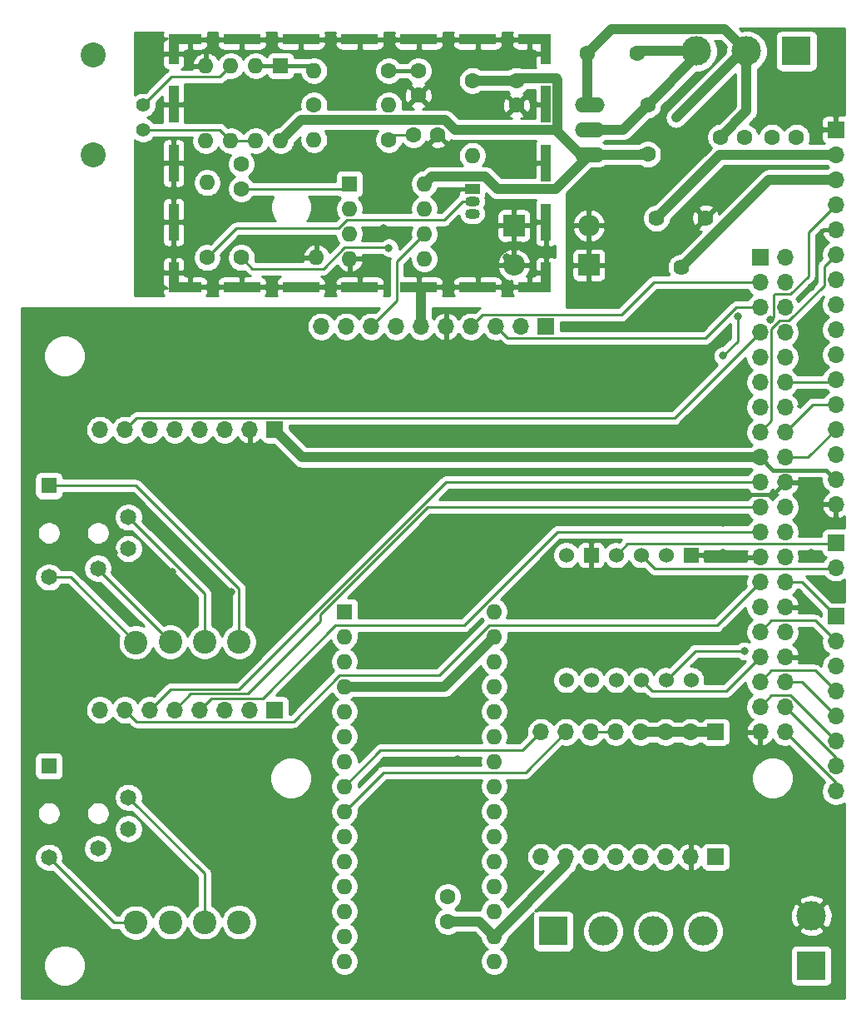
<source format=gbr>
G04 #@! TF.GenerationSoftware,KiCad,Pcbnew,(5.1.9)-1*
G04 #@! TF.CreationDate,2021-06-09T22:02:06-07:00*
G04 #@! TF.ProjectId,AlkalinityTitrator,416c6b61-6c69-46e6-9974-795469747261,rev?*
G04 #@! TF.SameCoordinates,Original*
G04 #@! TF.FileFunction,Copper,L1,Top*
G04 #@! TF.FilePolarity,Positive*
%FSLAX46Y46*%
G04 Gerber Fmt 4.6, Leading zero omitted, Abs format (unit mm)*
G04 Created by KiCad (PCBNEW (5.1.9)-1) date 2021-06-09 22:02:06*
%MOMM*%
%LPD*%
G01*
G04 APERTURE LIST*
G04 #@! TA.AperFunction,ComponentPad*
%ADD10O,3.048000X1.524000*%
G04 #@! TD*
G04 #@! TA.AperFunction,ComponentPad*
%ADD11O,1.600000X1.600000*%
G04 #@! TD*
G04 #@! TA.AperFunction,ComponentPad*
%ADD12R,1.600000X1.600000*%
G04 #@! TD*
G04 #@! TA.AperFunction,SMDPad,CuDef*
%ADD13R,1.000000X2.000000*%
G04 #@! TD*
G04 #@! TA.AperFunction,SMDPad,CuDef*
%ADD14R,1.000000X3.800000*%
G04 #@! TD*
G04 #@! TA.AperFunction,SMDPad,CuDef*
%ADD15R,2.350000X1.000000*%
G04 #@! TD*
G04 #@! TA.AperFunction,SMDPad,CuDef*
%ADD16R,3.800000X1.000000*%
G04 #@! TD*
G04 #@! TA.AperFunction,SMDPad,CuDef*
%ADD17R,2.340000X1.000000*%
G04 #@! TD*
G04 #@! TA.AperFunction,SMDPad,CuDef*
%ADD18R,1.000000X1.000000*%
G04 #@! TD*
G04 #@! TA.AperFunction,ComponentPad*
%ADD19R,1.700000X1.700000*%
G04 #@! TD*
G04 #@! TA.AperFunction,ComponentPad*
%ADD20O,1.700000X1.700000*%
G04 #@! TD*
G04 #@! TA.AperFunction,ComponentPad*
%ADD21C,2.400000*%
G04 #@! TD*
G04 #@! TA.AperFunction,ComponentPad*
%ADD22R,1.650000X1.650000*%
G04 #@! TD*
G04 #@! TA.AperFunction,ComponentPad*
%ADD23C,1.650000*%
G04 #@! TD*
G04 #@! TA.AperFunction,ComponentPad*
%ADD24R,1.524000X1.524000*%
G04 #@! TD*
G04 #@! TA.AperFunction,ComponentPad*
%ADD25C,1.524000*%
G04 #@! TD*
G04 #@! TA.AperFunction,ComponentPad*
%ADD26C,2.540000*%
G04 #@! TD*
G04 #@! TA.AperFunction,ComponentPad*
%ADD27C,1.397000*%
G04 #@! TD*
G04 #@! TA.AperFunction,ComponentPad*
%ADD28C,1.600000*%
G04 #@! TD*
G04 #@! TA.AperFunction,ComponentPad*
%ADD29O,2.200000X2.200000*%
G04 #@! TD*
G04 #@! TA.AperFunction,ComponentPad*
%ADD30R,2.200000X2.200000*%
G04 #@! TD*
G04 #@! TA.AperFunction,ComponentPad*
%ADD31C,3.000000*%
G04 #@! TD*
G04 #@! TA.AperFunction,ComponentPad*
%ADD32R,3.000000X3.000000*%
G04 #@! TD*
G04 #@! TA.AperFunction,ComponentPad*
%ADD33C,1.620000*%
G04 #@! TD*
G04 #@! TA.AperFunction,ComponentPad*
%ADD34R,1.500000X1.050000*%
G04 #@! TD*
G04 #@! TA.AperFunction,ComponentPad*
%ADD35O,1.500000X1.050000*%
G04 #@! TD*
G04 #@! TA.AperFunction,ViaPad*
%ADD36C,0.800000*%
G04 #@! TD*
G04 #@! TA.AperFunction,Conductor*
%ADD37C,1.000000*%
G04 #@! TD*
G04 #@! TA.AperFunction,Conductor*
%ADD38C,0.250000*%
G04 #@! TD*
G04 #@! TA.AperFunction,Conductor*
%ADD39C,0.400000*%
G04 #@! TD*
G04 #@! TA.AperFunction,Conductor*
%ADD40C,0.254000*%
G04 #@! TD*
G04 #@! TA.AperFunction,Conductor*
%ADD41C,0.100000*%
G04 #@! TD*
G04 APERTURE END LIST*
D10*
X180052000Y-50815000D03*
X180052000Y-53355000D03*
X180052000Y-55895000D03*
D11*
X170332000Y-137915000D03*
X155092000Y-137915000D03*
X170332000Y-102355000D03*
X155092000Y-135375000D03*
X170332000Y-104895000D03*
X155092000Y-132835000D03*
X170332000Y-107435000D03*
X155092000Y-130295000D03*
X170332000Y-109975000D03*
X155092000Y-127755000D03*
X170332000Y-112515000D03*
X155092000Y-125215000D03*
X170332000Y-115055000D03*
X155092000Y-122675000D03*
X170332000Y-117595000D03*
X155092000Y-120135000D03*
X170332000Y-120135000D03*
X155092000Y-117595000D03*
X170332000Y-122675000D03*
X155092000Y-115055000D03*
X170332000Y-125215000D03*
X155092000Y-112515000D03*
X170332000Y-127755000D03*
X155092000Y-109975000D03*
X170332000Y-130295000D03*
X155092000Y-107435000D03*
X170332000Y-132835000D03*
X155092000Y-104895000D03*
X170332000Y-135375000D03*
D12*
X155092000Y-102355000D03*
D13*
X137692000Y-45655000D03*
X175592000Y-45655000D03*
D14*
X137692000Y-50755000D03*
X175592000Y-50755000D03*
X137692000Y-56755000D03*
X175592000Y-56755000D03*
X137692000Y-62755000D03*
X175592000Y-62755000D03*
D13*
X137692000Y-67855000D03*
X175592000Y-67855000D03*
D15*
X139367000Y-44155000D03*
X139367000Y-69355000D03*
D16*
X144642000Y-44155000D03*
X144642000Y-69355000D03*
X150642000Y-44155000D03*
X150642000Y-69355000D03*
X156642000Y-44155000D03*
X156642000Y-69355000D03*
X162642000Y-44155000D03*
X162642000Y-69355000D03*
X168642000Y-44155000D03*
X168642000Y-69355000D03*
D17*
X173922000Y-44155000D03*
X173922000Y-69355000D03*
D18*
X175592000Y-44155000D03*
X137692000Y-44155000D03*
X137692000Y-69355000D03*
X175592000Y-69355000D03*
D19*
X147982000Y-112355000D03*
D20*
X145442000Y-112355000D03*
X142902000Y-112355000D03*
X140362000Y-112355000D03*
X137822000Y-112355000D03*
X135282000Y-112355000D03*
X132742000Y-112355000D03*
X130202000Y-112355000D03*
D21*
X144342000Y-133945000D03*
X140842000Y-133945000D03*
X137342000Y-133945000D03*
X133842000Y-133995000D03*
D22*
X124992000Y-89555000D03*
D23*
X129992000Y-97955000D03*
X133092000Y-92755000D03*
X124992000Y-98855000D03*
X133092000Y-95955000D03*
D20*
X187782000Y-127295000D03*
X190322000Y-127295000D03*
X182702000Y-127295000D03*
X180162000Y-127295000D03*
X177622000Y-127295000D03*
X175082000Y-127295000D03*
X185242000Y-127295000D03*
D19*
X192862000Y-127295000D03*
X192862000Y-114595000D03*
D20*
X190322000Y-114595000D03*
X187782000Y-114595000D03*
X185242000Y-114595000D03*
X182702000Y-114595000D03*
X180162000Y-114595000D03*
X177622000Y-114595000D03*
X175082000Y-114595000D03*
D24*
X190362000Y-96625000D03*
D25*
X187822000Y-96625000D03*
X185282000Y-96625000D03*
X182742000Y-96625000D03*
D24*
X180202000Y-96625000D03*
D25*
X177662000Y-96625000D03*
X190362000Y-109325000D03*
X187822000Y-109325000D03*
X185282000Y-109325000D03*
X182742000Y-109325000D03*
X180202000Y-109325000D03*
X177662000Y-109325000D03*
D20*
X205092000Y-91455000D03*
X205092000Y-88915000D03*
X205092000Y-86375000D03*
X205092000Y-83835000D03*
X205092000Y-81295000D03*
X205092000Y-78755000D03*
X205092000Y-76215000D03*
X205092000Y-73675000D03*
X205092000Y-71135000D03*
X205092000Y-68595000D03*
X205092000Y-66055000D03*
X205092000Y-63515000D03*
X205092000Y-60975000D03*
X205092000Y-58435000D03*
X205092000Y-55895000D03*
D19*
X205092000Y-53355000D03*
X205092000Y-95355000D03*
D20*
X205092000Y-97895000D03*
X205092000Y-120635000D03*
X205092000Y-118095000D03*
X205092000Y-115555000D03*
X205092000Y-113015000D03*
X205092000Y-110475000D03*
X205092000Y-107935000D03*
X205092000Y-105395000D03*
D19*
X205092000Y-102855000D03*
D26*
X129512000Y-45775000D03*
X129512000Y-55935000D03*
D27*
X134592000Y-53395000D03*
X134592000Y-50855000D03*
D28*
X198592000Y-54105000D03*
X201092000Y-54105000D03*
X172592000Y-50855000D03*
X172592000Y-48355000D03*
X195842000Y-54105000D03*
X193342000Y-54105000D03*
X165592000Y-131355000D03*
X165592000Y-133855000D03*
X144592000Y-56855000D03*
X144592000Y-59355000D03*
X164592000Y-53855000D03*
X162092000Y-53855000D03*
X162592000Y-49855000D03*
X162592000Y-47355000D03*
D29*
X179962000Y-63105000D03*
D30*
X172342000Y-63105000D03*
D29*
X172342000Y-67105000D03*
D30*
X179962000Y-67105000D03*
D20*
X199915000Y-114610000D03*
X197375000Y-114610000D03*
X199915000Y-112070000D03*
X197375000Y-112070000D03*
X199915000Y-109530000D03*
X197375000Y-109530000D03*
X199915000Y-106990000D03*
X197375000Y-106990000D03*
X199915000Y-104450000D03*
X197375000Y-104450000D03*
X199915000Y-101910000D03*
X197375000Y-101910000D03*
X199915000Y-99370000D03*
X197375000Y-99370000D03*
X199915000Y-96830000D03*
X197375000Y-96830000D03*
X199915000Y-94290000D03*
X197375000Y-94290000D03*
X199915000Y-91750000D03*
X197375000Y-91750000D03*
X199915000Y-89210000D03*
X197375000Y-89210000D03*
X199915000Y-86670000D03*
X197375000Y-86670000D03*
X199915000Y-84130000D03*
X197375000Y-84130000D03*
X199915000Y-81590000D03*
X197375000Y-81590000D03*
X199915000Y-79050000D03*
X197375000Y-79050000D03*
X199915000Y-76510000D03*
X197375000Y-76510000D03*
X199915000Y-73970000D03*
X197375000Y-73970000D03*
X199915000Y-71430000D03*
X197375000Y-71430000D03*
X199915000Y-68890000D03*
X197375000Y-68890000D03*
X199915000Y-66350000D03*
D19*
X197375000Y-66350000D03*
D31*
X191582000Y-134855000D03*
D32*
X176342000Y-134855000D03*
D31*
X186502000Y-134855000D03*
X181422000Y-134855000D03*
D22*
X124992000Y-118055000D03*
D23*
X129992000Y-126455000D03*
X133092000Y-121255000D03*
X124992000Y-127355000D03*
X133092000Y-124455000D03*
D31*
X190932000Y-45355000D03*
X196012000Y-45355000D03*
D32*
X201092000Y-45355000D03*
D31*
X202592000Y-133275000D03*
D32*
X202592000Y-138355000D03*
D11*
X141092000Y-58735000D03*
D28*
X141092000Y-66355000D03*
D11*
X152212000Y-66355000D03*
D28*
X144592000Y-66355000D03*
D11*
X151972000Y-54355000D03*
D28*
X159592000Y-54355000D03*
D11*
X159592000Y-50855000D03*
D28*
X151972000Y-50855000D03*
D11*
X151972000Y-47355000D03*
D28*
X159592000Y-47355000D03*
D11*
X168092000Y-55975000D03*
D28*
X168092000Y-48355000D03*
D33*
X186842000Y-62355000D03*
X189342000Y-67355000D03*
X191842000Y-62355000D03*
D20*
X152732000Y-73355000D03*
X155272000Y-73355000D03*
X157812000Y-73355000D03*
X160352000Y-73355000D03*
X162892000Y-73355000D03*
X165432000Y-73355000D03*
X167972000Y-73355000D03*
X170512000Y-73355000D03*
X173052000Y-73355000D03*
D19*
X175592000Y-73355000D03*
X147982000Y-83855000D03*
D20*
X145442000Y-83855000D03*
X142902000Y-83855000D03*
X140362000Y-83855000D03*
X137822000Y-83855000D03*
X135282000Y-83855000D03*
X132742000Y-83855000D03*
X130202000Y-83855000D03*
D21*
X144342000Y-105445000D03*
X140842000Y-105445000D03*
X137342000Y-105445000D03*
X133842000Y-105495000D03*
D34*
X168092000Y-59355000D03*
D35*
X168092000Y-61895000D03*
X168092000Y-60625000D03*
D11*
X148592000Y-54475000D03*
X140972000Y-46855000D03*
X146052000Y-54475000D03*
X143512000Y-46855000D03*
X143512000Y-54475000D03*
X146052000Y-46855000D03*
X140972000Y-54475000D03*
D12*
X148592000Y-46855000D03*
D11*
X163212000Y-58855000D03*
X155592000Y-66475000D03*
X163212000Y-61395000D03*
X155592000Y-63935000D03*
X163212000Y-63935000D03*
X155592000Y-61395000D03*
X163212000Y-66475000D03*
D12*
X155592000Y-58855000D03*
D28*
X179842000Y-45605000D03*
X184842000Y-45605000D03*
X185942000Y-50855000D03*
X185942000Y-55855000D03*
D36*
X159092000Y-63355000D03*
X153092000Y-61355000D03*
X171592000Y-66355000D03*
X188842000Y-52105000D03*
X166592000Y-112355000D03*
X161592000Y-107355000D03*
X165592000Y-98355000D03*
X170592000Y-90355000D03*
X171592000Y-84355000D03*
X202592000Y-69355000D03*
X202592000Y-75355000D03*
X201592000Y-80355000D03*
X202592000Y-96355000D03*
X192592000Y-108355000D03*
X166592000Y-117355000D03*
X151592000Y-108355000D03*
X130592000Y-104355000D03*
X132592000Y-86355000D03*
X137592000Y-87355000D03*
X140592000Y-88355000D03*
X131592000Y-96355000D03*
X143592000Y-100355000D03*
X137592000Y-98355000D03*
X136592000Y-108355000D03*
X140592000Y-108355000D03*
X193592000Y-96355000D03*
X193592000Y-93355000D03*
X196092000Y-70355000D03*
X203592000Y-99355000D03*
X202092000Y-101855000D03*
X203092000Y-104855000D03*
X190992000Y-71555000D03*
X184592000Y-72955000D03*
X198428846Y-72691846D03*
X177277000Y-86670000D03*
X195092000Y-72355000D03*
X193592000Y-76355000D03*
X194907000Y-86670000D03*
X195762001Y-106355000D03*
X159592000Y-65355000D03*
D37*
X168812000Y-133855000D02*
X170332000Y-135375000D01*
X165592000Y-133855000D02*
X168812000Y-133855000D01*
X177622000Y-128085000D02*
X177622000Y-127295000D01*
X170332000Y-135375000D02*
X177622000Y-128085000D01*
X165252000Y-109975000D02*
X170332000Y-104895000D01*
X155092000Y-109975000D02*
X165252000Y-109975000D01*
X185242000Y-114595000D02*
X187782000Y-114595000D01*
X187782000Y-114595000D02*
X190322000Y-114595000D01*
X190322000Y-114595000D02*
X192862000Y-114595000D01*
D38*
X173207001Y-116469999D02*
X175082000Y-114595000D01*
X158757001Y-116469999D02*
X173207001Y-116469999D01*
X155092000Y-120135000D02*
X158757001Y-116469999D01*
X173496999Y-118720001D02*
X177622000Y-114595000D01*
X159046999Y-118720001D02*
X173496999Y-118720001D01*
X155092000Y-122675000D02*
X159046999Y-118720001D01*
D37*
X185092000Y-45355000D02*
X184842000Y-45605000D01*
X190932000Y-45355000D02*
X185092000Y-45355000D01*
X183442000Y-53355000D02*
X185942000Y-50855000D01*
X180052000Y-53355000D02*
X183442000Y-53355000D01*
X190932000Y-45865000D02*
X185942000Y-50855000D01*
X190932000Y-45355000D02*
X190932000Y-45865000D01*
X172592000Y-48355000D02*
X168092000Y-48355000D01*
X150712000Y-52355000D02*
X148592000Y-54475000D01*
X166312003Y-53355001D02*
X165312002Y-52355000D01*
X165312002Y-52355000D02*
X150712000Y-52355000D01*
X185302000Y-55895000D02*
X185342000Y-55855000D01*
X176652001Y-48154999D02*
X176792001Y-48294999D01*
X172792001Y-48154999D02*
X176652001Y-48154999D01*
X172592000Y-48355000D02*
X172792001Y-48154999D01*
X179132000Y-55895000D02*
X180052000Y-55895000D01*
X176792001Y-53555001D02*
X179132000Y-55895000D01*
X176792001Y-48294999D02*
X176792001Y-53555001D01*
X176592001Y-53355001D02*
X176792001Y-53555001D01*
X166312003Y-53355001D02*
X176592001Y-53355001D01*
X176591999Y-59355001D02*
X180052000Y-55895000D01*
X170627003Y-59355001D02*
X176591999Y-59355001D01*
X169402001Y-58129999D02*
X170627003Y-59355001D01*
X163937001Y-58129999D02*
X169402001Y-58129999D01*
X163212000Y-58855000D02*
X163937001Y-58129999D01*
X180052000Y-55895000D02*
X185302000Y-55895000D01*
D38*
X137692000Y-44155000D02*
X139367000Y-44155000D01*
X137692000Y-44155000D02*
X137692000Y-45655000D01*
X175592000Y-69355000D02*
X173922000Y-69355000D01*
X175592000Y-69355000D02*
X175592000Y-67855000D01*
X137692000Y-69355000D02*
X139367000Y-69355000D01*
X137692000Y-69355000D02*
X137692000Y-67855000D01*
X173922000Y-44155000D02*
X175592000Y-44155000D01*
X175592000Y-44155000D02*
X175592000Y-45655000D01*
D37*
X162892000Y-69605000D02*
X162642000Y-69355000D01*
X162892000Y-73355000D02*
X162892000Y-69605000D01*
X179842000Y-50605000D02*
X180052000Y-50815000D01*
X179842000Y-45605000D02*
X179842000Y-50605000D01*
X193811999Y-43154999D02*
X196012000Y-45355000D01*
X182292001Y-43154999D02*
X193811999Y-43154999D01*
X179842000Y-45605000D02*
X182292001Y-43154999D01*
X196012000Y-51435000D02*
X193342000Y-54105000D01*
X196012000Y-45355000D02*
X196012000Y-51435000D01*
X195592000Y-45355000D02*
X188842000Y-52105000D01*
X196012000Y-45355000D02*
X195592000Y-45355000D01*
D38*
X155092000Y-59355000D02*
X155592000Y-58855000D01*
X145592000Y-59355000D02*
X155092000Y-59355000D01*
X145592000Y-59355000D02*
X144592000Y-59355000D01*
X160092000Y-53855000D02*
X159592000Y-54355000D01*
X162092000Y-53855000D02*
X160092000Y-53855000D01*
D39*
X159592000Y-47355000D02*
X162592000Y-47355000D01*
X198664999Y-90460001D02*
X195697001Y-90460001D01*
X199915000Y-89210000D02*
X198664999Y-90460001D01*
X205092000Y-63515000D02*
X203832000Y-63515000D01*
X203832000Y-63515000D02*
X203392000Y-63955000D01*
D37*
X193302000Y-55895000D02*
X205092000Y-55895000D01*
X186842000Y-62355000D02*
X193302000Y-55895000D01*
X198262000Y-58435000D02*
X205092000Y-58435000D01*
X189342000Y-67355000D02*
X198262000Y-58435000D01*
D38*
X200479001Y-70065001D02*
X198881999Y-70065001D01*
X202290010Y-68253992D02*
X200479001Y-70065001D01*
X202290010Y-63776990D02*
X202290010Y-68253992D01*
X205092000Y-60975000D02*
X202290010Y-63776990D01*
X198739999Y-72380693D02*
X198428846Y-72691846D01*
X198739999Y-70207001D02*
X198739999Y-72380693D01*
X198881999Y-70065001D02*
X198739999Y-70207001D01*
X198550001Y-82954999D02*
X197375000Y-84130000D01*
X198550001Y-73595997D02*
X198550001Y-82954999D01*
X199350999Y-72794999D02*
X198550001Y-73595997D01*
X200289003Y-72794999D02*
X199350999Y-72794999D01*
X203916999Y-69167003D02*
X200289003Y-72794999D01*
X203916999Y-67230001D02*
X203916999Y-69167003D01*
X205092000Y-66055000D02*
X203916999Y-67230001D01*
X204797000Y-79050000D02*
X205092000Y-78755000D01*
X199915000Y-79050000D02*
X204797000Y-79050000D01*
X202750000Y-81295000D02*
X199915000Y-84130000D01*
X205092000Y-81295000D02*
X202750000Y-81295000D01*
X202257000Y-86670000D02*
X205092000Y-83835000D01*
X199915000Y-86670000D02*
X202257000Y-86670000D01*
D37*
X150797000Y-86670000D02*
X147982000Y-83855000D01*
X177277000Y-86670000D02*
X150797000Y-86670000D01*
D39*
X204136999Y-87959999D02*
X205092000Y-88915000D01*
X198664999Y-87959999D02*
X204136999Y-87959999D01*
X197375000Y-86670000D02*
X198664999Y-87959999D01*
D38*
X195092000Y-74855000D02*
X193592000Y-76355000D01*
X195092000Y-72355000D02*
X195092000Y-74855000D01*
D37*
X194907000Y-86670000D02*
X177277000Y-86670000D01*
X197375000Y-86670000D02*
X194907000Y-86670000D01*
D38*
X169147001Y-72179999D02*
X183267001Y-72179999D01*
X167972000Y-73355000D02*
X169147001Y-72179999D01*
X186557000Y-68890000D02*
X197375000Y-68890000D01*
X183267001Y-72179999D02*
X186557000Y-68890000D01*
X170687001Y-73530001D02*
X170512000Y-73355000D01*
X194943998Y-71430000D02*
X197375000Y-71430000D01*
X191843997Y-74530001D02*
X194943998Y-71430000D01*
X171687001Y-74530001D02*
X191843997Y-74530001D01*
X170512000Y-73355000D02*
X171687001Y-74530001D01*
X188665001Y-82679999D02*
X197375000Y-73970000D01*
X133917001Y-82679999D02*
X188665001Y-82679999D01*
X132742000Y-83855000D02*
X133917001Y-82679999D01*
X190792000Y-106355000D02*
X187822000Y-109325000D01*
X195762001Y-106355000D02*
X190792000Y-106355000D01*
X165415588Y-89210000D02*
X197375000Y-89210000D01*
X135282000Y-112355000D02*
X137357021Y-110279979D01*
X137357021Y-110279979D02*
X144345609Y-110279979D01*
X144345609Y-110279979D02*
X165415588Y-89210000D01*
X139447011Y-110729989D02*
X145217011Y-110729989D01*
X137822000Y-112355000D02*
X139447011Y-110729989D01*
X145217011Y-110729989D02*
X152592000Y-103355000D01*
X163511998Y-91750000D02*
X197375000Y-91750000D01*
X152592000Y-102669998D02*
X163511998Y-91750000D01*
X152592000Y-103355000D02*
X152592000Y-102669998D01*
X176731998Y-94290000D02*
X197375000Y-94290000D01*
X167251999Y-103769999D02*
X176731998Y-94290000D01*
X154177001Y-103769999D02*
X167251999Y-103769999D01*
X146767001Y-111179999D02*
X154177001Y-103769999D01*
X141537001Y-111179999D02*
X146767001Y-111179999D01*
X140362000Y-112355000D02*
X141537001Y-111179999D01*
X192975001Y-103769999D02*
X197375000Y-99370000D01*
X164711999Y-108849999D02*
X169791999Y-103769999D01*
X169791999Y-103769999D02*
X192975001Y-103769999D01*
X149871997Y-113530001D02*
X154551999Y-108849999D01*
X133917001Y-113530001D02*
X149871997Y-113530001D01*
X154551999Y-108849999D02*
X164711999Y-108849999D01*
X132742000Y-112355000D02*
X133917001Y-113530001D01*
X201607000Y-99370000D02*
X205092000Y-102855000D01*
X199915000Y-99370000D02*
X201607000Y-99370000D01*
X202971999Y-103274999D02*
X205092000Y-105395000D01*
X198550001Y-103274999D02*
X202971999Y-103274999D01*
X197375000Y-104450000D02*
X198550001Y-103274999D01*
X193952999Y-110412001D02*
X197375000Y-106990000D01*
X186369001Y-110412001D02*
X193952999Y-110412001D01*
X185282000Y-109325000D02*
X186369001Y-110412001D01*
X202971999Y-108354999D02*
X205092000Y-110475000D01*
X198550001Y-108354999D02*
X202971999Y-108354999D01*
X197375000Y-109530000D02*
X198550001Y-108354999D01*
X201607000Y-109530000D02*
X205092000Y-113015000D01*
X199915000Y-109530000D02*
X201607000Y-109530000D01*
X200431999Y-110894999D02*
X205092000Y-115555000D01*
X198550001Y-110894999D02*
X200431999Y-110894999D01*
X197375000Y-112070000D02*
X198550001Y-110894999D01*
X205092000Y-117247000D02*
X205092000Y-118095000D01*
X199915000Y-112070000D02*
X205092000Y-117247000D01*
X205092000Y-119787000D02*
X205092000Y-120635000D01*
X199915000Y-114610000D02*
X205092000Y-119787000D01*
X142386999Y-47980001D02*
X143512000Y-46855000D01*
X137466999Y-47980001D02*
X142386999Y-47980001D01*
X134592000Y-50855000D02*
X137466999Y-47980001D01*
X131632000Y-133995000D02*
X124992000Y-127355000D01*
X133842000Y-133995000D02*
X131632000Y-133995000D01*
X140842000Y-129005000D02*
X133092000Y-121255000D01*
X140842000Y-133945000D02*
X140842000Y-129005000D01*
X133865002Y-89555000D02*
X124992000Y-89555000D01*
X144342000Y-100031998D02*
X133865002Y-89555000D01*
X144342000Y-105445000D02*
X144342000Y-100031998D01*
X129992000Y-98095000D02*
X129992000Y-97955000D01*
X137342000Y-105445000D02*
X129992000Y-98095000D01*
X133092000Y-92781998D02*
X133092000Y-92755000D01*
X140842000Y-100531998D02*
X133092000Y-92781998D01*
X140842000Y-105445000D02*
X140842000Y-100531998D01*
X127202000Y-98855000D02*
X124992000Y-98855000D01*
X133842000Y-105495000D02*
X127202000Y-98855000D01*
X204981999Y-95465001D02*
X205092000Y-95355000D01*
X183901999Y-95465001D02*
X204981999Y-95465001D01*
X182742000Y-96625000D02*
X183901999Y-95465001D01*
X204981999Y-98005001D02*
X205092000Y-97895000D01*
X186662001Y-98005001D02*
X204981999Y-98005001D01*
X185282000Y-96625000D02*
X186662001Y-98005001D01*
X167092000Y-60625000D02*
X168092000Y-60625000D01*
X165196999Y-62520001D02*
X167092000Y-60625000D01*
X155341997Y-62520001D02*
X165196999Y-62520001D01*
X154466999Y-63394999D02*
X155341997Y-62520001D01*
X144052001Y-63394999D02*
X154466999Y-63394999D01*
X141092000Y-66355000D02*
X144052001Y-63394999D01*
X159586999Y-65349999D02*
X159592000Y-65355000D01*
X155051999Y-65349999D02*
X159586999Y-65349999D01*
X152921997Y-67480001D02*
X155051999Y-65349999D01*
X145717001Y-67480001D02*
X152921997Y-67480001D01*
X144592000Y-66355000D02*
X145717001Y-67480001D01*
D39*
X146052000Y-46855000D02*
X148592000Y-46855000D01*
X151472000Y-46855000D02*
X151972000Y-47355000D01*
X148592000Y-46855000D02*
X151472000Y-46855000D01*
D38*
X160416999Y-70750001D02*
X157812000Y-73355000D01*
X160416999Y-66730001D02*
X160416999Y-70750001D01*
X163212000Y-63935000D02*
X160416999Y-66730001D01*
X182702000Y-114595000D02*
X180162000Y-114595000D01*
X143512000Y-54475000D02*
X146052000Y-54475000D01*
X142386999Y-53349999D02*
X143512000Y-54475000D01*
X140431999Y-53349999D02*
X142386999Y-53349999D01*
X140386998Y-53395000D02*
X140431999Y-53349999D01*
X134592000Y-53395000D02*
X140386998Y-53395000D01*
D40*
X158178408Y-71913791D02*
X157958260Y-71870000D01*
X157665740Y-71870000D01*
X157378842Y-71927068D01*
X157108589Y-72039010D01*
X156865368Y-72201525D01*
X156658525Y-72408368D01*
X156542000Y-72582760D01*
X156425475Y-72408368D01*
X156218632Y-72201525D01*
X155975411Y-72039010D01*
X155705158Y-71927068D01*
X155418260Y-71870000D01*
X155125740Y-71870000D01*
X154838842Y-71927068D01*
X154568589Y-72039010D01*
X154325368Y-72201525D01*
X154118525Y-72408368D01*
X154002000Y-72582760D01*
X153885475Y-72408368D01*
X153678632Y-72201525D01*
X153435411Y-72039010D01*
X153165158Y-71927068D01*
X152878260Y-71870000D01*
X152585740Y-71870000D01*
X152298842Y-71927068D01*
X152028589Y-72039010D01*
X151785368Y-72201525D01*
X151578525Y-72408368D01*
X151416010Y-72651589D01*
X151304068Y-72921842D01*
X151247000Y-73208740D01*
X151247000Y-73501260D01*
X151304068Y-73788158D01*
X151416010Y-74058411D01*
X151578525Y-74301632D01*
X151785368Y-74508475D01*
X152028589Y-74670990D01*
X152298842Y-74782932D01*
X152585740Y-74840000D01*
X152878260Y-74840000D01*
X153165158Y-74782932D01*
X153435411Y-74670990D01*
X153678632Y-74508475D01*
X153885475Y-74301632D01*
X154002000Y-74127240D01*
X154118525Y-74301632D01*
X154325368Y-74508475D01*
X154568589Y-74670990D01*
X154838842Y-74782932D01*
X155125740Y-74840000D01*
X155418260Y-74840000D01*
X155705158Y-74782932D01*
X155975411Y-74670990D01*
X156218632Y-74508475D01*
X156425475Y-74301632D01*
X156542000Y-74127240D01*
X156658525Y-74301632D01*
X156865368Y-74508475D01*
X157108589Y-74670990D01*
X157378842Y-74782932D01*
X157665740Y-74840000D01*
X157958260Y-74840000D01*
X158245158Y-74782932D01*
X158515411Y-74670990D01*
X158758632Y-74508475D01*
X158965475Y-74301632D01*
X159082000Y-74127240D01*
X159198525Y-74301632D01*
X159405368Y-74508475D01*
X159648589Y-74670990D01*
X159918842Y-74782932D01*
X160205740Y-74840000D01*
X160498260Y-74840000D01*
X160785158Y-74782932D01*
X161055411Y-74670990D01*
X161298632Y-74508475D01*
X161505475Y-74301632D01*
X161622000Y-74127240D01*
X161738525Y-74301632D01*
X161945368Y-74508475D01*
X162188589Y-74670990D01*
X162458842Y-74782932D01*
X162745740Y-74840000D01*
X163038260Y-74840000D01*
X163325158Y-74782932D01*
X163595411Y-74670990D01*
X163838632Y-74508475D01*
X164045475Y-74301632D01*
X164167195Y-74119466D01*
X164236822Y-74236355D01*
X164431731Y-74452588D01*
X164665080Y-74626641D01*
X164927901Y-74751825D01*
X165075110Y-74796476D01*
X165305000Y-74675155D01*
X165305000Y-73482000D01*
X165285000Y-73482000D01*
X165285000Y-73228000D01*
X165305000Y-73228000D01*
X165305000Y-72034845D01*
X165075110Y-71913524D01*
X164927901Y-71958175D01*
X164665080Y-72083359D01*
X164431731Y-72257412D01*
X164236822Y-72473645D01*
X164167195Y-72590534D01*
X164045475Y-72408368D01*
X164027000Y-72389893D01*
X164027000Y-71482000D01*
X168840635Y-71482000D01*
X168722725Y-71545025D01*
X168607000Y-71639998D01*
X168583202Y-71668996D01*
X168338408Y-71913790D01*
X168118260Y-71870000D01*
X167825740Y-71870000D01*
X167538842Y-71927068D01*
X167268589Y-72039010D01*
X167025368Y-72201525D01*
X166818525Y-72408368D01*
X166696805Y-72590534D01*
X166627178Y-72473645D01*
X166432269Y-72257412D01*
X166198920Y-72083359D01*
X165936099Y-71958175D01*
X165788890Y-71913524D01*
X165559000Y-72034845D01*
X165559000Y-73228000D01*
X165579000Y-73228000D01*
X165579000Y-73482000D01*
X165559000Y-73482000D01*
X165559000Y-74675155D01*
X165788890Y-74796476D01*
X165936099Y-74751825D01*
X166198920Y-74626641D01*
X166432269Y-74452588D01*
X166627178Y-74236355D01*
X166696805Y-74119466D01*
X166818525Y-74301632D01*
X167025368Y-74508475D01*
X167268589Y-74670990D01*
X167538842Y-74782932D01*
X167825740Y-74840000D01*
X168118260Y-74840000D01*
X168405158Y-74782932D01*
X168675411Y-74670990D01*
X168918632Y-74508475D01*
X169125475Y-74301632D01*
X169242000Y-74127240D01*
X169358525Y-74301632D01*
X169565368Y-74508475D01*
X169808589Y-74670990D01*
X170078842Y-74782932D01*
X170365740Y-74840000D01*
X170658260Y-74840000D01*
X170878408Y-74796210D01*
X171123202Y-75041004D01*
X171147000Y-75070002D01*
X171262725Y-75164975D01*
X171394754Y-75235547D01*
X171538015Y-75279004D01*
X171649668Y-75290001D01*
X171649677Y-75290001D01*
X171687000Y-75293677D01*
X171724323Y-75290001D01*
X191806675Y-75290001D01*
X191843997Y-75293677D01*
X191881319Y-75290001D01*
X191881330Y-75290001D01*
X191992983Y-75279004D01*
X192136244Y-75235547D01*
X192268273Y-75164975D01*
X192383998Y-75070002D01*
X192407801Y-75040998D01*
X194332000Y-73116800D01*
X194332001Y-74540197D01*
X193552199Y-75320000D01*
X193490061Y-75320000D01*
X193290102Y-75359774D01*
X193101744Y-75437795D01*
X192932226Y-75551063D01*
X192788063Y-75695226D01*
X192674795Y-75864744D01*
X192596774Y-76053102D01*
X192557000Y-76253061D01*
X192557000Y-76456939D01*
X192596774Y-76656898D01*
X192674795Y-76845256D01*
X192788063Y-77014774D01*
X192932226Y-77158937D01*
X193039550Y-77230648D01*
X188350200Y-81919999D01*
X133954323Y-81919999D01*
X133917000Y-81916323D01*
X133879677Y-81919999D01*
X133879668Y-81919999D01*
X133768015Y-81930996D01*
X133624754Y-81974453D01*
X133492725Y-82045025D01*
X133377000Y-82139998D01*
X133353202Y-82168996D01*
X133108408Y-82413790D01*
X132888260Y-82370000D01*
X132595740Y-82370000D01*
X132308842Y-82427068D01*
X132038589Y-82539010D01*
X131795368Y-82701525D01*
X131588525Y-82908368D01*
X131472000Y-83082760D01*
X131355475Y-82908368D01*
X131148632Y-82701525D01*
X130905411Y-82539010D01*
X130635158Y-82427068D01*
X130348260Y-82370000D01*
X130055740Y-82370000D01*
X129768842Y-82427068D01*
X129498589Y-82539010D01*
X129255368Y-82701525D01*
X129048525Y-82908368D01*
X128886010Y-83151589D01*
X128774068Y-83421842D01*
X128717000Y-83708740D01*
X128717000Y-84001260D01*
X128774068Y-84288158D01*
X128886010Y-84558411D01*
X129048525Y-84801632D01*
X129255368Y-85008475D01*
X129498589Y-85170990D01*
X129768842Y-85282932D01*
X130055740Y-85340000D01*
X130348260Y-85340000D01*
X130635158Y-85282932D01*
X130905411Y-85170990D01*
X131148632Y-85008475D01*
X131355475Y-84801632D01*
X131472000Y-84627240D01*
X131588525Y-84801632D01*
X131795368Y-85008475D01*
X132038589Y-85170990D01*
X132308842Y-85282932D01*
X132595740Y-85340000D01*
X132888260Y-85340000D01*
X133175158Y-85282932D01*
X133445411Y-85170990D01*
X133688632Y-85008475D01*
X133895475Y-84801632D01*
X134012000Y-84627240D01*
X134128525Y-84801632D01*
X134335368Y-85008475D01*
X134578589Y-85170990D01*
X134848842Y-85282932D01*
X135135740Y-85340000D01*
X135428260Y-85340000D01*
X135715158Y-85282932D01*
X135985411Y-85170990D01*
X136228632Y-85008475D01*
X136435475Y-84801632D01*
X136552000Y-84627240D01*
X136668525Y-84801632D01*
X136875368Y-85008475D01*
X137118589Y-85170990D01*
X137388842Y-85282932D01*
X137675740Y-85340000D01*
X137968260Y-85340000D01*
X138255158Y-85282932D01*
X138525411Y-85170990D01*
X138768632Y-85008475D01*
X138975475Y-84801632D01*
X139092000Y-84627240D01*
X139208525Y-84801632D01*
X139415368Y-85008475D01*
X139658589Y-85170990D01*
X139928842Y-85282932D01*
X140215740Y-85340000D01*
X140508260Y-85340000D01*
X140795158Y-85282932D01*
X141065411Y-85170990D01*
X141308632Y-85008475D01*
X141515475Y-84801632D01*
X141632000Y-84627240D01*
X141748525Y-84801632D01*
X141955368Y-85008475D01*
X142198589Y-85170990D01*
X142468842Y-85282932D01*
X142755740Y-85340000D01*
X143048260Y-85340000D01*
X143335158Y-85282932D01*
X143605411Y-85170990D01*
X143848632Y-85008475D01*
X144055475Y-84801632D01*
X144177195Y-84619466D01*
X144246822Y-84736355D01*
X144441731Y-84952588D01*
X144675080Y-85126641D01*
X144937901Y-85251825D01*
X145085110Y-85296476D01*
X145315000Y-85175155D01*
X145315000Y-83982000D01*
X145295000Y-83982000D01*
X145295000Y-83728000D01*
X145315000Y-83728000D01*
X145315000Y-83708000D01*
X145569000Y-83708000D01*
X145569000Y-83728000D01*
X145589000Y-83728000D01*
X145589000Y-83982000D01*
X145569000Y-83982000D01*
X145569000Y-85175155D01*
X145798890Y-85296476D01*
X145946099Y-85251825D01*
X146208920Y-85126641D01*
X146442269Y-84952588D01*
X146518034Y-84868534D01*
X146542498Y-84949180D01*
X146601463Y-85059494D01*
X146680815Y-85156185D01*
X146777506Y-85235537D01*
X146887820Y-85294502D01*
X147007518Y-85330812D01*
X147132000Y-85343072D01*
X147864941Y-85343072D01*
X149955009Y-87433141D01*
X149990551Y-87476449D01*
X150163377Y-87618284D01*
X150360553Y-87723676D01*
X150524705Y-87773471D01*
X150574500Y-87788577D01*
X150595493Y-87790644D01*
X150741248Y-87805000D01*
X150741255Y-87805000D01*
X150796999Y-87810490D01*
X150852743Y-87805000D01*
X196409893Y-87805000D01*
X196428368Y-87823475D01*
X196602760Y-87940000D01*
X196428368Y-88056525D01*
X196221525Y-88263368D01*
X196096822Y-88450000D01*
X165452910Y-88450000D01*
X165415587Y-88446324D01*
X165378264Y-88450000D01*
X165378255Y-88450000D01*
X165266602Y-88460997D01*
X165123341Y-88504454D01*
X164991311Y-88575026D01*
X164954157Y-88605518D01*
X164875587Y-88669999D01*
X164851789Y-88698997D01*
X144030808Y-109519979D01*
X137394344Y-109519979D01*
X137357021Y-109516303D01*
X137319698Y-109519979D01*
X137319688Y-109519979D01*
X137208035Y-109530976D01*
X137064774Y-109574433D01*
X136932745Y-109645005D01*
X136817020Y-109739978D01*
X136793222Y-109768976D01*
X135648408Y-110913791D01*
X135428260Y-110870000D01*
X135135740Y-110870000D01*
X134848842Y-110927068D01*
X134578589Y-111039010D01*
X134335368Y-111201525D01*
X134128525Y-111408368D01*
X134012000Y-111582760D01*
X133895475Y-111408368D01*
X133688632Y-111201525D01*
X133445411Y-111039010D01*
X133175158Y-110927068D01*
X132888260Y-110870000D01*
X132595740Y-110870000D01*
X132308842Y-110927068D01*
X132038589Y-111039010D01*
X131795368Y-111201525D01*
X131588525Y-111408368D01*
X131472000Y-111582760D01*
X131355475Y-111408368D01*
X131148632Y-111201525D01*
X130905411Y-111039010D01*
X130635158Y-110927068D01*
X130348260Y-110870000D01*
X130055740Y-110870000D01*
X129768842Y-110927068D01*
X129498589Y-111039010D01*
X129255368Y-111201525D01*
X129048525Y-111408368D01*
X128886010Y-111651589D01*
X128774068Y-111921842D01*
X128717000Y-112208740D01*
X128717000Y-112501260D01*
X128774068Y-112788158D01*
X128886010Y-113058411D01*
X129048525Y-113301632D01*
X129255368Y-113508475D01*
X129498589Y-113670990D01*
X129768842Y-113782932D01*
X130055740Y-113840000D01*
X130348260Y-113840000D01*
X130635158Y-113782932D01*
X130905411Y-113670990D01*
X131148632Y-113508475D01*
X131355475Y-113301632D01*
X131472000Y-113127240D01*
X131588525Y-113301632D01*
X131795368Y-113508475D01*
X132038589Y-113670990D01*
X132308842Y-113782932D01*
X132595740Y-113840000D01*
X132888260Y-113840000D01*
X133108408Y-113796210D01*
X133353202Y-114041004D01*
X133377000Y-114070002D01*
X133492725Y-114164975D01*
X133624754Y-114235547D01*
X133768015Y-114279004D01*
X133879668Y-114290001D01*
X133879677Y-114290001D01*
X133917000Y-114293677D01*
X133954323Y-114290001D01*
X149834675Y-114290001D01*
X149871997Y-114293677D01*
X149909319Y-114290001D01*
X149909330Y-114290001D01*
X150020983Y-114279004D01*
X150164244Y-114235547D01*
X150296273Y-114164975D01*
X150411998Y-114070002D01*
X150435801Y-114040998D01*
X153821022Y-110655778D01*
X153977363Y-110889759D01*
X154177241Y-111089637D01*
X154409759Y-111245000D01*
X154177241Y-111400363D01*
X153977363Y-111600241D01*
X153820320Y-111835273D01*
X153712147Y-112096426D01*
X153657000Y-112373665D01*
X153657000Y-112656335D01*
X153712147Y-112933574D01*
X153820320Y-113194727D01*
X153977363Y-113429759D01*
X154177241Y-113629637D01*
X154409759Y-113785000D01*
X154177241Y-113940363D01*
X153977363Y-114140241D01*
X153820320Y-114375273D01*
X153712147Y-114636426D01*
X153657000Y-114913665D01*
X153657000Y-115196335D01*
X153712147Y-115473574D01*
X153820320Y-115734727D01*
X153977363Y-115969759D01*
X154177241Y-116169637D01*
X154409759Y-116325000D01*
X154177241Y-116480363D01*
X153977363Y-116680241D01*
X153820320Y-116915273D01*
X153712147Y-117176426D01*
X153657000Y-117453665D01*
X153657000Y-117736335D01*
X153712147Y-118013574D01*
X153820320Y-118274727D01*
X153977363Y-118509759D01*
X154177241Y-118709637D01*
X154409759Y-118865000D01*
X154177241Y-119020363D01*
X153977363Y-119220241D01*
X153820320Y-119455273D01*
X153712147Y-119716426D01*
X153657000Y-119993665D01*
X153657000Y-120276335D01*
X153712147Y-120553574D01*
X153820320Y-120814727D01*
X153977363Y-121049759D01*
X154177241Y-121249637D01*
X154409759Y-121405000D01*
X154177241Y-121560363D01*
X153977363Y-121760241D01*
X153820320Y-121995273D01*
X153712147Y-122256426D01*
X153657000Y-122533665D01*
X153657000Y-122816335D01*
X153712147Y-123093574D01*
X153820320Y-123354727D01*
X153977363Y-123589759D01*
X154177241Y-123789637D01*
X154409759Y-123945000D01*
X154177241Y-124100363D01*
X153977363Y-124300241D01*
X153820320Y-124535273D01*
X153712147Y-124796426D01*
X153657000Y-125073665D01*
X153657000Y-125356335D01*
X153712147Y-125633574D01*
X153820320Y-125894727D01*
X153977363Y-126129759D01*
X154177241Y-126329637D01*
X154409759Y-126485000D01*
X154177241Y-126640363D01*
X153977363Y-126840241D01*
X153820320Y-127075273D01*
X153712147Y-127336426D01*
X153657000Y-127613665D01*
X153657000Y-127896335D01*
X153712147Y-128173574D01*
X153820320Y-128434727D01*
X153977363Y-128669759D01*
X154177241Y-128869637D01*
X154409759Y-129025000D01*
X154177241Y-129180363D01*
X153977363Y-129380241D01*
X153820320Y-129615273D01*
X153712147Y-129876426D01*
X153657000Y-130153665D01*
X153657000Y-130436335D01*
X153712147Y-130713574D01*
X153820320Y-130974727D01*
X153977363Y-131209759D01*
X154177241Y-131409637D01*
X154409759Y-131565000D01*
X154177241Y-131720363D01*
X153977363Y-131920241D01*
X153820320Y-132155273D01*
X153712147Y-132416426D01*
X153657000Y-132693665D01*
X153657000Y-132976335D01*
X153712147Y-133253574D01*
X153820320Y-133514727D01*
X153977363Y-133749759D01*
X154177241Y-133949637D01*
X154409759Y-134105000D01*
X154177241Y-134260363D01*
X153977363Y-134460241D01*
X153820320Y-134695273D01*
X153712147Y-134956426D01*
X153657000Y-135233665D01*
X153657000Y-135516335D01*
X153712147Y-135793574D01*
X153820320Y-136054727D01*
X153977363Y-136289759D01*
X154177241Y-136489637D01*
X154409759Y-136645000D01*
X154177241Y-136800363D01*
X153977363Y-137000241D01*
X153820320Y-137235273D01*
X153712147Y-137496426D01*
X153657000Y-137773665D01*
X153657000Y-138056335D01*
X153712147Y-138333574D01*
X153820320Y-138594727D01*
X153977363Y-138829759D01*
X154177241Y-139029637D01*
X154412273Y-139186680D01*
X154673426Y-139294853D01*
X154950665Y-139350000D01*
X155233335Y-139350000D01*
X155510574Y-139294853D01*
X155771727Y-139186680D01*
X156006759Y-139029637D01*
X156206637Y-138829759D01*
X156363680Y-138594727D01*
X156471853Y-138333574D01*
X156527000Y-138056335D01*
X156527000Y-137773665D01*
X156471853Y-137496426D01*
X156363680Y-137235273D01*
X156206637Y-137000241D01*
X156006759Y-136800363D01*
X155774241Y-136645000D01*
X156006759Y-136489637D01*
X156206637Y-136289759D01*
X156363680Y-136054727D01*
X156471853Y-135793574D01*
X156527000Y-135516335D01*
X156527000Y-135233665D01*
X156471853Y-134956426D01*
X156363680Y-134695273D01*
X156206637Y-134460241D01*
X156006759Y-134260363D01*
X155774241Y-134105000D01*
X156006759Y-133949637D01*
X156206637Y-133749759D01*
X156363680Y-133514727D01*
X156471853Y-133253574D01*
X156527000Y-132976335D01*
X156527000Y-132693665D01*
X156471853Y-132416426D01*
X156363680Y-132155273D01*
X156206637Y-131920241D01*
X156006759Y-131720363D01*
X155774241Y-131565000D01*
X156006759Y-131409637D01*
X156206637Y-131209759D01*
X156363680Y-130974727D01*
X156471853Y-130713574D01*
X156527000Y-130436335D01*
X156527000Y-130153665D01*
X156471853Y-129876426D01*
X156363680Y-129615273D01*
X156206637Y-129380241D01*
X156006759Y-129180363D01*
X155774241Y-129025000D01*
X156006759Y-128869637D01*
X156206637Y-128669759D01*
X156363680Y-128434727D01*
X156471853Y-128173574D01*
X156527000Y-127896335D01*
X156527000Y-127613665D01*
X156471853Y-127336426D01*
X156363680Y-127075273D01*
X156206637Y-126840241D01*
X156006759Y-126640363D01*
X155774241Y-126485000D01*
X156006759Y-126329637D01*
X156206637Y-126129759D01*
X156363680Y-125894727D01*
X156471853Y-125633574D01*
X156527000Y-125356335D01*
X156527000Y-125073665D01*
X156471853Y-124796426D01*
X156363680Y-124535273D01*
X156206637Y-124300241D01*
X156006759Y-124100363D01*
X155774241Y-123945000D01*
X156006759Y-123789637D01*
X156206637Y-123589759D01*
X156363680Y-123354727D01*
X156471853Y-123093574D01*
X156527000Y-122816335D01*
X156527000Y-122533665D01*
X156490688Y-122351113D01*
X159361801Y-119480001D01*
X169050077Y-119480001D01*
X168952147Y-119716426D01*
X168897000Y-119993665D01*
X168897000Y-120276335D01*
X168952147Y-120553574D01*
X169060320Y-120814727D01*
X169217363Y-121049759D01*
X169417241Y-121249637D01*
X169649759Y-121405000D01*
X169417241Y-121560363D01*
X169217363Y-121760241D01*
X169060320Y-121995273D01*
X168952147Y-122256426D01*
X168897000Y-122533665D01*
X168897000Y-122816335D01*
X168952147Y-123093574D01*
X169060320Y-123354727D01*
X169217363Y-123589759D01*
X169417241Y-123789637D01*
X169649759Y-123945000D01*
X169417241Y-124100363D01*
X169217363Y-124300241D01*
X169060320Y-124535273D01*
X168952147Y-124796426D01*
X168897000Y-125073665D01*
X168897000Y-125356335D01*
X168952147Y-125633574D01*
X169060320Y-125894727D01*
X169217363Y-126129759D01*
X169417241Y-126329637D01*
X169649759Y-126485000D01*
X169417241Y-126640363D01*
X169217363Y-126840241D01*
X169060320Y-127075273D01*
X168952147Y-127336426D01*
X168897000Y-127613665D01*
X168897000Y-127896335D01*
X168952147Y-128173574D01*
X169060320Y-128434727D01*
X169217363Y-128669759D01*
X169417241Y-128869637D01*
X169649759Y-129025000D01*
X169417241Y-129180363D01*
X169217363Y-129380241D01*
X169060320Y-129615273D01*
X168952147Y-129876426D01*
X168897000Y-130153665D01*
X168897000Y-130436335D01*
X168952147Y-130713574D01*
X169060320Y-130974727D01*
X169217363Y-131209759D01*
X169417241Y-131409637D01*
X169649759Y-131565000D01*
X169417241Y-131720363D01*
X169217363Y-131920241D01*
X169060320Y-132155273D01*
X168952147Y-132416426D01*
X168897000Y-132693665D01*
X168897000Y-132722881D01*
X168867752Y-132720000D01*
X168867751Y-132720000D01*
X168812000Y-132714509D01*
X168756249Y-132720000D01*
X166476284Y-132720000D01*
X166304173Y-132605000D01*
X166506759Y-132469637D01*
X166706637Y-132269759D01*
X166863680Y-132034727D01*
X166971853Y-131773574D01*
X167027000Y-131496335D01*
X167027000Y-131213665D01*
X166971853Y-130936426D01*
X166863680Y-130675273D01*
X166706637Y-130440241D01*
X166506759Y-130240363D01*
X166271727Y-130083320D01*
X166010574Y-129975147D01*
X165733335Y-129920000D01*
X165450665Y-129920000D01*
X165173426Y-129975147D01*
X164912273Y-130083320D01*
X164677241Y-130240363D01*
X164477363Y-130440241D01*
X164320320Y-130675273D01*
X164212147Y-130936426D01*
X164157000Y-131213665D01*
X164157000Y-131496335D01*
X164212147Y-131773574D01*
X164320320Y-132034727D01*
X164477363Y-132269759D01*
X164677241Y-132469637D01*
X164879827Y-132605000D01*
X164677241Y-132740363D01*
X164477363Y-132940241D01*
X164320320Y-133175273D01*
X164212147Y-133436426D01*
X164157000Y-133713665D01*
X164157000Y-133996335D01*
X164212147Y-134273574D01*
X164320320Y-134534727D01*
X164477363Y-134769759D01*
X164677241Y-134969637D01*
X164912273Y-135126680D01*
X165173426Y-135234853D01*
X165450665Y-135290000D01*
X165733335Y-135290000D01*
X166010574Y-135234853D01*
X166271727Y-135126680D01*
X166476284Y-134990000D01*
X168341869Y-134990000D01*
X168904151Y-135552283D01*
X168952147Y-135793574D01*
X169060320Y-136054727D01*
X169217363Y-136289759D01*
X169417241Y-136489637D01*
X169649759Y-136645000D01*
X169417241Y-136800363D01*
X169217363Y-137000241D01*
X169060320Y-137235273D01*
X168952147Y-137496426D01*
X168897000Y-137773665D01*
X168897000Y-138056335D01*
X168952147Y-138333574D01*
X169060320Y-138594727D01*
X169217363Y-138829759D01*
X169417241Y-139029637D01*
X169652273Y-139186680D01*
X169913426Y-139294853D01*
X170190665Y-139350000D01*
X170473335Y-139350000D01*
X170750574Y-139294853D01*
X171011727Y-139186680D01*
X171246759Y-139029637D01*
X171446637Y-138829759D01*
X171603680Y-138594727D01*
X171711853Y-138333574D01*
X171767000Y-138056335D01*
X171767000Y-137773665D01*
X171711853Y-137496426D01*
X171603680Y-137235273D01*
X171446637Y-137000241D01*
X171246759Y-136800363D01*
X171014241Y-136645000D01*
X171246759Y-136489637D01*
X171446637Y-136289759D01*
X171603680Y-136054727D01*
X171711853Y-135793574D01*
X171759850Y-135552281D01*
X174311276Y-133000855D01*
X174252498Y-133110820D01*
X174216188Y-133230518D01*
X174203928Y-133355000D01*
X174203928Y-136355000D01*
X174216188Y-136479482D01*
X174252498Y-136599180D01*
X174311463Y-136709494D01*
X174390815Y-136806185D01*
X174487506Y-136885537D01*
X174597820Y-136944502D01*
X174717518Y-136980812D01*
X174842000Y-136993072D01*
X177842000Y-136993072D01*
X177966482Y-136980812D01*
X178086180Y-136944502D01*
X178196494Y-136885537D01*
X178293185Y-136806185D01*
X178372537Y-136709494D01*
X178431502Y-136599180D01*
X178467812Y-136479482D01*
X178480072Y-136355000D01*
X178480072Y-134644721D01*
X179287000Y-134644721D01*
X179287000Y-135065279D01*
X179369047Y-135477756D01*
X179529988Y-135866302D01*
X179763637Y-136215983D01*
X180061017Y-136513363D01*
X180410698Y-136747012D01*
X180799244Y-136907953D01*
X181211721Y-136990000D01*
X181632279Y-136990000D01*
X182044756Y-136907953D01*
X182433302Y-136747012D01*
X182782983Y-136513363D01*
X183080363Y-136215983D01*
X183314012Y-135866302D01*
X183474953Y-135477756D01*
X183557000Y-135065279D01*
X183557000Y-134644721D01*
X184367000Y-134644721D01*
X184367000Y-135065279D01*
X184449047Y-135477756D01*
X184609988Y-135866302D01*
X184843637Y-136215983D01*
X185141017Y-136513363D01*
X185490698Y-136747012D01*
X185879244Y-136907953D01*
X186291721Y-136990000D01*
X186712279Y-136990000D01*
X187124756Y-136907953D01*
X187513302Y-136747012D01*
X187862983Y-136513363D01*
X188160363Y-136215983D01*
X188394012Y-135866302D01*
X188554953Y-135477756D01*
X188637000Y-135065279D01*
X188637000Y-134644721D01*
X189447000Y-134644721D01*
X189447000Y-135065279D01*
X189529047Y-135477756D01*
X189689988Y-135866302D01*
X189923637Y-136215983D01*
X190221017Y-136513363D01*
X190570698Y-136747012D01*
X190959244Y-136907953D01*
X191371721Y-136990000D01*
X191792279Y-136990000D01*
X192204756Y-136907953D01*
X192332595Y-136855000D01*
X200453928Y-136855000D01*
X200453928Y-139855000D01*
X200466188Y-139979482D01*
X200502498Y-140099180D01*
X200561463Y-140209494D01*
X200640815Y-140306185D01*
X200737506Y-140385537D01*
X200847820Y-140444502D01*
X200967518Y-140480812D01*
X201092000Y-140493072D01*
X204092000Y-140493072D01*
X204216482Y-140480812D01*
X204336180Y-140444502D01*
X204446494Y-140385537D01*
X204543185Y-140306185D01*
X204622537Y-140209494D01*
X204681502Y-140099180D01*
X204717812Y-139979482D01*
X204730072Y-139855000D01*
X204730072Y-136855000D01*
X204717812Y-136730518D01*
X204681502Y-136610820D01*
X204622537Y-136500506D01*
X204543185Y-136403815D01*
X204446494Y-136324463D01*
X204336180Y-136265498D01*
X204216482Y-136229188D01*
X204092000Y-136216928D01*
X201092000Y-136216928D01*
X200967518Y-136229188D01*
X200847820Y-136265498D01*
X200737506Y-136324463D01*
X200640815Y-136403815D01*
X200561463Y-136500506D01*
X200502498Y-136610820D01*
X200466188Y-136730518D01*
X200453928Y-136855000D01*
X192332595Y-136855000D01*
X192593302Y-136747012D01*
X192942983Y-136513363D01*
X193240363Y-136215983D01*
X193474012Y-135866302D01*
X193634953Y-135477756D01*
X193717000Y-135065279D01*
X193717000Y-134766653D01*
X201279952Y-134766653D01*
X201435962Y-135082214D01*
X201810745Y-135273020D01*
X202215551Y-135387044D01*
X202634824Y-135419902D01*
X203052451Y-135370334D01*
X203452383Y-135240243D01*
X203748038Y-135082214D01*
X203904048Y-134766653D01*
X202592000Y-133454605D01*
X201279952Y-134766653D01*
X193717000Y-134766653D01*
X193717000Y-134644721D01*
X193634953Y-134232244D01*
X193474012Y-133843698D01*
X193240363Y-133494017D01*
X193064170Y-133317824D01*
X200447098Y-133317824D01*
X200496666Y-133735451D01*
X200626757Y-134135383D01*
X200784786Y-134431038D01*
X201100347Y-134587048D01*
X202412395Y-133275000D01*
X202771605Y-133275000D01*
X204083653Y-134587048D01*
X204399214Y-134431038D01*
X204590020Y-134056255D01*
X204704044Y-133651449D01*
X204736902Y-133232176D01*
X204687334Y-132814549D01*
X204557243Y-132414617D01*
X204399214Y-132118962D01*
X204083653Y-131962952D01*
X202771605Y-133275000D01*
X202412395Y-133275000D01*
X201100347Y-131962952D01*
X200784786Y-132118962D01*
X200593980Y-132493745D01*
X200479956Y-132898551D01*
X200447098Y-133317824D01*
X193064170Y-133317824D01*
X192942983Y-133196637D01*
X192593302Y-132962988D01*
X192204756Y-132802047D01*
X191792279Y-132720000D01*
X191371721Y-132720000D01*
X190959244Y-132802047D01*
X190570698Y-132962988D01*
X190221017Y-133196637D01*
X189923637Y-133494017D01*
X189689988Y-133843698D01*
X189529047Y-134232244D01*
X189447000Y-134644721D01*
X188637000Y-134644721D01*
X188554953Y-134232244D01*
X188394012Y-133843698D01*
X188160363Y-133494017D01*
X187862983Y-133196637D01*
X187513302Y-132962988D01*
X187124756Y-132802047D01*
X186712279Y-132720000D01*
X186291721Y-132720000D01*
X185879244Y-132802047D01*
X185490698Y-132962988D01*
X185141017Y-133196637D01*
X184843637Y-133494017D01*
X184609988Y-133843698D01*
X184449047Y-134232244D01*
X184367000Y-134644721D01*
X183557000Y-134644721D01*
X183474953Y-134232244D01*
X183314012Y-133843698D01*
X183080363Y-133494017D01*
X182782983Y-133196637D01*
X182433302Y-132962988D01*
X182044756Y-132802047D01*
X181632279Y-132720000D01*
X181211721Y-132720000D01*
X180799244Y-132802047D01*
X180410698Y-132962988D01*
X180061017Y-133196637D01*
X179763637Y-133494017D01*
X179529988Y-133843698D01*
X179369047Y-134232244D01*
X179287000Y-134644721D01*
X178480072Y-134644721D01*
X178480072Y-133355000D01*
X178467812Y-133230518D01*
X178431502Y-133110820D01*
X178372537Y-133000506D01*
X178293185Y-132903815D01*
X178196494Y-132824463D01*
X178086180Y-132765498D01*
X177966482Y-132729188D01*
X177842000Y-132716928D01*
X174842000Y-132716928D01*
X174717518Y-132729188D01*
X174597820Y-132765498D01*
X174487855Y-132824276D01*
X175528784Y-131783347D01*
X201279952Y-131783347D01*
X202592000Y-133095395D01*
X203904048Y-131783347D01*
X203748038Y-131467786D01*
X203373255Y-131276980D01*
X202968449Y-131162956D01*
X202549176Y-131130098D01*
X202131549Y-131179666D01*
X201731617Y-131309757D01*
X201435962Y-131467786D01*
X201279952Y-131783347D01*
X175528784Y-131783347D01*
X178385141Y-128926991D01*
X178428449Y-128891449D01*
X178570284Y-128718623D01*
X178675676Y-128521447D01*
X178740577Y-128307499D01*
X178743960Y-128273147D01*
X178775475Y-128241632D01*
X178892000Y-128067240D01*
X179008525Y-128241632D01*
X179215368Y-128448475D01*
X179458589Y-128610990D01*
X179728842Y-128722932D01*
X180015740Y-128780000D01*
X180308260Y-128780000D01*
X180595158Y-128722932D01*
X180865411Y-128610990D01*
X181108632Y-128448475D01*
X181315475Y-128241632D01*
X181432000Y-128067240D01*
X181548525Y-128241632D01*
X181755368Y-128448475D01*
X181998589Y-128610990D01*
X182268842Y-128722932D01*
X182555740Y-128780000D01*
X182848260Y-128780000D01*
X183135158Y-128722932D01*
X183405411Y-128610990D01*
X183648632Y-128448475D01*
X183855475Y-128241632D01*
X183972000Y-128067240D01*
X184088525Y-128241632D01*
X184295368Y-128448475D01*
X184538589Y-128610990D01*
X184808842Y-128722932D01*
X185095740Y-128780000D01*
X185388260Y-128780000D01*
X185675158Y-128722932D01*
X185945411Y-128610990D01*
X186188632Y-128448475D01*
X186395475Y-128241632D01*
X186512000Y-128067240D01*
X186628525Y-128241632D01*
X186835368Y-128448475D01*
X187078589Y-128610990D01*
X187348842Y-128722932D01*
X187635740Y-128780000D01*
X187928260Y-128780000D01*
X188215158Y-128722932D01*
X188485411Y-128610990D01*
X188728632Y-128448475D01*
X188935475Y-128241632D01*
X189057195Y-128059466D01*
X189126822Y-128176355D01*
X189321731Y-128392588D01*
X189555080Y-128566641D01*
X189817901Y-128691825D01*
X189965110Y-128736476D01*
X190195000Y-128615155D01*
X190195000Y-127422000D01*
X190175000Y-127422000D01*
X190175000Y-127168000D01*
X190195000Y-127168000D01*
X190195000Y-125974845D01*
X190449000Y-125974845D01*
X190449000Y-127168000D01*
X190469000Y-127168000D01*
X190469000Y-127422000D01*
X190449000Y-127422000D01*
X190449000Y-128615155D01*
X190678890Y-128736476D01*
X190826099Y-128691825D01*
X191088920Y-128566641D01*
X191322269Y-128392588D01*
X191398034Y-128308534D01*
X191422498Y-128389180D01*
X191481463Y-128499494D01*
X191560815Y-128596185D01*
X191657506Y-128675537D01*
X191767820Y-128734502D01*
X191887518Y-128770812D01*
X192012000Y-128783072D01*
X193712000Y-128783072D01*
X193836482Y-128770812D01*
X193956180Y-128734502D01*
X194066494Y-128675537D01*
X194163185Y-128596185D01*
X194242537Y-128499494D01*
X194301502Y-128389180D01*
X194337812Y-128269482D01*
X194350072Y-128145000D01*
X194350072Y-126445000D01*
X194337812Y-126320518D01*
X194301502Y-126200820D01*
X194242537Y-126090506D01*
X194163185Y-125993815D01*
X194066494Y-125914463D01*
X193956180Y-125855498D01*
X193836482Y-125819188D01*
X193712000Y-125806928D01*
X192012000Y-125806928D01*
X191887518Y-125819188D01*
X191767820Y-125855498D01*
X191657506Y-125914463D01*
X191560815Y-125993815D01*
X191481463Y-126090506D01*
X191422498Y-126200820D01*
X191398034Y-126281466D01*
X191322269Y-126197412D01*
X191088920Y-126023359D01*
X190826099Y-125898175D01*
X190678890Y-125853524D01*
X190449000Y-125974845D01*
X190195000Y-125974845D01*
X189965110Y-125853524D01*
X189817901Y-125898175D01*
X189555080Y-126023359D01*
X189321731Y-126197412D01*
X189126822Y-126413645D01*
X189057195Y-126530534D01*
X188935475Y-126348368D01*
X188728632Y-126141525D01*
X188485411Y-125979010D01*
X188215158Y-125867068D01*
X187928260Y-125810000D01*
X187635740Y-125810000D01*
X187348842Y-125867068D01*
X187078589Y-125979010D01*
X186835368Y-126141525D01*
X186628525Y-126348368D01*
X186512000Y-126522760D01*
X186395475Y-126348368D01*
X186188632Y-126141525D01*
X185945411Y-125979010D01*
X185675158Y-125867068D01*
X185388260Y-125810000D01*
X185095740Y-125810000D01*
X184808842Y-125867068D01*
X184538589Y-125979010D01*
X184295368Y-126141525D01*
X184088525Y-126348368D01*
X183972000Y-126522760D01*
X183855475Y-126348368D01*
X183648632Y-126141525D01*
X183405411Y-125979010D01*
X183135158Y-125867068D01*
X182848260Y-125810000D01*
X182555740Y-125810000D01*
X182268842Y-125867068D01*
X181998589Y-125979010D01*
X181755368Y-126141525D01*
X181548525Y-126348368D01*
X181432000Y-126522760D01*
X181315475Y-126348368D01*
X181108632Y-126141525D01*
X180865411Y-125979010D01*
X180595158Y-125867068D01*
X180308260Y-125810000D01*
X180015740Y-125810000D01*
X179728842Y-125867068D01*
X179458589Y-125979010D01*
X179215368Y-126141525D01*
X179008525Y-126348368D01*
X178892000Y-126522760D01*
X178775475Y-126348368D01*
X178568632Y-126141525D01*
X178325411Y-125979010D01*
X178055158Y-125867068D01*
X177768260Y-125810000D01*
X177475740Y-125810000D01*
X177188842Y-125867068D01*
X176918589Y-125979010D01*
X176675368Y-126141525D01*
X176468525Y-126348368D01*
X176352000Y-126522760D01*
X176235475Y-126348368D01*
X176028632Y-126141525D01*
X175785411Y-125979010D01*
X175515158Y-125867068D01*
X175228260Y-125810000D01*
X174935740Y-125810000D01*
X174648842Y-125867068D01*
X174378589Y-125979010D01*
X174135368Y-126141525D01*
X173928525Y-126348368D01*
X173766010Y-126591589D01*
X173654068Y-126861842D01*
X173597000Y-127148740D01*
X173597000Y-127441260D01*
X173654068Y-127728158D01*
X173766010Y-127998411D01*
X173928525Y-128241632D01*
X174135368Y-128448475D01*
X174378589Y-128610990D01*
X174648842Y-128722932D01*
X174935740Y-128780000D01*
X175228260Y-128780000D01*
X175345112Y-128756757D01*
X171704118Y-132397751D01*
X171603680Y-132155273D01*
X171446637Y-131920241D01*
X171246759Y-131720363D01*
X171014241Y-131565000D01*
X171246759Y-131409637D01*
X171446637Y-131209759D01*
X171603680Y-130974727D01*
X171711853Y-130713574D01*
X171767000Y-130436335D01*
X171767000Y-130153665D01*
X171711853Y-129876426D01*
X171603680Y-129615273D01*
X171446637Y-129380241D01*
X171246759Y-129180363D01*
X171014241Y-129025000D01*
X171246759Y-128869637D01*
X171446637Y-128669759D01*
X171603680Y-128434727D01*
X171711853Y-128173574D01*
X171767000Y-127896335D01*
X171767000Y-127613665D01*
X171711853Y-127336426D01*
X171603680Y-127075273D01*
X171446637Y-126840241D01*
X171246759Y-126640363D01*
X171014241Y-126485000D01*
X171246759Y-126329637D01*
X171446637Y-126129759D01*
X171603680Y-125894727D01*
X171711853Y-125633574D01*
X171767000Y-125356335D01*
X171767000Y-125073665D01*
X171711853Y-124796426D01*
X171603680Y-124535273D01*
X171446637Y-124300241D01*
X171246759Y-124100363D01*
X171014241Y-123945000D01*
X171246759Y-123789637D01*
X171446637Y-123589759D01*
X171603680Y-123354727D01*
X171711853Y-123093574D01*
X171767000Y-122816335D01*
X171767000Y-122533665D01*
X171711853Y-122256426D01*
X171603680Y-121995273D01*
X171446637Y-121760241D01*
X171246759Y-121560363D01*
X171014241Y-121405000D01*
X171246759Y-121249637D01*
X171446637Y-121049759D01*
X171603680Y-120814727D01*
X171711853Y-120553574D01*
X171767000Y-120276335D01*
X171767000Y-119993665D01*
X171711853Y-119716426D01*
X171613923Y-119480001D01*
X173459677Y-119480001D01*
X173496999Y-119483677D01*
X173534321Y-119480001D01*
X173534332Y-119480001D01*
X173645985Y-119469004D01*
X173789246Y-119425547D01*
X173921275Y-119354975D01*
X174037000Y-119260002D01*
X174060803Y-119230998D01*
X174213080Y-119078721D01*
X196518000Y-119078721D01*
X196518000Y-119499279D01*
X196600047Y-119911756D01*
X196760988Y-120300302D01*
X196994637Y-120649983D01*
X197292017Y-120947363D01*
X197641698Y-121181012D01*
X198030244Y-121341953D01*
X198442721Y-121424000D01*
X198863279Y-121424000D01*
X199275756Y-121341953D01*
X199664302Y-121181012D01*
X200013983Y-120947363D01*
X200311363Y-120649983D01*
X200545012Y-120300302D01*
X200705953Y-119911756D01*
X200788000Y-119499279D01*
X200788000Y-119078721D01*
X200705953Y-118666244D01*
X200545012Y-118277698D01*
X200311363Y-117928017D01*
X200013983Y-117630637D01*
X199664302Y-117396988D01*
X199275756Y-117236047D01*
X198863279Y-117154000D01*
X198442721Y-117154000D01*
X198030244Y-117236047D01*
X197641698Y-117396988D01*
X197292017Y-117630637D01*
X196994637Y-117928017D01*
X196760988Y-118277698D01*
X196600047Y-118666244D01*
X196518000Y-119078721D01*
X174213080Y-119078721D01*
X177255592Y-116036210D01*
X177475740Y-116080000D01*
X177768260Y-116080000D01*
X178055158Y-116022932D01*
X178325411Y-115910990D01*
X178568632Y-115748475D01*
X178775475Y-115541632D01*
X178892000Y-115367240D01*
X179008525Y-115541632D01*
X179215368Y-115748475D01*
X179458589Y-115910990D01*
X179728842Y-116022932D01*
X180015740Y-116080000D01*
X180308260Y-116080000D01*
X180595158Y-116022932D01*
X180865411Y-115910990D01*
X181108632Y-115748475D01*
X181315475Y-115541632D01*
X181432000Y-115367240D01*
X181548525Y-115541632D01*
X181755368Y-115748475D01*
X181998589Y-115910990D01*
X182268842Y-116022932D01*
X182555740Y-116080000D01*
X182848260Y-116080000D01*
X183135158Y-116022932D01*
X183405411Y-115910990D01*
X183648632Y-115748475D01*
X183855475Y-115541632D01*
X183972000Y-115367240D01*
X184088525Y-115541632D01*
X184295368Y-115748475D01*
X184538589Y-115910990D01*
X184808842Y-116022932D01*
X185095740Y-116080000D01*
X185388260Y-116080000D01*
X185675158Y-116022932D01*
X185945411Y-115910990D01*
X186188632Y-115748475D01*
X186207107Y-115730000D01*
X186816893Y-115730000D01*
X186835368Y-115748475D01*
X187078589Y-115910990D01*
X187348842Y-116022932D01*
X187635740Y-116080000D01*
X187928260Y-116080000D01*
X188215158Y-116022932D01*
X188485411Y-115910990D01*
X188728632Y-115748475D01*
X188747107Y-115730000D01*
X189356893Y-115730000D01*
X189375368Y-115748475D01*
X189618589Y-115910990D01*
X189888842Y-116022932D01*
X190175740Y-116080000D01*
X190468260Y-116080000D01*
X190755158Y-116022932D01*
X191025411Y-115910990D01*
X191268632Y-115748475D01*
X191287107Y-115730000D01*
X191444317Y-115730000D01*
X191481463Y-115799494D01*
X191560815Y-115896185D01*
X191657506Y-115975537D01*
X191767820Y-116034502D01*
X191887518Y-116070812D01*
X192012000Y-116083072D01*
X193712000Y-116083072D01*
X193836482Y-116070812D01*
X193956180Y-116034502D01*
X194066494Y-115975537D01*
X194163185Y-115896185D01*
X194242537Y-115799494D01*
X194301502Y-115689180D01*
X194337812Y-115569482D01*
X194350072Y-115445000D01*
X194350072Y-114966890D01*
X195933524Y-114966890D01*
X195978175Y-115114099D01*
X196103359Y-115376920D01*
X196277412Y-115610269D01*
X196493645Y-115805178D01*
X196743748Y-115954157D01*
X197018109Y-116051481D01*
X197248000Y-115930814D01*
X197248000Y-114737000D01*
X196054845Y-114737000D01*
X195933524Y-114966890D01*
X194350072Y-114966890D01*
X194350072Y-113745000D01*
X194337812Y-113620518D01*
X194301502Y-113500820D01*
X194242537Y-113390506D01*
X194163185Y-113293815D01*
X194066494Y-113214463D01*
X193956180Y-113155498D01*
X193836482Y-113119188D01*
X193712000Y-113106928D01*
X192012000Y-113106928D01*
X191887518Y-113119188D01*
X191767820Y-113155498D01*
X191657506Y-113214463D01*
X191560815Y-113293815D01*
X191481463Y-113390506D01*
X191444317Y-113460000D01*
X191287107Y-113460000D01*
X191268632Y-113441525D01*
X191025411Y-113279010D01*
X190755158Y-113167068D01*
X190468260Y-113110000D01*
X190175740Y-113110000D01*
X189888842Y-113167068D01*
X189618589Y-113279010D01*
X189375368Y-113441525D01*
X189356893Y-113460000D01*
X188747107Y-113460000D01*
X188728632Y-113441525D01*
X188485411Y-113279010D01*
X188215158Y-113167068D01*
X187928260Y-113110000D01*
X187635740Y-113110000D01*
X187348842Y-113167068D01*
X187078589Y-113279010D01*
X186835368Y-113441525D01*
X186816893Y-113460000D01*
X186207107Y-113460000D01*
X186188632Y-113441525D01*
X185945411Y-113279010D01*
X185675158Y-113167068D01*
X185388260Y-113110000D01*
X185095740Y-113110000D01*
X184808842Y-113167068D01*
X184538589Y-113279010D01*
X184295368Y-113441525D01*
X184088525Y-113648368D01*
X183972000Y-113822760D01*
X183855475Y-113648368D01*
X183648632Y-113441525D01*
X183405411Y-113279010D01*
X183135158Y-113167068D01*
X182848260Y-113110000D01*
X182555740Y-113110000D01*
X182268842Y-113167068D01*
X181998589Y-113279010D01*
X181755368Y-113441525D01*
X181548525Y-113648368D01*
X181432000Y-113822760D01*
X181315475Y-113648368D01*
X181108632Y-113441525D01*
X180865411Y-113279010D01*
X180595158Y-113167068D01*
X180308260Y-113110000D01*
X180015740Y-113110000D01*
X179728842Y-113167068D01*
X179458589Y-113279010D01*
X179215368Y-113441525D01*
X179008525Y-113648368D01*
X178892000Y-113822760D01*
X178775475Y-113648368D01*
X178568632Y-113441525D01*
X178325411Y-113279010D01*
X178055158Y-113167068D01*
X177768260Y-113110000D01*
X177475740Y-113110000D01*
X177188842Y-113167068D01*
X176918589Y-113279010D01*
X176675368Y-113441525D01*
X176468525Y-113648368D01*
X176352000Y-113822760D01*
X176235475Y-113648368D01*
X176028632Y-113441525D01*
X175785411Y-113279010D01*
X175515158Y-113167068D01*
X175228260Y-113110000D01*
X174935740Y-113110000D01*
X174648842Y-113167068D01*
X174378589Y-113279010D01*
X174135368Y-113441525D01*
X173928525Y-113648368D01*
X173766010Y-113891589D01*
X173654068Y-114161842D01*
X173597000Y-114448740D01*
X173597000Y-114741260D01*
X173640790Y-114961408D01*
X172892200Y-115709999D01*
X171613923Y-115709999D01*
X171711853Y-115473574D01*
X171767000Y-115196335D01*
X171767000Y-114913665D01*
X171711853Y-114636426D01*
X171603680Y-114375273D01*
X171446637Y-114140241D01*
X171246759Y-113940363D01*
X171014241Y-113785000D01*
X171246759Y-113629637D01*
X171446637Y-113429759D01*
X171603680Y-113194727D01*
X171711853Y-112933574D01*
X171767000Y-112656335D01*
X171767000Y-112373665D01*
X171711853Y-112096426D01*
X171603680Y-111835273D01*
X171446637Y-111600241D01*
X171246759Y-111400363D01*
X171014241Y-111245000D01*
X171246759Y-111089637D01*
X171446637Y-110889759D01*
X171603680Y-110654727D01*
X171711853Y-110393574D01*
X171767000Y-110116335D01*
X171767000Y-109833665D01*
X171711853Y-109556426D01*
X171603680Y-109295273D01*
X171446637Y-109060241D01*
X171246759Y-108860363D01*
X171014241Y-108705000D01*
X171246759Y-108549637D01*
X171446637Y-108349759D01*
X171603680Y-108114727D01*
X171711853Y-107853574D01*
X171767000Y-107576335D01*
X171767000Y-107293665D01*
X171711853Y-107016426D01*
X171603680Y-106755273D01*
X171446637Y-106520241D01*
X171246759Y-106320363D01*
X171014241Y-106165000D01*
X171246759Y-106009637D01*
X171446637Y-105809759D01*
X171603680Y-105574727D01*
X171711853Y-105313574D01*
X171767000Y-105036335D01*
X171767000Y-104753665D01*
X171722509Y-104529999D01*
X192937679Y-104529999D01*
X192975001Y-104533675D01*
X193012323Y-104529999D01*
X193012334Y-104529999D01*
X193123987Y-104519002D01*
X193267248Y-104475545D01*
X193399277Y-104404973D01*
X193515002Y-104310000D01*
X193538805Y-104280996D01*
X195890000Y-101929802D01*
X195890000Y-102056260D01*
X195947068Y-102343158D01*
X196059010Y-102613411D01*
X196221525Y-102856632D01*
X196428368Y-103063475D01*
X196602760Y-103180000D01*
X196428368Y-103296525D01*
X196221525Y-103503368D01*
X196059010Y-103746589D01*
X195947068Y-104016842D01*
X195890000Y-104303740D01*
X195890000Y-104596260D01*
X195947068Y-104883158D01*
X196059010Y-105153411D01*
X196221525Y-105396632D01*
X196283692Y-105458799D01*
X196252257Y-105437795D01*
X196063899Y-105359774D01*
X195863940Y-105320000D01*
X195660062Y-105320000D01*
X195460103Y-105359774D01*
X195271745Y-105437795D01*
X195102227Y-105551063D01*
X195058290Y-105595000D01*
X190829322Y-105595000D01*
X190791999Y-105591324D01*
X190754676Y-105595000D01*
X190754667Y-105595000D01*
X190643014Y-105605997D01*
X190499753Y-105649454D01*
X190367724Y-105720026D01*
X190251999Y-105814999D01*
X190228201Y-105843997D01*
X188113571Y-107958628D01*
X187959592Y-107928000D01*
X187684408Y-107928000D01*
X187414510Y-107981686D01*
X187160273Y-108086995D01*
X186931465Y-108239880D01*
X186736880Y-108434465D01*
X186583995Y-108663273D01*
X186552000Y-108740515D01*
X186520005Y-108663273D01*
X186367120Y-108434465D01*
X186172535Y-108239880D01*
X185943727Y-108086995D01*
X185689490Y-107981686D01*
X185419592Y-107928000D01*
X185144408Y-107928000D01*
X184874510Y-107981686D01*
X184620273Y-108086995D01*
X184391465Y-108239880D01*
X184196880Y-108434465D01*
X184043995Y-108663273D01*
X184012000Y-108740515D01*
X183980005Y-108663273D01*
X183827120Y-108434465D01*
X183632535Y-108239880D01*
X183403727Y-108086995D01*
X183149490Y-107981686D01*
X182879592Y-107928000D01*
X182604408Y-107928000D01*
X182334510Y-107981686D01*
X182080273Y-108086995D01*
X181851465Y-108239880D01*
X181656880Y-108434465D01*
X181503995Y-108663273D01*
X181472000Y-108740515D01*
X181440005Y-108663273D01*
X181287120Y-108434465D01*
X181092535Y-108239880D01*
X180863727Y-108086995D01*
X180609490Y-107981686D01*
X180339592Y-107928000D01*
X180064408Y-107928000D01*
X179794510Y-107981686D01*
X179540273Y-108086995D01*
X179311465Y-108239880D01*
X179116880Y-108434465D01*
X178963995Y-108663273D01*
X178932000Y-108740515D01*
X178900005Y-108663273D01*
X178747120Y-108434465D01*
X178552535Y-108239880D01*
X178323727Y-108086995D01*
X178069490Y-107981686D01*
X177799592Y-107928000D01*
X177524408Y-107928000D01*
X177254510Y-107981686D01*
X177000273Y-108086995D01*
X176771465Y-108239880D01*
X176576880Y-108434465D01*
X176423995Y-108663273D01*
X176318686Y-108917510D01*
X176265000Y-109187408D01*
X176265000Y-109462592D01*
X176318686Y-109732490D01*
X176423995Y-109986727D01*
X176576880Y-110215535D01*
X176771465Y-110410120D01*
X177000273Y-110563005D01*
X177254510Y-110668314D01*
X177524408Y-110722000D01*
X177799592Y-110722000D01*
X178069490Y-110668314D01*
X178323727Y-110563005D01*
X178552535Y-110410120D01*
X178747120Y-110215535D01*
X178900005Y-109986727D01*
X178932000Y-109909485D01*
X178963995Y-109986727D01*
X179116880Y-110215535D01*
X179311465Y-110410120D01*
X179540273Y-110563005D01*
X179794510Y-110668314D01*
X180064408Y-110722000D01*
X180339592Y-110722000D01*
X180609490Y-110668314D01*
X180863727Y-110563005D01*
X181092535Y-110410120D01*
X181287120Y-110215535D01*
X181440005Y-109986727D01*
X181472000Y-109909485D01*
X181503995Y-109986727D01*
X181656880Y-110215535D01*
X181851465Y-110410120D01*
X182080273Y-110563005D01*
X182334510Y-110668314D01*
X182604408Y-110722000D01*
X182879592Y-110722000D01*
X183149490Y-110668314D01*
X183403727Y-110563005D01*
X183632535Y-110410120D01*
X183827120Y-110215535D01*
X183980005Y-109986727D01*
X184012000Y-109909485D01*
X184043995Y-109986727D01*
X184196880Y-110215535D01*
X184391465Y-110410120D01*
X184620273Y-110563005D01*
X184874510Y-110668314D01*
X185144408Y-110722000D01*
X185419592Y-110722000D01*
X185573570Y-110691372D01*
X185805202Y-110923004D01*
X185829000Y-110952002D01*
X185857998Y-110975800D01*
X185944725Y-111046975D01*
X186076754Y-111117547D01*
X186220015Y-111161004D01*
X186369001Y-111175678D01*
X186406334Y-111172001D01*
X193915677Y-111172001D01*
X193952999Y-111175677D01*
X193990321Y-111172001D01*
X193990332Y-111172001D01*
X194101985Y-111161004D01*
X194245246Y-111117547D01*
X194377275Y-111046975D01*
X194493000Y-110952002D01*
X194516803Y-110922998D01*
X195890000Y-109549801D01*
X195890000Y-109676260D01*
X195947068Y-109963158D01*
X196059010Y-110233411D01*
X196221525Y-110476632D01*
X196428368Y-110683475D01*
X196602760Y-110800000D01*
X196428368Y-110916525D01*
X196221525Y-111123368D01*
X196059010Y-111366589D01*
X195947068Y-111636842D01*
X195890000Y-111923740D01*
X195890000Y-112216260D01*
X195947068Y-112503158D01*
X196059010Y-112773411D01*
X196221525Y-113016632D01*
X196428368Y-113223475D01*
X196610534Y-113345195D01*
X196493645Y-113414822D01*
X196277412Y-113609731D01*
X196103359Y-113843080D01*
X195978175Y-114105901D01*
X195933524Y-114253110D01*
X196054845Y-114483000D01*
X197248000Y-114483000D01*
X197248000Y-114463000D01*
X197502000Y-114463000D01*
X197502000Y-114483000D01*
X197522000Y-114483000D01*
X197522000Y-114737000D01*
X197502000Y-114737000D01*
X197502000Y-115930814D01*
X197731891Y-116051481D01*
X198006252Y-115954157D01*
X198256355Y-115805178D01*
X198472588Y-115610269D01*
X198643900Y-115380594D01*
X198761525Y-115556632D01*
X198968368Y-115763475D01*
X199211589Y-115925990D01*
X199481842Y-116037932D01*
X199768740Y-116095000D01*
X200061260Y-116095000D01*
X200281408Y-116051209D01*
X203930531Y-119700332D01*
X203776010Y-119931589D01*
X203664068Y-120201842D01*
X203607000Y-120488740D01*
X203607000Y-120781260D01*
X203664068Y-121068158D01*
X203776010Y-121338411D01*
X203938525Y-121581632D01*
X204145368Y-121788475D01*
X204388589Y-121950990D01*
X204658842Y-122062932D01*
X204945740Y-122120000D01*
X205238260Y-122120000D01*
X205525158Y-122062932D01*
X205795411Y-121950990D01*
X205932001Y-121859724D01*
X205932001Y-141695000D01*
X122252000Y-141695000D01*
X122252000Y-138144721D01*
X124457000Y-138144721D01*
X124457000Y-138565279D01*
X124539047Y-138977756D01*
X124699988Y-139366302D01*
X124933637Y-139715983D01*
X125231017Y-140013363D01*
X125580698Y-140247012D01*
X125969244Y-140407953D01*
X126381721Y-140490000D01*
X126802279Y-140490000D01*
X127214756Y-140407953D01*
X127603302Y-140247012D01*
X127952983Y-140013363D01*
X128250363Y-139715983D01*
X128484012Y-139366302D01*
X128644953Y-138977756D01*
X128727000Y-138565279D01*
X128727000Y-138144721D01*
X128644953Y-137732244D01*
X128484012Y-137343698D01*
X128250363Y-136994017D01*
X127952983Y-136696637D01*
X127603302Y-136462988D01*
X127214756Y-136302047D01*
X126802279Y-136220000D01*
X126381721Y-136220000D01*
X125969244Y-136302047D01*
X125580698Y-136462988D01*
X125231017Y-136696637D01*
X124933637Y-136994017D01*
X124699988Y-137343698D01*
X124539047Y-137732244D01*
X124457000Y-138144721D01*
X122252000Y-138144721D01*
X122252000Y-127211203D01*
X123532000Y-127211203D01*
X123532000Y-127498797D01*
X123588107Y-127780866D01*
X123698165Y-128046569D01*
X123857944Y-128285696D01*
X124061304Y-128489056D01*
X124300431Y-128648835D01*
X124566134Y-128758893D01*
X124848203Y-128815000D01*
X125135797Y-128815000D01*
X125337148Y-128774949D01*
X131068201Y-134506003D01*
X131091999Y-134535001D01*
X131120997Y-134558799D01*
X131207723Y-134629974D01*
X131327512Y-134694003D01*
X131339753Y-134700546D01*
X131483014Y-134744003D01*
X131594667Y-134755000D01*
X131594676Y-134755000D01*
X131631999Y-134758676D01*
X131669322Y-134755000D01*
X132170612Y-134755000D01*
X132215844Y-134864199D01*
X132416662Y-135164744D01*
X132672256Y-135420338D01*
X132972801Y-135621156D01*
X133306750Y-135759482D01*
X133661268Y-135830000D01*
X134022732Y-135830000D01*
X134377250Y-135759482D01*
X134711199Y-135621156D01*
X135011744Y-135420338D01*
X135267338Y-135164744D01*
X135468156Y-134864199D01*
X135602355Y-134540213D01*
X135715844Y-134814199D01*
X135916662Y-135114744D01*
X136172256Y-135370338D01*
X136472801Y-135571156D01*
X136806750Y-135709482D01*
X137161268Y-135780000D01*
X137522732Y-135780000D01*
X137877250Y-135709482D01*
X138211199Y-135571156D01*
X138511744Y-135370338D01*
X138767338Y-135114744D01*
X138968156Y-134814199D01*
X139092000Y-134515213D01*
X139215844Y-134814199D01*
X139416662Y-135114744D01*
X139672256Y-135370338D01*
X139972801Y-135571156D01*
X140306750Y-135709482D01*
X140661268Y-135780000D01*
X141022732Y-135780000D01*
X141377250Y-135709482D01*
X141711199Y-135571156D01*
X142011744Y-135370338D01*
X142267338Y-135114744D01*
X142468156Y-134814199D01*
X142592000Y-134515213D01*
X142715844Y-134814199D01*
X142916662Y-135114744D01*
X143172256Y-135370338D01*
X143472801Y-135571156D01*
X143806750Y-135709482D01*
X144161268Y-135780000D01*
X144522732Y-135780000D01*
X144877250Y-135709482D01*
X145211199Y-135571156D01*
X145511744Y-135370338D01*
X145767338Y-135114744D01*
X145968156Y-134814199D01*
X146106482Y-134480250D01*
X146177000Y-134125732D01*
X146177000Y-133764268D01*
X146106482Y-133409750D01*
X145968156Y-133075801D01*
X145767338Y-132775256D01*
X145511744Y-132519662D01*
X145211199Y-132318844D01*
X144877250Y-132180518D01*
X144522732Y-132110000D01*
X144161268Y-132110000D01*
X143806750Y-132180518D01*
X143472801Y-132318844D01*
X143172256Y-132519662D01*
X142916662Y-132775256D01*
X142715844Y-133075801D01*
X142592000Y-133374787D01*
X142468156Y-133075801D01*
X142267338Y-132775256D01*
X142011744Y-132519662D01*
X141711199Y-132318844D01*
X141602000Y-132273612D01*
X141602000Y-129042322D01*
X141605676Y-129004999D01*
X141602000Y-128967676D01*
X141602000Y-128967667D01*
X141591003Y-128856014D01*
X141547546Y-128712753D01*
X141493152Y-128610990D01*
X141476974Y-128580723D01*
X141405799Y-128493997D01*
X141382001Y-128464999D01*
X141353003Y-128441201D01*
X134511949Y-121600148D01*
X134552000Y-121398797D01*
X134552000Y-121111203D01*
X134495893Y-120829134D01*
X134385835Y-120563431D01*
X134226056Y-120324304D01*
X134022696Y-120120944D01*
X133783569Y-119961165D01*
X133517866Y-119851107D01*
X133235797Y-119795000D01*
X132948203Y-119795000D01*
X132666134Y-119851107D01*
X132400431Y-119961165D01*
X132161304Y-120120944D01*
X131957944Y-120324304D01*
X131798165Y-120563431D01*
X131688107Y-120829134D01*
X131632000Y-121111203D01*
X131632000Y-121398797D01*
X131688107Y-121680866D01*
X131798165Y-121946569D01*
X131957944Y-122185696D01*
X132161304Y-122389056D01*
X132400431Y-122548835D01*
X132666134Y-122658893D01*
X132948203Y-122715000D01*
X133235797Y-122715000D01*
X133437148Y-122674949D01*
X140082001Y-129319803D01*
X140082000Y-132273612D01*
X139972801Y-132318844D01*
X139672256Y-132519662D01*
X139416662Y-132775256D01*
X139215844Y-133075801D01*
X139092000Y-133374787D01*
X138968156Y-133075801D01*
X138767338Y-132775256D01*
X138511744Y-132519662D01*
X138211199Y-132318844D01*
X137877250Y-132180518D01*
X137522732Y-132110000D01*
X137161268Y-132110000D01*
X136806750Y-132180518D01*
X136472801Y-132318844D01*
X136172256Y-132519662D01*
X135916662Y-132775256D01*
X135715844Y-133075801D01*
X135581645Y-133399787D01*
X135468156Y-133125801D01*
X135267338Y-132825256D01*
X135011744Y-132569662D01*
X134711199Y-132368844D01*
X134377250Y-132230518D01*
X134022732Y-132160000D01*
X133661268Y-132160000D01*
X133306750Y-132230518D01*
X132972801Y-132368844D01*
X132672256Y-132569662D01*
X132416662Y-132825256D01*
X132215844Y-133125801D01*
X132170612Y-133235000D01*
X131946802Y-133235000D01*
X126411949Y-127700148D01*
X126452000Y-127498797D01*
X126452000Y-127211203D01*
X126395893Y-126929134D01*
X126285835Y-126663431D01*
X126126056Y-126424304D01*
X126012955Y-126311203D01*
X128532000Y-126311203D01*
X128532000Y-126598797D01*
X128588107Y-126880866D01*
X128698165Y-127146569D01*
X128857944Y-127385696D01*
X129061304Y-127589056D01*
X129300431Y-127748835D01*
X129566134Y-127858893D01*
X129848203Y-127915000D01*
X130135797Y-127915000D01*
X130417866Y-127858893D01*
X130683569Y-127748835D01*
X130922696Y-127589056D01*
X131126056Y-127385696D01*
X131285835Y-127146569D01*
X131395893Y-126880866D01*
X131452000Y-126598797D01*
X131452000Y-126311203D01*
X131395893Y-126029134D01*
X131285835Y-125763431D01*
X131126056Y-125524304D01*
X130922696Y-125320944D01*
X130683569Y-125161165D01*
X130417866Y-125051107D01*
X130135797Y-124995000D01*
X129848203Y-124995000D01*
X129566134Y-125051107D01*
X129300431Y-125161165D01*
X129061304Y-125320944D01*
X128857944Y-125524304D01*
X128698165Y-125763431D01*
X128588107Y-126029134D01*
X128532000Y-126311203D01*
X126012955Y-126311203D01*
X125922696Y-126220944D01*
X125683569Y-126061165D01*
X125417866Y-125951107D01*
X125135797Y-125895000D01*
X124848203Y-125895000D01*
X124566134Y-125951107D01*
X124300431Y-126061165D01*
X124061304Y-126220944D01*
X123857944Y-126424304D01*
X123698165Y-126663431D01*
X123588107Y-126929134D01*
X123532000Y-127211203D01*
X122252000Y-127211203D01*
X122252000Y-124311203D01*
X131632000Y-124311203D01*
X131632000Y-124598797D01*
X131688107Y-124880866D01*
X131798165Y-125146569D01*
X131957944Y-125385696D01*
X132161304Y-125589056D01*
X132400431Y-125748835D01*
X132666134Y-125858893D01*
X132948203Y-125915000D01*
X133235797Y-125915000D01*
X133517866Y-125858893D01*
X133783569Y-125748835D01*
X134022696Y-125589056D01*
X134226056Y-125385696D01*
X134385835Y-125146569D01*
X134495893Y-124880866D01*
X134552000Y-124598797D01*
X134552000Y-124311203D01*
X134495893Y-124029134D01*
X134385835Y-123763431D01*
X134226056Y-123524304D01*
X134022696Y-123320944D01*
X133783569Y-123161165D01*
X133517866Y-123051107D01*
X133235797Y-122995000D01*
X132948203Y-122995000D01*
X132666134Y-123051107D01*
X132400431Y-123161165D01*
X132161304Y-123320944D01*
X131957944Y-123524304D01*
X131798165Y-123763431D01*
X131688107Y-124029134D01*
X131632000Y-124311203D01*
X122252000Y-124311203D01*
X122252000Y-122738288D01*
X123807000Y-122738288D01*
X123807000Y-122971712D01*
X123852539Y-123200652D01*
X123941866Y-123416308D01*
X124071550Y-123610394D01*
X124236606Y-123775450D01*
X124430692Y-123905134D01*
X124646348Y-123994461D01*
X124875288Y-124040000D01*
X125108712Y-124040000D01*
X125337652Y-123994461D01*
X125553308Y-123905134D01*
X125747394Y-123775450D01*
X125912450Y-123610394D01*
X126042134Y-123416308D01*
X126131461Y-123200652D01*
X126177000Y-122971712D01*
X126177000Y-122738288D01*
X128807000Y-122738288D01*
X128807000Y-122971712D01*
X128852539Y-123200652D01*
X128941866Y-123416308D01*
X129071550Y-123610394D01*
X129236606Y-123775450D01*
X129430692Y-123905134D01*
X129646348Y-123994461D01*
X129875288Y-124040000D01*
X130108712Y-124040000D01*
X130337652Y-123994461D01*
X130553308Y-123905134D01*
X130747394Y-123775450D01*
X130912450Y-123610394D01*
X131042134Y-123416308D01*
X131131461Y-123200652D01*
X131177000Y-122971712D01*
X131177000Y-122738288D01*
X131131461Y-122509348D01*
X131042134Y-122293692D01*
X130912450Y-122099606D01*
X130747394Y-121934550D01*
X130553308Y-121804866D01*
X130337652Y-121715539D01*
X130108712Y-121670000D01*
X129875288Y-121670000D01*
X129646348Y-121715539D01*
X129430692Y-121804866D01*
X129236606Y-121934550D01*
X129071550Y-122099606D01*
X128941866Y-122293692D01*
X128852539Y-122509348D01*
X128807000Y-122738288D01*
X126177000Y-122738288D01*
X126131461Y-122509348D01*
X126042134Y-122293692D01*
X125912450Y-122099606D01*
X125747394Y-121934550D01*
X125553308Y-121804866D01*
X125337652Y-121715539D01*
X125108712Y-121670000D01*
X124875288Y-121670000D01*
X124646348Y-121715539D01*
X124430692Y-121804866D01*
X124236606Y-121934550D01*
X124071550Y-122099606D01*
X123941866Y-122293692D01*
X123852539Y-122509348D01*
X123807000Y-122738288D01*
X122252000Y-122738288D01*
X122252000Y-117230000D01*
X123528928Y-117230000D01*
X123528928Y-118880000D01*
X123541188Y-119004482D01*
X123577498Y-119124180D01*
X123636463Y-119234494D01*
X123715815Y-119331185D01*
X123812506Y-119410537D01*
X123922820Y-119469502D01*
X124042518Y-119505812D01*
X124167000Y-119518072D01*
X125817000Y-119518072D01*
X125941482Y-119505812D01*
X126061180Y-119469502D01*
X126171494Y-119410537D01*
X126268185Y-119331185D01*
X126347537Y-119234494D01*
X126406502Y-119124180D01*
X126420291Y-119078721D01*
X147490000Y-119078721D01*
X147490000Y-119499279D01*
X147572047Y-119911756D01*
X147732988Y-120300302D01*
X147966637Y-120649983D01*
X148264017Y-120947363D01*
X148613698Y-121181012D01*
X149002244Y-121341953D01*
X149414721Y-121424000D01*
X149835279Y-121424000D01*
X150247756Y-121341953D01*
X150636302Y-121181012D01*
X150985983Y-120947363D01*
X151283363Y-120649983D01*
X151517012Y-120300302D01*
X151677953Y-119911756D01*
X151760000Y-119499279D01*
X151760000Y-119078721D01*
X151677953Y-118666244D01*
X151517012Y-118277698D01*
X151283363Y-117928017D01*
X150985983Y-117630637D01*
X150636302Y-117396988D01*
X150247756Y-117236047D01*
X149835279Y-117154000D01*
X149414721Y-117154000D01*
X149002244Y-117236047D01*
X148613698Y-117396988D01*
X148264017Y-117630637D01*
X147966637Y-117928017D01*
X147732988Y-118277698D01*
X147572047Y-118666244D01*
X147490000Y-119078721D01*
X126420291Y-119078721D01*
X126442812Y-119004482D01*
X126455072Y-118880000D01*
X126455072Y-117230000D01*
X126442812Y-117105518D01*
X126406502Y-116985820D01*
X126347537Y-116875506D01*
X126268185Y-116778815D01*
X126171494Y-116699463D01*
X126061180Y-116640498D01*
X125941482Y-116604188D01*
X125817000Y-116591928D01*
X124167000Y-116591928D01*
X124042518Y-116604188D01*
X123922820Y-116640498D01*
X123812506Y-116699463D01*
X123715815Y-116778815D01*
X123636463Y-116875506D01*
X123577498Y-116985820D01*
X123541188Y-117105518D01*
X123528928Y-117230000D01*
X122252000Y-117230000D01*
X122252000Y-95811203D01*
X131632000Y-95811203D01*
X131632000Y-96098797D01*
X131688107Y-96380866D01*
X131798165Y-96646569D01*
X131957944Y-96885696D01*
X132161304Y-97089056D01*
X132400431Y-97248835D01*
X132666134Y-97358893D01*
X132948203Y-97415000D01*
X133235797Y-97415000D01*
X133517866Y-97358893D01*
X133783569Y-97248835D01*
X134022696Y-97089056D01*
X134226056Y-96885696D01*
X134385835Y-96646569D01*
X134495893Y-96380866D01*
X134552000Y-96098797D01*
X134552000Y-95811203D01*
X134495893Y-95529134D01*
X134385835Y-95263431D01*
X134226056Y-95024304D01*
X134022696Y-94820944D01*
X133783569Y-94661165D01*
X133517866Y-94551107D01*
X133235797Y-94495000D01*
X132948203Y-94495000D01*
X132666134Y-94551107D01*
X132400431Y-94661165D01*
X132161304Y-94820944D01*
X131957944Y-95024304D01*
X131798165Y-95263431D01*
X131688107Y-95529134D01*
X131632000Y-95811203D01*
X122252000Y-95811203D01*
X122252000Y-94238288D01*
X123807000Y-94238288D01*
X123807000Y-94471712D01*
X123852539Y-94700652D01*
X123941866Y-94916308D01*
X124071550Y-95110394D01*
X124236606Y-95275450D01*
X124430692Y-95405134D01*
X124646348Y-95494461D01*
X124875288Y-95540000D01*
X125108712Y-95540000D01*
X125337652Y-95494461D01*
X125553308Y-95405134D01*
X125747394Y-95275450D01*
X125912450Y-95110394D01*
X126042134Y-94916308D01*
X126131461Y-94700652D01*
X126177000Y-94471712D01*
X126177000Y-94238288D01*
X128807000Y-94238288D01*
X128807000Y-94471712D01*
X128852539Y-94700652D01*
X128941866Y-94916308D01*
X129071550Y-95110394D01*
X129236606Y-95275450D01*
X129430692Y-95405134D01*
X129646348Y-95494461D01*
X129875288Y-95540000D01*
X130108712Y-95540000D01*
X130337652Y-95494461D01*
X130553308Y-95405134D01*
X130747394Y-95275450D01*
X130912450Y-95110394D01*
X131042134Y-94916308D01*
X131131461Y-94700652D01*
X131177000Y-94471712D01*
X131177000Y-94238288D01*
X131131461Y-94009348D01*
X131042134Y-93793692D01*
X130912450Y-93599606D01*
X130747394Y-93434550D01*
X130553308Y-93304866D01*
X130337652Y-93215539D01*
X130108712Y-93170000D01*
X129875288Y-93170000D01*
X129646348Y-93215539D01*
X129430692Y-93304866D01*
X129236606Y-93434550D01*
X129071550Y-93599606D01*
X128941866Y-93793692D01*
X128852539Y-94009348D01*
X128807000Y-94238288D01*
X126177000Y-94238288D01*
X126131461Y-94009348D01*
X126042134Y-93793692D01*
X125912450Y-93599606D01*
X125747394Y-93434550D01*
X125553308Y-93304866D01*
X125337652Y-93215539D01*
X125108712Y-93170000D01*
X124875288Y-93170000D01*
X124646348Y-93215539D01*
X124430692Y-93304866D01*
X124236606Y-93434550D01*
X124071550Y-93599606D01*
X123941866Y-93793692D01*
X123852539Y-94009348D01*
X123807000Y-94238288D01*
X122252000Y-94238288D01*
X122252000Y-88730000D01*
X123528928Y-88730000D01*
X123528928Y-90380000D01*
X123541188Y-90504482D01*
X123577498Y-90624180D01*
X123636463Y-90734494D01*
X123715815Y-90831185D01*
X123812506Y-90910537D01*
X123922820Y-90969502D01*
X124042518Y-91005812D01*
X124167000Y-91018072D01*
X125817000Y-91018072D01*
X125941482Y-91005812D01*
X126061180Y-90969502D01*
X126171494Y-90910537D01*
X126268185Y-90831185D01*
X126347537Y-90734494D01*
X126406502Y-90624180D01*
X126442812Y-90504482D01*
X126455072Y-90380000D01*
X126455072Y-90315000D01*
X133550201Y-90315000D01*
X143582001Y-100346801D01*
X143582000Y-103773612D01*
X143472801Y-103818844D01*
X143172256Y-104019662D01*
X142916662Y-104275256D01*
X142715844Y-104575801D01*
X142592000Y-104874787D01*
X142468156Y-104575801D01*
X142267338Y-104275256D01*
X142011744Y-104019662D01*
X141711199Y-103818844D01*
X141602000Y-103773612D01*
X141602000Y-100569320D01*
X141605676Y-100531997D01*
X141602000Y-100494674D01*
X141602000Y-100494665D01*
X141591003Y-100383012D01*
X141547546Y-100239751D01*
X141483004Y-100119003D01*
X141476974Y-100107721D01*
X141405799Y-100020995D01*
X141382001Y-99991997D01*
X141353003Y-99968199D01*
X134507470Y-93122666D01*
X134552000Y-92898797D01*
X134552000Y-92611203D01*
X134495893Y-92329134D01*
X134385835Y-92063431D01*
X134226056Y-91824304D01*
X134022696Y-91620944D01*
X133783569Y-91461165D01*
X133517866Y-91351107D01*
X133235797Y-91295000D01*
X132948203Y-91295000D01*
X132666134Y-91351107D01*
X132400431Y-91461165D01*
X132161304Y-91620944D01*
X131957944Y-91824304D01*
X131798165Y-92063431D01*
X131688107Y-92329134D01*
X131632000Y-92611203D01*
X131632000Y-92898797D01*
X131688107Y-93180866D01*
X131798165Y-93446569D01*
X131957944Y-93685696D01*
X132161304Y-93889056D01*
X132400431Y-94048835D01*
X132666134Y-94158893D01*
X132948203Y-94215000D01*
X133235797Y-94215000D01*
X133414629Y-94179428D01*
X140082001Y-100846801D01*
X140082000Y-103773612D01*
X139972801Y-103818844D01*
X139672256Y-104019662D01*
X139416662Y-104275256D01*
X139215844Y-104575801D01*
X139092000Y-104874787D01*
X138968156Y-104575801D01*
X138767338Y-104275256D01*
X138511744Y-104019662D01*
X138211199Y-103818844D01*
X137877250Y-103680518D01*
X137522732Y-103610000D01*
X137161268Y-103610000D01*
X136806750Y-103680518D01*
X136697551Y-103725750D01*
X131383232Y-98411431D01*
X131395893Y-98380866D01*
X131452000Y-98098797D01*
X131452000Y-97811203D01*
X131395893Y-97529134D01*
X131285835Y-97263431D01*
X131126056Y-97024304D01*
X130922696Y-96820944D01*
X130683569Y-96661165D01*
X130417866Y-96551107D01*
X130135797Y-96495000D01*
X129848203Y-96495000D01*
X129566134Y-96551107D01*
X129300431Y-96661165D01*
X129061304Y-96820944D01*
X128857944Y-97024304D01*
X128698165Y-97263431D01*
X128588107Y-97529134D01*
X128532000Y-97811203D01*
X128532000Y-98098797D01*
X128588107Y-98380866D01*
X128698165Y-98646569D01*
X128857944Y-98885696D01*
X129061304Y-99089056D01*
X129300431Y-99248835D01*
X129566134Y-99358893D01*
X129848203Y-99415000D01*
X130135797Y-99415000D01*
X130220375Y-99398176D01*
X134676789Y-103854591D01*
X134377250Y-103730518D01*
X134022732Y-103660000D01*
X133661268Y-103660000D01*
X133306750Y-103730518D01*
X133197551Y-103775750D01*
X127765804Y-98344003D01*
X127742001Y-98314999D01*
X127626276Y-98220026D01*
X127494247Y-98149454D01*
X127350986Y-98105997D01*
X127239333Y-98095000D01*
X127239322Y-98095000D01*
X127202000Y-98091324D01*
X127164678Y-98095000D01*
X126240111Y-98095000D01*
X126126056Y-97924304D01*
X125922696Y-97720944D01*
X125683569Y-97561165D01*
X125417866Y-97451107D01*
X125135797Y-97395000D01*
X124848203Y-97395000D01*
X124566134Y-97451107D01*
X124300431Y-97561165D01*
X124061304Y-97720944D01*
X123857944Y-97924304D01*
X123698165Y-98163431D01*
X123588107Y-98429134D01*
X123532000Y-98711203D01*
X123532000Y-98998797D01*
X123588107Y-99280866D01*
X123698165Y-99546569D01*
X123857944Y-99785696D01*
X124061304Y-99989056D01*
X124300431Y-100148835D01*
X124566134Y-100258893D01*
X124848203Y-100315000D01*
X125135797Y-100315000D01*
X125417866Y-100258893D01*
X125683569Y-100148835D01*
X125922696Y-99989056D01*
X126126056Y-99785696D01*
X126240111Y-99615000D01*
X126887199Y-99615000D01*
X132122750Y-104850551D01*
X132077518Y-104959750D01*
X132007000Y-105314268D01*
X132007000Y-105675732D01*
X132077518Y-106030250D01*
X132215844Y-106364199D01*
X132416662Y-106664744D01*
X132672256Y-106920338D01*
X132972801Y-107121156D01*
X133306750Y-107259482D01*
X133661268Y-107330000D01*
X134022732Y-107330000D01*
X134377250Y-107259482D01*
X134711199Y-107121156D01*
X135011744Y-106920338D01*
X135267338Y-106664744D01*
X135468156Y-106364199D01*
X135602355Y-106040213D01*
X135715844Y-106314199D01*
X135916662Y-106614744D01*
X136172256Y-106870338D01*
X136472801Y-107071156D01*
X136806750Y-107209482D01*
X137161268Y-107280000D01*
X137522732Y-107280000D01*
X137877250Y-107209482D01*
X138211199Y-107071156D01*
X138511744Y-106870338D01*
X138767338Y-106614744D01*
X138968156Y-106314199D01*
X139092000Y-106015213D01*
X139215844Y-106314199D01*
X139416662Y-106614744D01*
X139672256Y-106870338D01*
X139972801Y-107071156D01*
X140306750Y-107209482D01*
X140661268Y-107280000D01*
X141022732Y-107280000D01*
X141377250Y-107209482D01*
X141711199Y-107071156D01*
X142011744Y-106870338D01*
X142267338Y-106614744D01*
X142468156Y-106314199D01*
X142592000Y-106015213D01*
X142715844Y-106314199D01*
X142916662Y-106614744D01*
X143172256Y-106870338D01*
X143472801Y-107071156D01*
X143806750Y-107209482D01*
X144161268Y-107280000D01*
X144522732Y-107280000D01*
X144877250Y-107209482D01*
X145211199Y-107071156D01*
X145511744Y-106870338D01*
X145767338Y-106614744D01*
X145968156Y-106314199D01*
X146106482Y-105980250D01*
X146177000Y-105625732D01*
X146177000Y-105264268D01*
X146106482Y-104909750D01*
X145968156Y-104575801D01*
X145767338Y-104275256D01*
X145511744Y-104019662D01*
X145211199Y-103818844D01*
X145102000Y-103773612D01*
X145102000Y-100069323D01*
X145105676Y-100031998D01*
X145102000Y-99994673D01*
X145102000Y-99994665D01*
X145091003Y-99883012D01*
X145047546Y-99739751D01*
X144976974Y-99607722D01*
X144882001Y-99491997D01*
X144853003Y-99468199D01*
X134428806Y-89044003D01*
X134405003Y-89014999D01*
X134289278Y-88920026D01*
X134157249Y-88849454D01*
X134013988Y-88805997D01*
X133902335Y-88795000D01*
X133902324Y-88795000D01*
X133865002Y-88791324D01*
X133827680Y-88795000D01*
X126455072Y-88795000D01*
X126455072Y-88730000D01*
X126442812Y-88605518D01*
X126406502Y-88485820D01*
X126347537Y-88375506D01*
X126268185Y-88278815D01*
X126171494Y-88199463D01*
X126061180Y-88140498D01*
X125941482Y-88104188D01*
X125817000Y-88091928D01*
X124167000Y-88091928D01*
X124042518Y-88104188D01*
X123922820Y-88140498D01*
X123812506Y-88199463D01*
X123715815Y-88278815D01*
X123636463Y-88375506D01*
X123577498Y-88485820D01*
X123541188Y-88605518D01*
X123528928Y-88730000D01*
X122252000Y-88730000D01*
X122252000Y-76144721D01*
X124457000Y-76144721D01*
X124457000Y-76565279D01*
X124539047Y-76977756D01*
X124699988Y-77366302D01*
X124933637Y-77715983D01*
X125231017Y-78013363D01*
X125580698Y-78247012D01*
X125969244Y-78407953D01*
X126381721Y-78490000D01*
X126802279Y-78490000D01*
X127214756Y-78407953D01*
X127603302Y-78247012D01*
X127952983Y-78013363D01*
X128250363Y-77715983D01*
X128484012Y-77366302D01*
X128644953Y-76977756D01*
X128727000Y-76565279D01*
X128727000Y-76144721D01*
X128644953Y-75732244D01*
X128484012Y-75343698D01*
X128250363Y-74994017D01*
X127952983Y-74696637D01*
X127603302Y-74462988D01*
X127214756Y-74302047D01*
X126802279Y-74220000D01*
X126381721Y-74220000D01*
X125969244Y-74302047D01*
X125580698Y-74462988D01*
X125231017Y-74696637D01*
X124933637Y-74994017D01*
X124699988Y-75343698D01*
X124539047Y-75732244D01*
X124457000Y-76144721D01*
X122252000Y-76144721D01*
X122252000Y-71482000D01*
X158610199Y-71482000D01*
X158178408Y-71913791D01*
G04 #@! TA.AperFunction,Conductor*
D41*
G36*
X158178408Y-71913791D02*
G01*
X157958260Y-71870000D01*
X157665740Y-71870000D01*
X157378842Y-71927068D01*
X157108589Y-72039010D01*
X156865368Y-72201525D01*
X156658525Y-72408368D01*
X156542000Y-72582760D01*
X156425475Y-72408368D01*
X156218632Y-72201525D01*
X155975411Y-72039010D01*
X155705158Y-71927068D01*
X155418260Y-71870000D01*
X155125740Y-71870000D01*
X154838842Y-71927068D01*
X154568589Y-72039010D01*
X154325368Y-72201525D01*
X154118525Y-72408368D01*
X154002000Y-72582760D01*
X153885475Y-72408368D01*
X153678632Y-72201525D01*
X153435411Y-72039010D01*
X153165158Y-71927068D01*
X152878260Y-71870000D01*
X152585740Y-71870000D01*
X152298842Y-71927068D01*
X152028589Y-72039010D01*
X151785368Y-72201525D01*
X151578525Y-72408368D01*
X151416010Y-72651589D01*
X151304068Y-72921842D01*
X151247000Y-73208740D01*
X151247000Y-73501260D01*
X151304068Y-73788158D01*
X151416010Y-74058411D01*
X151578525Y-74301632D01*
X151785368Y-74508475D01*
X152028589Y-74670990D01*
X152298842Y-74782932D01*
X152585740Y-74840000D01*
X152878260Y-74840000D01*
X153165158Y-74782932D01*
X153435411Y-74670990D01*
X153678632Y-74508475D01*
X153885475Y-74301632D01*
X154002000Y-74127240D01*
X154118525Y-74301632D01*
X154325368Y-74508475D01*
X154568589Y-74670990D01*
X154838842Y-74782932D01*
X155125740Y-74840000D01*
X155418260Y-74840000D01*
X155705158Y-74782932D01*
X155975411Y-74670990D01*
X156218632Y-74508475D01*
X156425475Y-74301632D01*
X156542000Y-74127240D01*
X156658525Y-74301632D01*
X156865368Y-74508475D01*
X157108589Y-74670990D01*
X157378842Y-74782932D01*
X157665740Y-74840000D01*
X157958260Y-74840000D01*
X158245158Y-74782932D01*
X158515411Y-74670990D01*
X158758632Y-74508475D01*
X158965475Y-74301632D01*
X159082000Y-74127240D01*
X159198525Y-74301632D01*
X159405368Y-74508475D01*
X159648589Y-74670990D01*
X159918842Y-74782932D01*
X160205740Y-74840000D01*
X160498260Y-74840000D01*
X160785158Y-74782932D01*
X161055411Y-74670990D01*
X161298632Y-74508475D01*
X161505475Y-74301632D01*
X161622000Y-74127240D01*
X161738525Y-74301632D01*
X161945368Y-74508475D01*
X162188589Y-74670990D01*
X162458842Y-74782932D01*
X162745740Y-74840000D01*
X163038260Y-74840000D01*
X163325158Y-74782932D01*
X163595411Y-74670990D01*
X163838632Y-74508475D01*
X164045475Y-74301632D01*
X164167195Y-74119466D01*
X164236822Y-74236355D01*
X164431731Y-74452588D01*
X164665080Y-74626641D01*
X164927901Y-74751825D01*
X165075110Y-74796476D01*
X165305000Y-74675155D01*
X165305000Y-73482000D01*
X165285000Y-73482000D01*
X165285000Y-73228000D01*
X165305000Y-73228000D01*
X165305000Y-72034845D01*
X165075110Y-71913524D01*
X164927901Y-71958175D01*
X164665080Y-72083359D01*
X164431731Y-72257412D01*
X164236822Y-72473645D01*
X164167195Y-72590534D01*
X164045475Y-72408368D01*
X164027000Y-72389893D01*
X164027000Y-71482000D01*
X168840635Y-71482000D01*
X168722725Y-71545025D01*
X168607000Y-71639998D01*
X168583202Y-71668996D01*
X168338408Y-71913790D01*
X168118260Y-71870000D01*
X167825740Y-71870000D01*
X167538842Y-71927068D01*
X167268589Y-72039010D01*
X167025368Y-72201525D01*
X166818525Y-72408368D01*
X166696805Y-72590534D01*
X166627178Y-72473645D01*
X166432269Y-72257412D01*
X166198920Y-72083359D01*
X165936099Y-71958175D01*
X165788890Y-71913524D01*
X165559000Y-72034845D01*
X165559000Y-73228000D01*
X165579000Y-73228000D01*
X165579000Y-73482000D01*
X165559000Y-73482000D01*
X165559000Y-74675155D01*
X165788890Y-74796476D01*
X165936099Y-74751825D01*
X166198920Y-74626641D01*
X166432269Y-74452588D01*
X166627178Y-74236355D01*
X166696805Y-74119466D01*
X166818525Y-74301632D01*
X167025368Y-74508475D01*
X167268589Y-74670990D01*
X167538842Y-74782932D01*
X167825740Y-74840000D01*
X168118260Y-74840000D01*
X168405158Y-74782932D01*
X168675411Y-74670990D01*
X168918632Y-74508475D01*
X169125475Y-74301632D01*
X169242000Y-74127240D01*
X169358525Y-74301632D01*
X169565368Y-74508475D01*
X169808589Y-74670990D01*
X170078842Y-74782932D01*
X170365740Y-74840000D01*
X170658260Y-74840000D01*
X170878408Y-74796210D01*
X171123202Y-75041004D01*
X171147000Y-75070002D01*
X171262725Y-75164975D01*
X171394754Y-75235547D01*
X171538015Y-75279004D01*
X171649668Y-75290001D01*
X171649677Y-75290001D01*
X171687000Y-75293677D01*
X171724323Y-75290001D01*
X191806675Y-75290001D01*
X191843997Y-75293677D01*
X191881319Y-75290001D01*
X191881330Y-75290001D01*
X191992983Y-75279004D01*
X192136244Y-75235547D01*
X192268273Y-75164975D01*
X192383998Y-75070002D01*
X192407801Y-75040998D01*
X194332000Y-73116800D01*
X194332001Y-74540197D01*
X193552199Y-75320000D01*
X193490061Y-75320000D01*
X193290102Y-75359774D01*
X193101744Y-75437795D01*
X192932226Y-75551063D01*
X192788063Y-75695226D01*
X192674795Y-75864744D01*
X192596774Y-76053102D01*
X192557000Y-76253061D01*
X192557000Y-76456939D01*
X192596774Y-76656898D01*
X192674795Y-76845256D01*
X192788063Y-77014774D01*
X192932226Y-77158937D01*
X193039550Y-77230648D01*
X188350200Y-81919999D01*
X133954323Y-81919999D01*
X133917000Y-81916323D01*
X133879677Y-81919999D01*
X133879668Y-81919999D01*
X133768015Y-81930996D01*
X133624754Y-81974453D01*
X133492725Y-82045025D01*
X133377000Y-82139998D01*
X133353202Y-82168996D01*
X133108408Y-82413790D01*
X132888260Y-82370000D01*
X132595740Y-82370000D01*
X132308842Y-82427068D01*
X132038589Y-82539010D01*
X131795368Y-82701525D01*
X131588525Y-82908368D01*
X131472000Y-83082760D01*
X131355475Y-82908368D01*
X131148632Y-82701525D01*
X130905411Y-82539010D01*
X130635158Y-82427068D01*
X130348260Y-82370000D01*
X130055740Y-82370000D01*
X129768842Y-82427068D01*
X129498589Y-82539010D01*
X129255368Y-82701525D01*
X129048525Y-82908368D01*
X128886010Y-83151589D01*
X128774068Y-83421842D01*
X128717000Y-83708740D01*
X128717000Y-84001260D01*
X128774068Y-84288158D01*
X128886010Y-84558411D01*
X129048525Y-84801632D01*
X129255368Y-85008475D01*
X129498589Y-85170990D01*
X129768842Y-85282932D01*
X130055740Y-85340000D01*
X130348260Y-85340000D01*
X130635158Y-85282932D01*
X130905411Y-85170990D01*
X131148632Y-85008475D01*
X131355475Y-84801632D01*
X131472000Y-84627240D01*
X131588525Y-84801632D01*
X131795368Y-85008475D01*
X132038589Y-85170990D01*
X132308842Y-85282932D01*
X132595740Y-85340000D01*
X132888260Y-85340000D01*
X133175158Y-85282932D01*
X133445411Y-85170990D01*
X133688632Y-85008475D01*
X133895475Y-84801632D01*
X134012000Y-84627240D01*
X134128525Y-84801632D01*
X134335368Y-85008475D01*
X134578589Y-85170990D01*
X134848842Y-85282932D01*
X135135740Y-85340000D01*
X135428260Y-85340000D01*
X135715158Y-85282932D01*
X135985411Y-85170990D01*
X136228632Y-85008475D01*
X136435475Y-84801632D01*
X136552000Y-84627240D01*
X136668525Y-84801632D01*
X136875368Y-85008475D01*
X137118589Y-85170990D01*
X137388842Y-85282932D01*
X137675740Y-85340000D01*
X137968260Y-85340000D01*
X138255158Y-85282932D01*
X138525411Y-85170990D01*
X138768632Y-85008475D01*
X138975475Y-84801632D01*
X139092000Y-84627240D01*
X139208525Y-84801632D01*
X139415368Y-85008475D01*
X139658589Y-85170990D01*
X139928842Y-85282932D01*
X140215740Y-85340000D01*
X140508260Y-85340000D01*
X140795158Y-85282932D01*
X141065411Y-85170990D01*
X141308632Y-85008475D01*
X141515475Y-84801632D01*
X141632000Y-84627240D01*
X141748525Y-84801632D01*
X141955368Y-85008475D01*
X142198589Y-85170990D01*
X142468842Y-85282932D01*
X142755740Y-85340000D01*
X143048260Y-85340000D01*
X143335158Y-85282932D01*
X143605411Y-85170990D01*
X143848632Y-85008475D01*
X144055475Y-84801632D01*
X144177195Y-84619466D01*
X144246822Y-84736355D01*
X144441731Y-84952588D01*
X144675080Y-85126641D01*
X144937901Y-85251825D01*
X145085110Y-85296476D01*
X145315000Y-85175155D01*
X145315000Y-83982000D01*
X145295000Y-83982000D01*
X145295000Y-83728000D01*
X145315000Y-83728000D01*
X145315000Y-83708000D01*
X145569000Y-83708000D01*
X145569000Y-83728000D01*
X145589000Y-83728000D01*
X145589000Y-83982000D01*
X145569000Y-83982000D01*
X145569000Y-85175155D01*
X145798890Y-85296476D01*
X145946099Y-85251825D01*
X146208920Y-85126641D01*
X146442269Y-84952588D01*
X146518034Y-84868534D01*
X146542498Y-84949180D01*
X146601463Y-85059494D01*
X146680815Y-85156185D01*
X146777506Y-85235537D01*
X146887820Y-85294502D01*
X147007518Y-85330812D01*
X147132000Y-85343072D01*
X147864941Y-85343072D01*
X149955009Y-87433141D01*
X149990551Y-87476449D01*
X150163377Y-87618284D01*
X150360553Y-87723676D01*
X150524705Y-87773471D01*
X150574500Y-87788577D01*
X150595493Y-87790644D01*
X150741248Y-87805000D01*
X150741255Y-87805000D01*
X150796999Y-87810490D01*
X150852743Y-87805000D01*
X196409893Y-87805000D01*
X196428368Y-87823475D01*
X196602760Y-87940000D01*
X196428368Y-88056525D01*
X196221525Y-88263368D01*
X196096822Y-88450000D01*
X165452910Y-88450000D01*
X165415587Y-88446324D01*
X165378264Y-88450000D01*
X165378255Y-88450000D01*
X165266602Y-88460997D01*
X165123341Y-88504454D01*
X164991311Y-88575026D01*
X164954157Y-88605518D01*
X164875587Y-88669999D01*
X164851789Y-88698997D01*
X144030808Y-109519979D01*
X137394344Y-109519979D01*
X137357021Y-109516303D01*
X137319698Y-109519979D01*
X137319688Y-109519979D01*
X137208035Y-109530976D01*
X137064774Y-109574433D01*
X136932745Y-109645005D01*
X136817020Y-109739978D01*
X136793222Y-109768976D01*
X135648408Y-110913791D01*
X135428260Y-110870000D01*
X135135740Y-110870000D01*
X134848842Y-110927068D01*
X134578589Y-111039010D01*
X134335368Y-111201525D01*
X134128525Y-111408368D01*
X134012000Y-111582760D01*
X133895475Y-111408368D01*
X133688632Y-111201525D01*
X133445411Y-111039010D01*
X133175158Y-110927068D01*
X132888260Y-110870000D01*
X132595740Y-110870000D01*
X132308842Y-110927068D01*
X132038589Y-111039010D01*
X131795368Y-111201525D01*
X131588525Y-111408368D01*
X131472000Y-111582760D01*
X131355475Y-111408368D01*
X131148632Y-111201525D01*
X130905411Y-111039010D01*
X130635158Y-110927068D01*
X130348260Y-110870000D01*
X130055740Y-110870000D01*
X129768842Y-110927068D01*
X129498589Y-111039010D01*
X129255368Y-111201525D01*
X129048525Y-111408368D01*
X128886010Y-111651589D01*
X128774068Y-111921842D01*
X128717000Y-112208740D01*
X128717000Y-112501260D01*
X128774068Y-112788158D01*
X128886010Y-113058411D01*
X129048525Y-113301632D01*
X129255368Y-113508475D01*
X129498589Y-113670990D01*
X129768842Y-113782932D01*
X130055740Y-113840000D01*
X130348260Y-113840000D01*
X130635158Y-113782932D01*
X130905411Y-113670990D01*
X131148632Y-113508475D01*
X131355475Y-113301632D01*
X131472000Y-113127240D01*
X131588525Y-113301632D01*
X131795368Y-113508475D01*
X132038589Y-113670990D01*
X132308842Y-113782932D01*
X132595740Y-113840000D01*
X132888260Y-113840000D01*
X133108408Y-113796210D01*
X133353202Y-114041004D01*
X133377000Y-114070002D01*
X133492725Y-114164975D01*
X133624754Y-114235547D01*
X133768015Y-114279004D01*
X133879668Y-114290001D01*
X133879677Y-114290001D01*
X133917000Y-114293677D01*
X133954323Y-114290001D01*
X149834675Y-114290001D01*
X149871997Y-114293677D01*
X149909319Y-114290001D01*
X149909330Y-114290001D01*
X150020983Y-114279004D01*
X150164244Y-114235547D01*
X150296273Y-114164975D01*
X150411998Y-114070002D01*
X150435801Y-114040998D01*
X153821022Y-110655778D01*
X153977363Y-110889759D01*
X154177241Y-111089637D01*
X154409759Y-111245000D01*
X154177241Y-111400363D01*
X153977363Y-111600241D01*
X153820320Y-111835273D01*
X153712147Y-112096426D01*
X153657000Y-112373665D01*
X153657000Y-112656335D01*
X153712147Y-112933574D01*
X153820320Y-113194727D01*
X153977363Y-113429759D01*
X154177241Y-113629637D01*
X154409759Y-113785000D01*
X154177241Y-113940363D01*
X153977363Y-114140241D01*
X153820320Y-114375273D01*
X153712147Y-114636426D01*
X153657000Y-114913665D01*
X153657000Y-115196335D01*
X153712147Y-115473574D01*
X153820320Y-115734727D01*
X153977363Y-115969759D01*
X154177241Y-116169637D01*
X154409759Y-116325000D01*
X154177241Y-116480363D01*
X153977363Y-116680241D01*
X153820320Y-116915273D01*
X153712147Y-117176426D01*
X153657000Y-117453665D01*
X153657000Y-117736335D01*
X153712147Y-118013574D01*
X153820320Y-118274727D01*
X153977363Y-118509759D01*
X154177241Y-118709637D01*
X154409759Y-118865000D01*
X154177241Y-119020363D01*
X153977363Y-119220241D01*
X153820320Y-119455273D01*
X153712147Y-119716426D01*
X153657000Y-119993665D01*
X153657000Y-120276335D01*
X153712147Y-120553574D01*
X153820320Y-120814727D01*
X153977363Y-121049759D01*
X154177241Y-121249637D01*
X154409759Y-121405000D01*
X154177241Y-121560363D01*
X153977363Y-121760241D01*
X153820320Y-121995273D01*
X153712147Y-122256426D01*
X153657000Y-122533665D01*
X153657000Y-122816335D01*
X153712147Y-123093574D01*
X153820320Y-123354727D01*
X153977363Y-123589759D01*
X154177241Y-123789637D01*
X154409759Y-123945000D01*
X154177241Y-124100363D01*
X153977363Y-124300241D01*
X153820320Y-124535273D01*
X153712147Y-124796426D01*
X153657000Y-125073665D01*
X153657000Y-125356335D01*
X153712147Y-125633574D01*
X153820320Y-125894727D01*
X153977363Y-126129759D01*
X154177241Y-126329637D01*
X154409759Y-126485000D01*
X154177241Y-126640363D01*
X153977363Y-126840241D01*
X153820320Y-127075273D01*
X153712147Y-127336426D01*
X153657000Y-127613665D01*
X153657000Y-127896335D01*
X153712147Y-128173574D01*
X153820320Y-128434727D01*
X153977363Y-128669759D01*
X154177241Y-128869637D01*
X154409759Y-129025000D01*
X154177241Y-129180363D01*
X153977363Y-129380241D01*
X153820320Y-129615273D01*
X153712147Y-129876426D01*
X153657000Y-130153665D01*
X153657000Y-130436335D01*
X153712147Y-130713574D01*
X153820320Y-130974727D01*
X153977363Y-131209759D01*
X154177241Y-131409637D01*
X154409759Y-131565000D01*
X154177241Y-131720363D01*
X153977363Y-131920241D01*
X153820320Y-132155273D01*
X153712147Y-132416426D01*
X153657000Y-132693665D01*
X153657000Y-132976335D01*
X153712147Y-133253574D01*
X153820320Y-133514727D01*
X153977363Y-133749759D01*
X154177241Y-133949637D01*
X154409759Y-134105000D01*
X154177241Y-134260363D01*
X153977363Y-134460241D01*
X153820320Y-134695273D01*
X153712147Y-134956426D01*
X153657000Y-135233665D01*
X153657000Y-135516335D01*
X153712147Y-135793574D01*
X153820320Y-136054727D01*
X153977363Y-136289759D01*
X154177241Y-136489637D01*
X154409759Y-136645000D01*
X154177241Y-136800363D01*
X153977363Y-137000241D01*
X153820320Y-137235273D01*
X153712147Y-137496426D01*
X153657000Y-137773665D01*
X153657000Y-138056335D01*
X153712147Y-138333574D01*
X153820320Y-138594727D01*
X153977363Y-138829759D01*
X154177241Y-139029637D01*
X154412273Y-139186680D01*
X154673426Y-139294853D01*
X154950665Y-139350000D01*
X155233335Y-139350000D01*
X155510574Y-139294853D01*
X155771727Y-139186680D01*
X156006759Y-139029637D01*
X156206637Y-138829759D01*
X156363680Y-138594727D01*
X156471853Y-138333574D01*
X156527000Y-138056335D01*
X156527000Y-137773665D01*
X156471853Y-137496426D01*
X156363680Y-137235273D01*
X156206637Y-137000241D01*
X156006759Y-136800363D01*
X155774241Y-136645000D01*
X156006759Y-136489637D01*
X156206637Y-136289759D01*
X156363680Y-136054727D01*
X156471853Y-135793574D01*
X156527000Y-135516335D01*
X156527000Y-135233665D01*
X156471853Y-134956426D01*
X156363680Y-134695273D01*
X156206637Y-134460241D01*
X156006759Y-134260363D01*
X155774241Y-134105000D01*
X156006759Y-133949637D01*
X156206637Y-133749759D01*
X156363680Y-133514727D01*
X156471853Y-133253574D01*
X156527000Y-132976335D01*
X156527000Y-132693665D01*
X156471853Y-132416426D01*
X156363680Y-132155273D01*
X156206637Y-131920241D01*
X156006759Y-131720363D01*
X155774241Y-131565000D01*
X156006759Y-131409637D01*
X156206637Y-131209759D01*
X156363680Y-130974727D01*
X156471853Y-130713574D01*
X156527000Y-130436335D01*
X156527000Y-130153665D01*
X156471853Y-129876426D01*
X156363680Y-129615273D01*
X156206637Y-129380241D01*
X156006759Y-129180363D01*
X155774241Y-129025000D01*
X156006759Y-128869637D01*
X156206637Y-128669759D01*
X156363680Y-128434727D01*
X156471853Y-128173574D01*
X156527000Y-127896335D01*
X156527000Y-127613665D01*
X156471853Y-127336426D01*
X156363680Y-127075273D01*
X156206637Y-126840241D01*
X156006759Y-126640363D01*
X155774241Y-126485000D01*
X156006759Y-126329637D01*
X156206637Y-126129759D01*
X156363680Y-125894727D01*
X156471853Y-125633574D01*
X156527000Y-125356335D01*
X156527000Y-125073665D01*
X156471853Y-124796426D01*
X156363680Y-124535273D01*
X156206637Y-124300241D01*
X156006759Y-124100363D01*
X155774241Y-123945000D01*
X156006759Y-123789637D01*
X156206637Y-123589759D01*
X156363680Y-123354727D01*
X156471853Y-123093574D01*
X156527000Y-122816335D01*
X156527000Y-122533665D01*
X156490688Y-122351113D01*
X159361801Y-119480001D01*
X169050077Y-119480001D01*
X168952147Y-119716426D01*
X168897000Y-119993665D01*
X168897000Y-120276335D01*
X168952147Y-120553574D01*
X169060320Y-120814727D01*
X169217363Y-121049759D01*
X169417241Y-121249637D01*
X169649759Y-121405000D01*
X169417241Y-121560363D01*
X169217363Y-121760241D01*
X169060320Y-121995273D01*
X168952147Y-122256426D01*
X168897000Y-122533665D01*
X168897000Y-122816335D01*
X168952147Y-123093574D01*
X169060320Y-123354727D01*
X169217363Y-123589759D01*
X169417241Y-123789637D01*
X169649759Y-123945000D01*
X169417241Y-124100363D01*
X169217363Y-124300241D01*
X169060320Y-124535273D01*
X168952147Y-124796426D01*
X168897000Y-125073665D01*
X168897000Y-125356335D01*
X168952147Y-125633574D01*
X169060320Y-125894727D01*
X169217363Y-126129759D01*
X169417241Y-126329637D01*
X169649759Y-126485000D01*
X169417241Y-126640363D01*
X169217363Y-126840241D01*
X169060320Y-127075273D01*
X168952147Y-127336426D01*
X168897000Y-127613665D01*
X168897000Y-127896335D01*
X168952147Y-128173574D01*
X169060320Y-128434727D01*
X169217363Y-128669759D01*
X169417241Y-128869637D01*
X169649759Y-129025000D01*
X169417241Y-129180363D01*
X169217363Y-129380241D01*
X169060320Y-129615273D01*
X168952147Y-129876426D01*
X168897000Y-130153665D01*
X168897000Y-130436335D01*
X168952147Y-130713574D01*
X169060320Y-130974727D01*
X169217363Y-131209759D01*
X169417241Y-131409637D01*
X169649759Y-131565000D01*
X169417241Y-131720363D01*
X169217363Y-131920241D01*
X169060320Y-132155273D01*
X168952147Y-132416426D01*
X168897000Y-132693665D01*
X168897000Y-132722881D01*
X168867752Y-132720000D01*
X168867751Y-132720000D01*
X168812000Y-132714509D01*
X168756249Y-132720000D01*
X166476284Y-132720000D01*
X166304173Y-132605000D01*
X166506759Y-132469637D01*
X166706637Y-132269759D01*
X166863680Y-132034727D01*
X166971853Y-131773574D01*
X167027000Y-131496335D01*
X167027000Y-131213665D01*
X166971853Y-130936426D01*
X166863680Y-130675273D01*
X166706637Y-130440241D01*
X166506759Y-130240363D01*
X166271727Y-130083320D01*
X166010574Y-129975147D01*
X165733335Y-129920000D01*
X165450665Y-129920000D01*
X165173426Y-129975147D01*
X164912273Y-130083320D01*
X164677241Y-130240363D01*
X164477363Y-130440241D01*
X164320320Y-130675273D01*
X164212147Y-130936426D01*
X164157000Y-131213665D01*
X164157000Y-131496335D01*
X164212147Y-131773574D01*
X164320320Y-132034727D01*
X164477363Y-132269759D01*
X164677241Y-132469637D01*
X164879827Y-132605000D01*
X164677241Y-132740363D01*
X164477363Y-132940241D01*
X164320320Y-133175273D01*
X164212147Y-133436426D01*
X164157000Y-133713665D01*
X164157000Y-133996335D01*
X164212147Y-134273574D01*
X164320320Y-134534727D01*
X164477363Y-134769759D01*
X164677241Y-134969637D01*
X164912273Y-135126680D01*
X165173426Y-135234853D01*
X165450665Y-135290000D01*
X165733335Y-135290000D01*
X166010574Y-135234853D01*
X166271727Y-135126680D01*
X166476284Y-134990000D01*
X168341869Y-134990000D01*
X168904151Y-135552283D01*
X168952147Y-135793574D01*
X169060320Y-136054727D01*
X169217363Y-136289759D01*
X169417241Y-136489637D01*
X169649759Y-136645000D01*
X169417241Y-136800363D01*
X169217363Y-137000241D01*
X169060320Y-137235273D01*
X168952147Y-137496426D01*
X168897000Y-137773665D01*
X168897000Y-138056335D01*
X168952147Y-138333574D01*
X169060320Y-138594727D01*
X169217363Y-138829759D01*
X169417241Y-139029637D01*
X169652273Y-139186680D01*
X169913426Y-139294853D01*
X170190665Y-139350000D01*
X170473335Y-139350000D01*
X170750574Y-139294853D01*
X171011727Y-139186680D01*
X171246759Y-139029637D01*
X171446637Y-138829759D01*
X171603680Y-138594727D01*
X171711853Y-138333574D01*
X171767000Y-138056335D01*
X171767000Y-137773665D01*
X171711853Y-137496426D01*
X171603680Y-137235273D01*
X171446637Y-137000241D01*
X171246759Y-136800363D01*
X171014241Y-136645000D01*
X171246759Y-136489637D01*
X171446637Y-136289759D01*
X171603680Y-136054727D01*
X171711853Y-135793574D01*
X171759850Y-135552281D01*
X174311276Y-133000855D01*
X174252498Y-133110820D01*
X174216188Y-133230518D01*
X174203928Y-133355000D01*
X174203928Y-136355000D01*
X174216188Y-136479482D01*
X174252498Y-136599180D01*
X174311463Y-136709494D01*
X174390815Y-136806185D01*
X174487506Y-136885537D01*
X174597820Y-136944502D01*
X174717518Y-136980812D01*
X174842000Y-136993072D01*
X177842000Y-136993072D01*
X177966482Y-136980812D01*
X178086180Y-136944502D01*
X178196494Y-136885537D01*
X178293185Y-136806185D01*
X178372537Y-136709494D01*
X178431502Y-136599180D01*
X178467812Y-136479482D01*
X178480072Y-136355000D01*
X178480072Y-134644721D01*
X179287000Y-134644721D01*
X179287000Y-135065279D01*
X179369047Y-135477756D01*
X179529988Y-135866302D01*
X179763637Y-136215983D01*
X180061017Y-136513363D01*
X180410698Y-136747012D01*
X180799244Y-136907953D01*
X181211721Y-136990000D01*
X181632279Y-136990000D01*
X182044756Y-136907953D01*
X182433302Y-136747012D01*
X182782983Y-136513363D01*
X183080363Y-136215983D01*
X183314012Y-135866302D01*
X183474953Y-135477756D01*
X183557000Y-135065279D01*
X183557000Y-134644721D01*
X184367000Y-134644721D01*
X184367000Y-135065279D01*
X184449047Y-135477756D01*
X184609988Y-135866302D01*
X184843637Y-136215983D01*
X185141017Y-136513363D01*
X185490698Y-136747012D01*
X185879244Y-136907953D01*
X186291721Y-136990000D01*
X186712279Y-136990000D01*
X187124756Y-136907953D01*
X187513302Y-136747012D01*
X187862983Y-136513363D01*
X188160363Y-136215983D01*
X188394012Y-135866302D01*
X188554953Y-135477756D01*
X188637000Y-135065279D01*
X188637000Y-134644721D01*
X189447000Y-134644721D01*
X189447000Y-135065279D01*
X189529047Y-135477756D01*
X189689988Y-135866302D01*
X189923637Y-136215983D01*
X190221017Y-136513363D01*
X190570698Y-136747012D01*
X190959244Y-136907953D01*
X191371721Y-136990000D01*
X191792279Y-136990000D01*
X192204756Y-136907953D01*
X192332595Y-136855000D01*
X200453928Y-136855000D01*
X200453928Y-139855000D01*
X200466188Y-139979482D01*
X200502498Y-140099180D01*
X200561463Y-140209494D01*
X200640815Y-140306185D01*
X200737506Y-140385537D01*
X200847820Y-140444502D01*
X200967518Y-140480812D01*
X201092000Y-140493072D01*
X204092000Y-140493072D01*
X204216482Y-140480812D01*
X204336180Y-140444502D01*
X204446494Y-140385537D01*
X204543185Y-140306185D01*
X204622537Y-140209494D01*
X204681502Y-140099180D01*
X204717812Y-139979482D01*
X204730072Y-139855000D01*
X204730072Y-136855000D01*
X204717812Y-136730518D01*
X204681502Y-136610820D01*
X204622537Y-136500506D01*
X204543185Y-136403815D01*
X204446494Y-136324463D01*
X204336180Y-136265498D01*
X204216482Y-136229188D01*
X204092000Y-136216928D01*
X201092000Y-136216928D01*
X200967518Y-136229188D01*
X200847820Y-136265498D01*
X200737506Y-136324463D01*
X200640815Y-136403815D01*
X200561463Y-136500506D01*
X200502498Y-136610820D01*
X200466188Y-136730518D01*
X200453928Y-136855000D01*
X192332595Y-136855000D01*
X192593302Y-136747012D01*
X192942983Y-136513363D01*
X193240363Y-136215983D01*
X193474012Y-135866302D01*
X193634953Y-135477756D01*
X193717000Y-135065279D01*
X193717000Y-134766653D01*
X201279952Y-134766653D01*
X201435962Y-135082214D01*
X201810745Y-135273020D01*
X202215551Y-135387044D01*
X202634824Y-135419902D01*
X203052451Y-135370334D01*
X203452383Y-135240243D01*
X203748038Y-135082214D01*
X203904048Y-134766653D01*
X202592000Y-133454605D01*
X201279952Y-134766653D01*
X193717000Y-134766653D01*
X193717000Y-134644721D01*
X193634953Y-134232244D01*
X193474012Y-133843698D01*
X193240363Y-133494017D01*
X193064170Y-133317824D01*
X200447098Y-133317824D01*
X200496666Y-133735451D01*
X200626757Y-134135383D01*
X200784786Y-134431038D01*
X201100347Y-134587048D01*
X202412395Y-133275000D01*
X202771605Y-133275000D01*
X204083653Y-134587048D01*
X204399214Y-134431038D01*
X204590020Y-134056255D01*
X204704044Y-133651449D01*
X204736902Y-133232176D01*
X204687334Y-132814549D01*
X204557243Y-132414617D01*
X204399214Y-132118962D01*
X204083653Y-131962952D01*
X202771605Y-133275000D01*
X202412395Y-133275000D01*
X201100347Y-131962952D01*
X200784786Y-132118962D01*
X200593980Y-132493745D01*
X200479956Y-132898551D01*
X200447098Y-133317824D01*
X193064170Y-133317824D01*
X192942983Y-133196637D01*
X192593302Y-132962988D01*
X192204756Y-132802047D01*
X191792279Y-132720000D01*
X191371721Y-132720000D01*
X190959244Y-132802047D01*
X190570698Y-132962988D01*
X190221017Y-133196637D01*
X189923637Y-133494017D01*
X189689988Y-133843698D01*
X189529047Y-134232244D01*
X189447000Y-134644721D01*
X188637000Y-134644721D01*
X188554953Y-134232244D01*
X188394012Y-133843698D01*
X188160363Y-133494017D01*
X187862983Y-133196637D01*
X187513302Y-132962988D01*
X187124756Y-132802047D01*
X186712279Y-132720000D01*
X186291721Y-132720000D01*
X185879244Y-132802047D01*
X185490698Y-132962988D01*
X185141017Y-133196637D01*
X184843637Y-133494017D01*
X184609988Y-133843698D01*
X184449047Y-134232244D01*
X184367000Y-134644721D01*
X183557000Y-134644721D01*
X183474953Y-134232244D01*
X183314012Y-133843698D01*
X183080363Y-133494017D01*
X182782983Y-133196637D01*
X182433302Y-132962988D01*
X182044756Y-132802047D01*
X181632279Y-132720000D01*
X181211721Y-132720000D01*
X180799244Y-132802047D01*
X180410698Y-132962988D01*
X180061017Y-133196637D01*
X179763637Y-133494017D01*
X179529988Y-133843698D01*
X179369047Y-134232244D01*
X179287000Y-134644721D01*
X178480072Y-134644721D01*
X178480072Y-133355000D01*
X178467812Y-133230518D01*
X178431502Y-133110820D01*
X178372537Y-133000506D01*
X178293185Y-132903815D01*
X178196494Y-132824463D01*
X178086180Y-132765498D01*
X177966482Y-132729188D01*
X177842000Y-132716928D01*
X174842000Y-132716928D01*
X174717518Y-132729188D01*
X174597820Y-132765498D01*
X174487855Y-132824276D01*
X175528784Y-131783347D01*
X201279952Y-131783347D01*
X202592000Y-133095395D01*
X203904048Y-131783347D01*
X203748038Y-131467786D01*
X203373255Y-131276980D01*
X202968449Y-131162956D01*
X202549176Y-131130098D01*
X202131549Y-131179666D01*
X201731617Y-131309757D01*
X201435962Y-131467786D01*
X201279952Y-131783347D01*
X175528784Y-131783347D01*
X178385141Y-128926991D01*
X178428449Y-128891449D01*
X178570284Y-128718623D01*
X178675676Y-128521447D01*
X178740577Y-128307499D01*
X178743960Y-128273147D01*
X178775475Y-128241632D01*
X178892000Y-128067240D01*
X179008525Y-128241632D01*
X179215368Y-128448475D01*
X179458589Y-128610990D01*
X179728842Y-128722932D01*
X180015740Y-128780000D01*
X180308260Y-128780000D01*
X180595158Y-128722932D01*
X180865411Y-128610990D01*
X181108632Y-128448475D01*
X181315475Y-128241632D01*
X181432000Y-128067240D01*
X181548525Y-128241632D01*
X181755368Y-128448475D01*
X181998589Y-128610990D01*
X182268842Y-128722932D01*
X182555740Y-128780000D01*
X182848260Y-128780000D01*
X183135158Y-128722932D01*
X183405411Y-128610990D01*
X183648632Y-128448475D01*
X183855475Y-128241632D01*
X183972000Y-128067240D01*
X184088525Y-128241632D01*
X184295368Y-128448475D01*
X184538589Y-128610990D01*
X184808842Y-128722932D01*
X185095740Y-128780000D01*
X185388260Y-128780000D01*
X185675158Y-128722932D01*
X185945411Y-128610990D01*
X186188632Y-128448475D01*
X186395475Y-128241632D01*
X186512000Y-128067240D01*
X186628525Y-128241632D01*
X186835368Y-128448475D01*
X187078589Y-128610990D01*
X187348842Y-128722932D01*
X187635740Y-128780000D01*
X187928260Y-128780000D01*
X188215158Y-128722932D01*
X188485411Y-128610990D01*
X188728632Y-128448475D01*
X188935475Y-128241632D01*
X189057195Y-128059466D01*
X189126822Y-128176355D01*
X189321731Y-128392588D01*
X189555080Y-128566641D01*
X189817901Y-128691825D01*
X189965110Y-128736476D01*
X190195000Y-128615155D01*
X190195000Y-127422000D01*
X190175000Y-127422000D01*
X190175000Y-127168000D01*
X190195000Y-127168000D01*
X190195000Y-125974845D01*
X190449000Y-125974845D01*
X190449000Y-127168000D01*
X190469000Y-127168000D01*
X190469000Y-127422000D01*
X190449000Y-127422000D01*
X190449000Y-128615155D01*
X190678890Y-128736476D01*
X190826099Y-128691825D01*
X191088920Y-128566641D01*
X191322269Y-128392588D01*
X191398034Y-128308534D01*
X191422498Y-128389180D01*
X191481463Y-128499494D01*
X191560815Y-128596185D01*
X191657506Y-128675537D01*
X191767820Y-128734502D01*
X191887518Y-128770812D01*
X192012000Y-128783072D01*
X193712000Y-128783072D01*
X193836482Y-128770812D01*
X193956180Y-128734502D01*
X194066494Y-128675537D01*
X194163185Y-128596185D01*
X194242537Y-128499494D01*
X194301502Y-128389180D01*
X194337812Y-128269482D01*
X194350072Y-128145000D01*
X194350072Y-126445000D01*
X194337812Y-126320518D01*
X194301502Y-126200820D01*
X194242537Y-126090506D01*
X194163185Y-125993815D01*
X194066494Y-125914463D01*
X193956180Y-125855498D01*
X193836482Y-125819188D01*
X193712000Y-125806928D01*
X192012000Y-125806928D01*
X191887518Y-125819188D01*
X191767820Y-125855498D01*
X191657506Y-125914463D01*
X191560815Y-125993815D01*
X191481463Y-126090506D01*
X191422498Y-126200820D01*
X191398034Y-126281466D01*
X191322269Y-126197412D01*
X191088920Y-126023359D01*
X190826099Y-125898175D01*
X190678890Y-125853524D01*
X190449000Y-125974845D01*
X190195000Y-125974845D01*
X189965110Y-125853524D01*
X189817901Y-125898175D01*
X189555080Y-126023359D01*
X189321731Y-126197412D01*
X189126822Y-126413645D01*
X189057195Y-126530534D01*
X188935475Y-126348368D01*
X188728632Y-126141525D01*
X188485411Y-125979010D01*
X188215158Y-125867068D01*
X187928260Y-125810000D01*
X187635740Y-125810000D01*
X187348842Y-125867068D01*
X187078589Y-125979010D01*
X186835368Y-126141525D01*
X186628525Y-126348368D01*
X186512000Y-126522760D01*
X186395475Y-126348368D01*
X186188632Y-126141525D01*
X185945411Y-125979010D01*
X185675158Y-125867068D01*
X185388260Y-125810000D01*
X185095740Y-125810000D01*
X184808842Y-125867068D01*
X184538589Y-125979010D01*
X184295368Y-126141525D01*
X184088525Y-126348368D01*
X183972000Y-126522760D01*
X183855475Y-126348368D01*
X183648632Y-126141525D01*
X183405411Y-125979010D01*
X183135158Y-125867068D01*
X182848260Y-125810000D01*
X182555740Y-125810000D01*
X182268842Y-125867068D01*
X181998589Y-125979010D01*
X181755368Y-126141525D01*
X181548525Y-126348368D01*
X181432000Y-126522760D01*
X181315475Y-126348368D01*
X181108632Y-126141525D01*
X180865411Y-125979010D01*
X180595158Y-125867068D01*
X180308260Y-125810000D01*
X180015740Y-125810000D01*
X179728842Y-125867068D01*
X179458589Y-125979010D01*
X179215368Y-126141525D01*
X179008525Y-126348368D01*
X178892000Y-126522760D01*
X178775475Y-126348368D01*
X178568632Y-126141525D01*
X178325411Y-125979010D01*
X178055158Y-125867068D01*
X177768260Y-125810000D01*
X177475740Y-125810000D01*
X177188842Y-125867068D01*
X176918589Y-125979010D01*
X176675368Y-126141525D01*
X176468525Y-126348368D01*
X176352000Y-126522760D01*
X176235475Y-126348368D01*
X176028632Y-126141525D01*
X175785411Y-125979010D01*
X175515158Y-125867068D01*
X175228260Y-125810000D01*
X174935740Y-125810000D01*
X174648842Y-125867068D01*
X174378589Y-125979010D01*
X174135368Y-126141525D01*
X173928525Y-126348368D01*
X173766010Y-126591589D01*
X173654068Y-126861842D01*
X173597000Y-127148740D01*
X173597000Y-127441260D01*
X173654068Y-127728158D01*
X173766010Y-127998411D01*
X173928525Y-128241632D01*
X174135368Y-128448475D01*
X174378589Y-128610990D01*
X174648842Y-128722932D01*
X174935740Y-128780000D01*
X175228260Y-128780000D01*
X175345112Y-128756757D01*
X171704118Y-132397751D01*
X171603680Y-132155273D01*
X171446637Y-131920241D01*
X171246759Y-131720363D01*
X171014241Y-131565000D01*
X171246759Y-131409637D01*
X171446637Y-131209759D01*
X171603680Y-130974727D01*
X171711853Y-130713574D01*
X171767000Y-130436335D01*
X171767000Y-130153665D01*
X171711853Y-129876426D01*
X171603680Y-129615273D01*
X171446637Y-129380241D01*
X171246759Y-129180363D01*
X171014241Y-129025000D01*
X171246759Y-128869637D01*
X171446637Y-128669759D01*
X171603680Y-128434727D01*
X171711853Y-128173574D01*
X171767000Y-127896335D01*
X171767000Y-127613665D01*
X171711853Y-127336426D01*
X171603680Y-127075273D01*
X171446637Y-126840241D01*
X171246759Y-126640363D01*
X171014241Y-126485000D01*
X171246759Y-126329637D01*
X171446637Y-126129759D01*
X171603680Y-125894727D01*
X171711853Y-125633574D01*
X171767000Y-125356335D01*
X171767000Y-125073665D01*
X171711853Y-124796426D01*
X171603680Y-124535273D01*
X171446637Y-124300241D01*
X171246759Y-124100363D01*
X171014241Y-123945000D01*
X171246759Y-123789637D01*
X171446637Y-123589759D01*
X171603680Y-123354727D01*
X171711853Y-123093574D01*
X171767000Y-122816335D01*
X171767000Y-122533665D01*
X171711853Y-122256426D01*
X171603680Y-121995273D01*
X171446637Y-121760241D01*
X171246759Y-121560363D01*
X171014241Y-121405000D01*
X171246759Y-121249637D01*
X171446637Y-121049759D01*
X171603680Y-120814727D01*
X171711853Y-120553574D01*
X171767000Y-120276335D01*
X171767000Y-119993665D01*
X171711853Y-119716426D01*
X171613923Y-119480001D01*
X173459677Y-119480001D01*
X173496999Y-119483677D01*
X173534321Y-119480001D01*
X173534332Y-119480001D01*
X173645985Y-119469004D01*
X173789246Y-119425547D01*
X173921275Y-119354975D01*
X174037000Y-119260002D01*
X174060803Y-119230998D01*
X174213080Y-119078721D01*
X196518000Y-119078721D01*
X196518000Y-119499279D01*
X196600047Y-119911756D01*
X196760988Y-120300302D01*
X196994637Y-120649983D01*
X197292017Y-120947363D01*
X197641698Y-121181012D01*
X198030244Y-121341953D01*
X198442721Y-121424000D01*
X198863279Y-121424000D01*
X199275756Y-121341953D01*
X199664302Y-121181012D01*
X200013983Y-120947363D01*
X200311363Y-120649983D01*
X200545012Y-120300302D01*
X200705953Y-119911756D01*
X200788000Y-119499279D01*
X200788000Y-119078721D01*
X200705953Y-118666244D01*
X200545012Y-118277698D01*
X200311363Y-117928017D01*
X200013983Y-117630637D01*
X199664302Y-117396988D01*
X199275756Y-117236047D01*
X198863279Y-117154000D01*
X198442721Y-117154000D01*
X198030244Y-117236047D01*
X197641698Y-117396988D01*
X197292017Y-117630637D01*
X196994637Y-117928017D01*
X196760988Y-118277698D01*
X196600047Y-118666244D01*
X196518000Y-119078721D01*
X174213080Y-119078721D01*
X177255592Y-116036210D01*
X177475740Y-116080000D01*
X177768260Y-116080000D01*
X178055158Y-116022932D01*
X178325411Y-115910990D01*
X178568632Y-115748475D01*
X178775475Y-115541632D01*
X178892000Y-115367240D01*
X179008525Y-115541632D01*
X179215368Y-115748475D01*
X179458589Y-115910990D01*
X179728842Y-116022932D01*
X180015740Y-116080000D01*
X180308260Y-116080000D01*
X180595158Y-116022932D01*
X180865411Y-115910990D01*
X181108632Y-115748475D01*
X181315475Y-115541632D01*
X181432000Y-115367240D01*
X181548525Y-115541632D01*
X181755368Y-115748475D01*
X181998589Y-115910990D01*
X182268842Y-116022932D01*
X182555740Y-116080000D01*
X182848260Y-116080000D01*
X183135158Y-116022932D01*
X183405411Y-115910990D01*
X183648632Y-115748475D01*
X183855475Y-115541632D01*
X183972000Y-115367240D01*
X184088525Y-115541632D01*
X184295368Y-115748475D01*
X184538589Y-115910990D01*
X184808842Y-116022932D01*
X185095740Y-116080000D01*
X185388260Y-116080000D01*
X185675158Y-116022932D01*
X185945411Y-115910990D01*
X186188632Y-115748475D01*
X186207107Y-115730000D01*
X186816893Y-115730000D01*
X186835368Y-115748475D01*
X187078589Y-115910990D01*
X187348842Y-116022932D01*
X187635740Y-116080000D01*
X187928260Y-116080000D01*
X188215158Y-116022932D01*
X188485411Y-115910990D01*
X188728632Y-115748475D01*
X188747107Y-115730000D01*
X189356893Y-115730000D01*
X189375368Y-115748475D01*
X189618589Y-115910990D01*
X189888842Y-116022932D01*
X190175740Y-116080000D01*
X190468260Y-116080000D01*
X190755158Y-116022932D01*
X191025411Y-115910990D01*
X191268632Y-115748475D01*
X191287107Y-115730000D01*
X191444317Y-115730000D01*
X191481463Y-115799494D01*
X191560815Y-115896185D01*
X191657506Y-115975537D01*
X191767820Y-116034502D01*
X191887518Y-116070812D01*
X192012000Y-116083072D01*
X193712000Y-116083072D01*
X193836482Y-116070812D01*
X193956180Y-116034502D01*
X194066494Y-115975537D01*
X194163185Y-115896185D01*
X194242537Y-115799494D01*
X194301502Y-115689180D01*
X194337812Y-115569482D01*
X194350072Y-115445000D01*
X194350072Y-114966890D01*
X195933524Y-114966890D01*
X195978175Y-115114099D01*
X196103359Y-115376920D01*
X196277412Y-115610269D01*
X196493645Y-115805178D01*
X196743748Y-115954157D01*
X197018109Y-116051481D01*
X197248000Y-115930814D01*
X197248000Y-114737000D01*
X196054845Y-114737000D01*
X195933524Y-114966890D01*
X194350072Y-114966890D01*
X194350072Y-113745000D01*
X194337812Y-113620518D01*
X194301502Y-113500820D01*
X194242537Y-113390506D01*
X194163185Y-113293815D01*
X194066494Y-113214463D01*
X193956180Y-113155498D01*
X193836482Y-113119188D01*
X193712000Y-113106928D01*
X192012000Y-113106928D01*
X191887518Y-113119188D01*
X191767820Y-113155498D01*
X191657506Y-113214463D01*
X191560815Y-113293815D01*
X191481463Y-113390506D01*
X191444317Y-113460000D01*
X191287107Y-113460000D01*
X191268632Y-113441525D01*
X191025411Y-113279010D01*
X190755158Y-113167068D01*
X190468260Y-113110000D01*
X190175740Y-113110000D01*
X189888842Y-113167068D01*
X189618589Y-113279010D01*
X189375368Y-113441525D01*
X189356893Y-113460000D01*
X188747107Y-113460000D01*
X188728632Y-113441525D01*
X188485411Y-113279010D01*
X188215158Y-113167068D01*
X187928260Y-113110000D01*
X187635740Y-113110000D01*
X187348842Y-113167068D01*
X187078589Y-113279010D01*
X186835368Y-113441525D01*
X186816893Y-113460000D01*
X186207107Y-113460000D01*
X186188632Y-113441525D01*
X185945411Y-113279010D01*
X185675158Y-113167068D01*
X185388260Y-113110000D01*
X185095740Y-113110000D01*
X184808842Y-113167068D01*
X184538589Y-113279010D01*
X184295368Y-113441525D01*
X184088525Y-113648368D01*
X183972000Y-113822760D01*
X183855475Y-113648368D01*
X183648632Y-113441525D01*
X183405411Y-113279010D01*
X183135158Y-113167068D01*
X182848260Y-113110000D01*
X182555740Y-113110000D01*
X182268842Y-113167068D01*
X181998589Y-113279010D01*
X181755368Y-113441525D01*
X181548525Y-113648368D01*
X181432000Y-113822760D01*
X181315475Y-113648368D01*
X181108632Y-113441525D01*
X180865411Y-113279010D01*
X180595158Y-113167068D01*
X180308260Y-113110000D01*
X180015740Y-113110000D01*
X179728842Y-113167068D01*
X179458589Y-113279010D01*
X179215368Y-113441525D01*
X179008525Y-113648368D01*
X178892000Y-113822760D01*
X178775475Y-113648368D01*
X178568632Y-113441525D01*
X178325411Y-113279010D01*
X178055158Y-113167068D01*
X177768260Y-113110000D01*
X177475740Y-113110000D01*
X177188842Y-113167068D01*
X176918589Y-113279010D01*
X176675368Y-113441525D01*
X176468525Y-113648368D01*
X176352000Y-113822760D01*
X176235475Y-113648368D01*
X176028632Y-113441525D01*
X175785411Y-113279010D01*
X175515158Y-113167068D01*
X175228260Y-113110000D01*
X174935740Y-113110000D01*
X174648842Y-113167068D01*
X174378589Y-113279010D01*
X174135368Y-113441525D01*
X173928525Y-113648368D01*
X173766010Y-113891589D01*
X173654068Y-114161842D01*
X173597000Y-114448740D01*
X173597000Y-114741260D01*
X173640790Y-114961408D01*
X172892200Y-115709999D01*
X171613923Y-115709999D01*
X171711853Y-115473574D01*
X171767000Y-115196335D01*
X171767000Y-114913665D01*
X171711853Y-114636426D01*
X171603680Y-114375273D01*
X171446637Y-114140241D01*
X171246759Y-113940363D01*
X171014241Y-113785000D01*
X171246759Y-113629637D01*
X171446637Y-113429759D01*
X171603680Y-113194727D01*
X171711853Y-112933574D01*
X171767000Y-112656335D01*
X171767000Y-112373665D01*
X171711853Y-112096426D01*
X171603680Y-111835273D01*
X171446637Y-111600241D01*
X171246759Y-111400363D01*
X171014241Y-111245000D01*
X171246759Y-111089637D01*
X171446637Y-110889759D01*
X171603680Y-110654727D01*
X171711853Y-110393574D01*
X171767000Y-110116335D01*
X171767000Y-109833665D01*
X171711853Y-109556426D01*
X171603680Y-109295273D01*
X171446637Y-109060241D01*
X171246759Y-108860363D01*
X171014241Y-108705000D01*
X171246759Y-108549637D01*
X171446637Y-108349759D01*
X171603680Y-108114727D01*
X171711853Y-107853574D01*
X171767000Y-107576335D01*
X171767000Y-107293665D01*
X171711853Y-107016426D01*
X171603680Y-106755273D01*
X171446637Y-106520241D01*
X171246759Y-106320363D01*
X171014241Y-106165000D01*
X171246759Y-106009637D01*
X171446637Y-105809759D01*
X171603680Y-105574727D01*
X171711853Y-105313574D01*
X171767000Y-105036335D01*
X171767000Y-104753665D01*
X171722509Y-104529999D01*
X192937679Y-104529999D01*
X192975001Y-104533675D01*
X193012323Y-104529999D01*
X193012334Y-104529999D01*
X193123987Y-104519002D01*
X193267248Y-104475545D01*
X193399277Y-104404973D01*
X193515002Y-104310000D01*
X193538805Y-104280996D01*
X195890000Y-101929802D01*
X195890000Y-102056260D01*
X195947068Y-102343158D01*
X196059010Y-102613411D01*
X196221525Y-102856632D01*
X196428368Y-103063475D01*
X196602760Y-103180000D01*
X196428368Y-103296525D01*
X196221525Y-103503368D01*
X196059010Y-103746589D01*
X195947068Y-104016842D01*
X195890000Y-104303740D01*
X195890000Y-104596260D01*
X195947068Y-104883158D01*
X196059010Y-105153411D01*
X196221525Y-105396632D01*
X196283692Y-105458799D01*
X196252257Y-105437795D01*
X196063899Y-105359774D01*
X195863940Y-105320000D01*
X195660062Y-105320000D01*
X195460103Y-105359774D01*
X195271745Y-105437795D01*
X195102227Y-105551063D01*
X195058290Y-105595000D01*
X190829322Y-105595000D01*
X190791999Y-105591324D01*
X190754676Y-105595000D01*
X190754667Y-105595000D01*
X190643014Y-105605997D01*
X190499753Y-105649454D01*
X190367724Y-105720026D01*
X190251999Y-105814999D01*
X190228201Y-105843997D01*
X188113571Y-107958628D01*
X187959592Y-107928000D01*
X187684408Y-107928000D01*
X187414510Y-107981686D01*
X187160273Y-108086995D01*
X186931465Y-108239880D01*
X186736880Y-108434465D01*
X186583995Y-108663273D01*
X186552000Y-108740515D01*
X186520005Y-108663273D01*
X186367120Y-108434465D01*
X186172535Y-108239880D01*
X185943727Y-108086995D01*
X185689490Y-107981686D01*
X185419592Y-107928000D01*
X185144408Y-107928000D01*
X184874510Y-107981686D01*
X184620273Y-108086995D01*
X184391465Y-108239880D01*
X184196880Y-108434465D01*
X184043995Y-108663273D01*
X184012000Y-108740515D01*
X183980005Y-108663273D01*
X183827120Y-108434465D01*
X183632535Y-108239880D01*
X183403727Y-108086995D01*
X183149490Y-107981686D01*
X182879592Y-107928000D01*
X182604408Y-107928000D01*
X182334510Y-107981686D01*
X182080273Y-108086995D01*
X181851465Y-108239880D01*
X181656880Y-108434465D01*
X181503995Y-108663273D01*
X181472000Y-108740515D01*
X181440005Y-108663273D01*
X181287120Y-108434465D01*
X181092535Y-108239880D01*
X180863727Y-108086995D01*
X180609490Y-107981686D01*
X180339592Y-107928000D01*
X180064408Y-107928000D01*
X179794510Y-107981686D01*
X179540273Y-108086995D01*
X179311465Y-108239880D01*
X179116880Y-108434465D01*
X178963995Y-108663273D01*
X178932000Y-108740515D01*
X178900005Y-108663273D01*
X178747120Y-108434465D01*
X178552535Y-108239880D01*
X178323727Y-108086995D01*
X178069490Y-107981686D01*
X177799592Y-107928000D01*
X177524408Y-107928000D01*
X177254510Y-107981686D01*
X177000273Y-108086995D01*
X176771465Y-108239880D01*
X176576880Y-108434465D01*
X176423995Y-108663273D01*
X176318686Y-108917510D01*
X176265000Y-109187408D01*
X176265000Y-109462592D01*
X176318686Y-109732490D01*
X176423995Y-109986727D01*
X176576880Y-110215535D01*
X176771465Y-110410120D01*
X177000273Y-110563005D01*
X177254510Y-110668314D01*
X177524408Y-110722000D01*
X177799592Y-110722000D01*
X178069490Y-110668314D01*
X178323727Y-110563005D01*
X178552535Y-110410120D01*
X178747120Y-110215535D01*
X178900005Y-109986727D01*
X178932000Y-109909485D01*
X178963995Y-109986727D01*
X179116880Y-110215535D01*
X179311465Y-110410120D01*
X179540273Y-110563005D01*
X179794510Y-110668314D01*
X180064408Y-110722000D01*
X180339592Y-110722000D01*
X180609490Y-110668314D01*
X180863727Y-110563005D01*
X181092535Y-110410120D01*
X181287120Y-110215535D01*
X181440005Y-109986727D01*
X181472000Y-109909485D01*
X181503995Y-109986727D01*
X181656880Y-110215535D01*
X181851465Y-110410120D01*
X182080273Y-110563005D01*
X182334510Y-110668314D01*
X182604408Y-110722000D01*
X182879592Y-110722000D01*
X183149490Y-110668314D01*
X183403727Y-110563005D01*
X183632535Y-110410120D01*
X183827120Y-110215535D01*
X183980005Y-109986727D01*
X184012000Y-109909485D01*
X184043995Y-109986727D01*
X184196880Y-110215535D01*
X184391465Y-110410120D01*
X184620273Y-110563005D01*
X184874510Y-110668314D01*
X185144408Y-110722000D01*
X185419592Y-110722000D01*
X185573570Y-110691372D01*
X185805202Y-110923004D01*
X185829000Y-110952002D01*
X185857998Y-110975800D01*
X185944725Y-111046975D01*
X186076754Y-111117547D01*
X186220015Y-111161004D01*
X186369001Y-111175678D01*
X186406334Y-111172001D01*
X193915677Y-111172001D01*
X193952999Y-111175677D01*
X193990321Y-111172001D01*
X193990332Y-111172001D01*
X194101985Y-111161004D01*
X194245246Y-111117547D01*
X194377275Y-111046975D01*
X194493000Y-110952002D01*
X194516803Y-110922998D01*
X195890000Y-109549801D01*
X195890000Y-109676260D01*
X195947068Y-109963158D01*
X196059010Y-110233411D01*
X196221525Y-110476632D01*
X196428368Y-110683475D01*
X196602760Y-110800000D01*
X196428368Y-110916525D01*
X196221525Y-111123368D01*
X196059010Y-111366589D01*
X195947068Y-111636842D01*
X195890000Y-111923740D01*
X195890000Y-112216260D01*
X195947068Y-112503158D01*
X196059010Y-112773411D01*
X196221525Y-113016632D01*
X196428368Y-113223475D01*
X196610534Y-113345195D01*
X196493645Y-113414822D01*
X196277412Y-113609731D01*
X196103359Y-113843080D01*
X195978175Y-114105901D01*
X195933524Y-114253110D01*
X196054845Y-114483000D01*
X197248000Y-114483000D01*
X197248000Y-114463000D01*
X197502000Y-114463000D01*
X197502000Y-114483000D01*
X197522000Y-114483000D01*
X197522000Y-114737000D01*
X197502000Y-114737000D01*
X197502000Y-115930814D01*
X197731891Y-116051481D01*
X198006252Y-115954157D01*
X198256355Y-115805178D01*
X198472588Y-115610269D01*
X198643900Y-115380594D01*
X198761525Y-115556632D01*
X198968368Y-115763475D01*
X199211589Y-115925990D01*
X199481842Y-116037932D01*
X199768740Y-116095000D01*
X200061260Y-116095000D01*
X200281408Y-116051209D01*
X203930531Y-119700332D01*
X203776010Y-119931589D01*
X203664068Y-120201842D01*
X203607000Y-120488740D01*
X203607000Y-120781260D01*
X203664068Y-121068158D01*
X203776010Y-121338411D01*
X203938525Y-121581632D01*
X204145368Y-121788475D01*
X204388589Y-121950990D01*
X204658842Y-122062932D01*
X204945740Y-122120000D01*
X205238260Y-122120000D01*
X205525158Y-122062932D01*
X205795411Y-121950990D01*
X205932001Y-121859724D01*
X205932001Y-141695000D01*
X122252000Y-141695000D01*
X122252000Y-138144721D01*
X124457000Y-138144721D01*
X124457000Y-138565279D01*
X124539047Y-138977756D01*
X124699988Y-139366302D01*
X124933637Y-139715983D01*
X125231017Y-140013363D01*
X125580698Y-140247012D01*
X125969244Y-140407953D01*
X126381721Y-140490000D01*
X126802279Y-140490000D01*
X127214756Y-140407953D01*
X127603302Y-140247012D01*
X127952983Y-140013363D01*
X128250363Y-139715983D01*
X128484012Y-139366302D01*
X128644953Y-138977756D01*
X128727000Y-138565279D01*
X128727000Y-138144721D01*
X128644953Y-137732244D01*
X128484012Y-137343698D01*
X128250363Y-136994017D01*
X127952983Y-136696637D01*
X127603302Y-136462988D01*
X127214756Y-136302047D01*
X126802279Y-136220000D01*
X126381721Y-136220000D01*
X125969244Y-136302047D01*
X125580698Y-136462988D01*
X125231017Y-136696637D01*
X124933637Y-136994017D01*
X124699988Y-137343698D01*
X124539047Y-137732244D01*
X124457000Y-138144721D01*
X122252000Y-138144721D01*
X122252000Y-127211203D01*
X123532000Y-127211203D01*
X123532000Y-127498797D01*
X123588107Y-127780866D01*
X123698165Y-128046569D01*
X123857944Y-128285696D01*
X124061304Y-128489056D01*
X124300431Y-128648835D01*
X124566134Y-128758893D01*
X124848203Y-128815000D01*
X125135797Y-128815000D01*
X125337148Y-128774949D01*
X131068201Y-134506003D01*
X131091999Y-134535001D01*
X131120997Y-134558799D01*
X131207723Y-134629974D01*
X131327512Y-134694003D01*
X131339753Y-134700546D01*
X131483014Y-134744003D01*
X131594667Y-134755000D01*
X131594676Y-134755000D01*
X131631999Y-134758676D01*
X131669322Y-134755000D01*
X132170612Y-134755000D01*
X132215844Y-134864199D01*
X132416662Y-135164744D01*
X132672256Y-135420338D01*
X132972801Y-135621156D01*
X133306750Y-135759482D01*
X133661268Y-135830000D01*
X134022732Y-135830000D01*
X134377250Y-135759482D01*
X134711199Y-135621156D01*
X135011744Y-135420338D01*
X135267338Y-135164744D01*
X135468156Y-134864199D01*
X135602355Y-134540213D01*
X135715844Y-134814199D01*
X135916662Y-135114744D01*
X136172256Y-135370338D01*
X136472801Y-135571156D01*
X136806750Y-135709482D01*
X137161268Y-135780000D01*
X137522732Y-135780000D01*
X137877250Y-135709482D01*
X138211199Y-135571156D01*
X138511744Y-135370338D01*
X138767338Y-135114744D01*
X138968156Y-134814199D01*
X139092000Y-134515213D01*
X139215844Y-134814199D01*
X139416662Y-135114744D01*
X139672256Y-135370338D01*
X139972801Y-135571156D01*
X140306750Y-135709482D01*
X140661268Y-135780000D01*
X141022732Y-135780000D01*
X141377250Y-135709482D01*
X141711199Y-135571156D01*
X142011744Y-135370338D01*
X142267338Y-135114744D01*
X142468156Y-134814199D01*
X142592000Y-134515213D01*
X142715844Y-134814199D01*
X142916662Y-135114744D01*
X143172256Y-135370338D01*
X143472801Y-135571156D01*
X143806750Y-135709482D01*
X144161268Y-135780000D01*
X144522732Y-135780000D01*
X144877250Y-135709482D01*
X145211199Y-135571156D01*
X145511744Y-135370338D01*
X145767338Y-135114744D01*
X145968156Y-134814199D01*
X146106482Y-134480250D01*
X146177000Y-134125732D01*
X146177000Y-133764268D01*
X146106482Y-133409750D01*
X145968156Y-133075801D01*
X145767338Y-132775256D01*
X145511744Y-132519662D01*
X145211199Y-132318844D01*
X144877250Y-132180518D01*
X144522732Y-132110000D01*
X144161268Y-132110000D01*
X143806750Y-132180518D01*
X143472801Y-132318844D01*
X143172256Y-132519662D01*
X142916662Y-132775256D01*
X142715844Y-133075801D01*
X142592000Y-133374787D01*
X142468156Y-133075801D01*
X142267338Y-132775256D01*
X142011744Y-132519662D01*
X141711199Y-132318844D01*
X141602000Y-132273612D01*
X141602000Y-129042322D01*
X141605676Y-129004999D01*
X141602000Y-128967676D01*
X141602000Y-128967667D01*
X141591003Y-128856014D01*
X141547546Y-128712753D01*
X141493152Y-128610990D01*
X141476974Y-128580723D01*
X141405799Y-128493997D01*
X141382001Y-128464999D01*
X141353003Y-128441201D01*
X134511949Y-121600148D01*
X134552000Y-121398797D01*
X134552000Y-121111203D01*
X134495893Y-120829134D01*
X134385835Y-120563431D01*
X134226056Y-120324304D01*
X134022696Y-120120944D01*
X133783569Y-119961165D01*
X133517866Y-119851107D01*
X133235797Y-119795000D01*
X132948203Y-119795000D01*
X132666134Y-119851107D01*
X132400431Y-119961165D01*
X132161304Y-120120944D01*
X131957944Y-120324304D01*
X131798165Y-120563431D01*
X131688107Y-120829134D01*
X131632000Y-121111203D01*
X131632000Y-121398797D01*
X131688107Y-121680866D01*
X131798165Y-121946569D01*
X131957944Y-122185696D01*
X132161304Y-122389056D01*
X132400431Y-122548835D01*
X132666134Y-122658893D01*
X132948203Y-122715000D01*
X133235797Y-122715000D01*
X133437148Y-122674949D01*
X140082001Y-129319803D01*
X140082000Y-132273612D01*
X139972801Y-132318844D01*
X139672256Y-132519662D01*
X139416662Y-132775256D01*
X139215844Y-133075801D01*
X139092000Y-133374787D01*
X138968156Y-133075801D01*
X138767338Y-132775256D01*
X138511744Y-132519662D01*
X138211199Y-132318844D01*
X137877250Y-132180518D01*
X137522732Y-132110000D01*
X137161268Y-132110000D01*
X136806750Y-132180518D01*
X136472801Y-132318844D01*
X136172256Y-132519662D01*
X135916662Y-132775256D01*
X135715844Y-133075801D01*
X135581645Y-133399787D01*
X135468156Y-133125801D01*
X135267338Y-132825256D01*
X135011744Y-132569662D01*
X134711199Y-132368844D01*
X134377250Y-132230518D01*
X134022732Y-132160000D01*
X133661268Y-132160000D01*
X133306750Y-132230518D01*
X132972801Y-132368844D01*
X132672256Y-132569662D01*
X132416662Y-132825256D01*
X132215844Y-133125801D01*
X132170612Y-133235000D01*
X131946802Y-133235000D01*
X126411949Y-127700148D01*
X126452000Y-127498797D01*
X126452000Y-127211203D01*
X126395893Y-126929134D01*
X126285835Y-126663431D01*
X126126056Y-126424304D01*
X126012955Y-126311203D01*
X128532000Y-126311203D01*
X128532000Y-126598797D01*
X128588107Y-126880866D01*
X128698165Y-127146569D01*
X128857944Y-127385696D01*
X129061304Y-127589056D01*
X129300431Y-127748835D01*
X129566134Y-127858893D01*
X129848203Y-127915000D01*
X130135797Y-127915000D01*
X130417866Y-127858893D01*
X130683569Y-127748835D01*
X130922696Y-127589056D01*
X131126056Y-127385696D01*
X131285835Y-127146569D01*
X131395893Y-126880866D01*
X131452000Y-126598797D01*
X131452000Y-126311203D01*
X131395893Y-126029134D01*
X131285835Y-125763431D01*
X131126056Y-125524304D01*
X130922696Y-125320944D01*
X130683569Y-125161165D01*
X130417866Y-125051107D01*
X130135797Y-124995000D01*
X129848203Y-124995000D01*
X129566134Y-125051107D01*
X129300431Y-125161165D01*
X129061304Y-125320944D01*
X128857944Y-125524304D01*
X128698165Y-125763431D01*
X128588107Y-126029134D01*
X128532000Y-126311203D01*
X126012955Y-126311203D01*
X125922696Y-126220944D01*
X125683569Y-126061165D01*
X125417866Y-125951107D01*
X125135797Y-125895000D01*
X124848203Y-125895000D01*
X124566134Y-125951107D01*
X124300431Y-126061165D01*
X124061304Y-126220944D01*
X123857944Y-126424304D01*
X123698165Y-126663431D01*
X123588107Y-126929134D01*
X123532000Y-127211203D01*
X122252000Y-127211203D01*
X122252000Y-124311203D01*
X131632000Y-124311203D01*
X131632000Y-124598797D01*
X131688107Y-124880866D01*
X131798165Y-125146569D01*
X131957944Y-125385696D01*
X132161304Y-125589056D01*
X132400431Y-125748835D01*
X132666134Y-125858893D01*
X132948203Y-125915000D01*
X133235797Y-125915000D01*
X133517866Y-125858893D01*
X133783569Y-125748835D01*
X134022696Y-125589056D01*
X134226056Y-125385696D01*
X134385835Y-125146569D01*
X134495893Y-124880866D01*
X134552000Y-124598797D01*
X134552000Y-124311203D01*
X134495893Y-124029134D01*
X134385835Y-123763431D01*
X134226056Y-123524304D01*
X134022696Y-123320944D01*
X133783569Y-123161165D01*
X133517866Y-123051107D01*
X133235797Y-122995000D01*
X132948203Y-122995000D01*
X132666134Y-123051107D01*
X132400431Y-123161165D01*
X132161304Y-123320944D01*
X131957944Y-123524304D01*
X131798165Y-123763431D01*
X131688107Y-124029134D01*
X131632000Y-124311203D01*
X122252000Y-124311203D01*
X122252000Y-122738288D01*
X123807000Y-122738288D01*
X123807000Y-122971712D01*
X123852539Y-123200652D01*
X123941866Y-123416308D01*
X124071550Y-123610394D01*
X124236606Y-123775450D01*
X124430692Y-123905134D01*
X124646348Y-123994461D01*
X124875288Y-124040000D01*
X125108712Y-124040000D01*
X125337652Y-123994461D01*
X125553308Y-123905134D01*
X125747394Y-123775450D01*
X125912450Y-123610394D01*
X126042134Y-123416308D01*
X126131461Y-123200652D01*
X126177000Y-122971712D01*
X126177000Y-122738288D01*
X128807000Y-122738288D01*
X128807000Y-122971712D01*
X128852539Y-123200652D01*
X128941866Y-123416308D01*
X129071550Y-123610394D01*
X129236606Y-123775450D01*
X129430692Y-123905134D01*
X129646348Y-123994461D01*
X129875288Y-124040000D01*
X130108712Y-124040000D01*
X130337652Y-123994461D01*
X130553308Y-123905134D01*
X130747394Y-123775450D01*
X130912450Y-123610394D01*
X131042134Y-123416308D01*
X131131461Y-123200652D01*
X131177000Y-122971712D01*
X131177000Y-122738288D01*
X131131461Y-122509348D01*
X131042134Y-122293692D01*
X130912450Y-122099606D01*
X130747394Y-121934550D01*
X130553308Y-121804866D01*
X130337652Y-121715539D01*
X130108712Y-121670000D01*
X129875288Y-121670000D01*
X129646348Y-121715539D01*
X129430692Y-121804866D01*
X129236606Y-121934550D01*
X129071550Y-122099606D01*
X128941866Y-122293692D01*
X128852539Y-122509348D01*
X128807000Y-122738288D01*
X126177000Y-122738288D01*
X126131461Y-122509348D01*
X126042134Y-122293692D01*
X125912450Y-122099606D01*
X125747394Y-121934550D01*
X125553308Y-121804866D01*
X125337652Y-121715539D01*
X125108712Y-121670000D01*
X124875288Y-121670000D01*
X124646348Y-121715539D01*
X124430692Y-121804866D01*
X124236606Y-121934550D01*
X124071550Y-122099606D01*
X123941866Y-122293692D01*
X123852539Y-122509348D01*
X123807000Y-122738288D01*
X122252000Y-122738288D01*
X122252000Y-117230000D01*
X123528928Y-117230000D01*
X123528928Y-118880000D01*
X123541188Y-119004482D01*
X123577498Y-119124180D01*
X123636463Y-119234494D01*
X123715815Y-119331185D01*
X123812506Y-119410537D01*
X123922820Y-119469502D01*
X124042518Y-119505812D01*
X124167000Y-119518072D01*
X125817000Y-119518072D01*
X125941482Y-119505812D01*
X126061180Y-119469502D01*
X126171494Y-119410537D01*
X126268185Y-119331185D01*
X126347537Y-119234494D01*
X126406502Y-119124180D01*
X126420291Y-119078721D01*
X147490000Y-119078721D01*
X147490000Y-119499279D01*
X147572047Y-119911756D01*
X147732988Y-120300302D01*
X147966637Y-120649983D01*
X148264017Y-120947363D01*
X148613698Y-121181012D01*
X149002244Y-121341953D01*
X149414721Y-121424000D01*
X149835279Y-121424000D01*
X150247756Y-121341953D01*
X150636302Y-121181012D01*
X150985983Y-120947363D01*
X151283363Y-120649983D01*
X151517012Y-120300302D01*
X151677953Y-119911756D01*
X151760000Y-119499279D01*
X151760000Y-119078721D01*
X151677953Y-118666244D01*
X151517012Y-118277698D01*
X151283363Y-117928017D01*
X150985983Y-117630637D01*
X150636302Y-117396988D01*
X150247756Y-117236047D01*
X149835279Y-117154000D01*
X149414721Y-117154000D01*
X149002244Y-117236047D01*
X148613698Y-117396988D01*
X148264017Y-117630637D01*
X147966637Y-117928017D01*
X147732988Y-118277698D01*
X147572047Y-118666244D01*
X147490000Y-119078721D01*
X126420291Y-119078721D01*
X126442812Y-119004482D01*
X126455072Y-118880000D01*
X126455072Y-117230000D01*
X126442812Y-117105518D01*
X126406502Y-116985820D01*
X126347537Y-116875506D01*
X126268185Y-116778815D01*
X126171494Y-116699463D01*
X126061180Y-116640498D01*
X125941482Y-116604188D01*
X125817000Y-116591928D01*
X124167000Y-116591928D01*
X124042518Y-116604188D01*
X123922820Y-116640498D01*
X123812506Y-116699463D01*
X123715815Y-116778815D01*
X123636463Y-116875506D01*
X123577498Y-116985820D01*
X123541188Y-117105518D01*
X123528928Y-117230000D01*
X122252000Y-117230000D01*
X122252000Y-95811203D01*
X131632000Y-95811203D01*
X131632000Y-96098797D01*
X131688107Y-96380866D01*
X131798165Y-96646569D01*
X131957944Y-96885696D01*
X132161304Y-97089056D01*
X132400431Y-97248835D01*
X132666134Y-97358893D01*
X132948203Y-97415000D01*
X133235797Y-97415000D01*
X133517866Y-97358893D01*
X133783569Y-97248835D01*
X134022696Y-97089056D01*
X134226056Y-96885696D01*
X134385835Y-96646569D01*
X134495893Y-96380866D01*
X134552000Y-96098797D01*
X134552000Y-95811203D01*
X134495893Y-95529134D01*
X134385835Y-95263431D01*
X134226056Y-95024304D01*
X134022696Y-94820944D01*
X133783569Y-94661165D01*
X133517866Y-94551107D01*
X133235797Y-94495000D01*
X132948203Y-94495000D01*
X132666134Y-94551107D01*
X132400431Y-94661165D01*
X132161304Y-94820944D01*
X131957944Y-95024304D01*
X131798165Y-95263431D01*
X131688107Y-95529134D01*
X131632000Y-95811203D01*
X122252000Y-95811203D01*
X122252000Y-94238288D01*
X123807000Y-94238288D01*
X123807000Y-94471712D01*
X123852539Y-94700652D01*
X123941866Y-94916308D01*
X124071550Y-95110394D01*
X124236606Y-95275450D01*
X124430692Y-95405134D01*
X124646348Y-95494461D01*
X124875288Y-95540000D01*
X125108712Y-95540000D01*
X125337652Y-95494461D01*
X125553308Y-95405134D01*
X125747394Y-95275450D01*
X125912450Y-95110394D01*
X126042134Y-94916308D01*
X126131461Y-94700652D01*
X126177000Y-94471712D01*
X126177000Y-94238288D01*
X128807000Y-94238288D01*
X128807000Y-94471712D01*
X128852539Y-94700652D01*
X128941866Y-94916308D01*
X129071550Y-95110394D01*
X129236606Y-95275450D01*
X129430692Y-95405134D01*
X129646348Y-95494461D01*
X129875288Y-95540000D01*
X130108712Y-95540000D01*
X130337652Y-95494461D01*
X130553308Y-95405134D01*
X130747394Y-95275450D01*
X130912450Y-95110394D01*
X131042134Y-94916308D01*
X131131461Y-94700652D01*
X131177000Y-94471712D01*
X131177000Y-94238288D01*
X131131461Y-94009348D01*
X131042134Y-93793692D01*
X130912450Y-93599606D01*
X130747394Y-93434550D01*
X130553308Y-93304866D01*
X130337652Y-93215539D01*
X130108712Y-93170000D01*
X129875288Y-93170000D01*
X129646348Y-93215539D01*
X129430692Y-93304866D01*
X129236606Y-93434550D01*
X129071550Y-93599606D01*
X128941866Y-93793692D01*
X128852539Y-94009348D01*
X128807000Y-94238288D01*
X126177000Y-94238288D01*
X126131461Y-94009348D01*
X126042134Y-93793692D01*
X125912450Y-93599606D01*
X125747394Y-93434550D01*
X125553308Y-93304866D01*
X125337652Y-93215539D01*
X125108712Y-93170000D01*
X124875288Y-93170000D01*
X124646348Y-93215539D01*
X124430692Y-93304866D01*
X124236606Y-93434550D01*
X124071550Y-93599606D01*
X123941866Y-93793692D01*
X123852539Y-94009348D01*
X123807000Y-94238288D01*
X122252000Y-94238288D01*
X122252000Y-88730000D01*
X123528928Y-88730000D01*
X123528928Y-90380000D01*
X123541188Y-90504482D01*
X123577498Y-90624180D01*
X123636463Y-90734494D01*
X123715815Y-90831185D01*
X123812506Y-90910537D01*
X123922820Y-90969502D01*
X124042518Y-91005812D01*
X124167000Y-91018072D01*
X125817000Y-91018072D01*
X125941482Y-91005812D01*
X126061180Y-90969502D01*
X126171494Y-90910537D01*
X126268185Y-90831185D01*
X126347537Y-90734494D01*
X126406502Y-90624180D01*
X126442812Y-90504482D01*
X126455072Y-90380000D01*
X126455072Y-90315000D01*
X133550201Y-90315000D01*
X143582001Y-100346801D01*
X143582000Y-103773612D01*
X143472801Y-103818844D01*
X143172256Y-104019662D01*
X142916662Y-104275256D01*
X142715844Y-104575801D01*
X142592000Y-104874787D01*
X142468156Y-104575801D01*
X142267338Y-104275256D01*
X142011744Y-104019662D01*
X141711199Y-103818844D01*
X141602000Y-103773612D01*
X141602000Y-100569320D01*
X141605676Y-100531997D01*
X141602000Y-100494674D01*
X141602000Y-100494665D01*
X141591003Y-100383012D01*
X141547546Y-100239751D01*
X141483004Y-100119003D01*
X141476974Y-100107721D01*
X141405799Y-100020995D01*
X141382001Y-99991997D01*
X141353003Y-99968199D01*
X134507470Y-93122666D01*
X134552000Y-92898797D01*
X134552000Y-92611203D01*
X134495893Y-92329134D01*
X134385835Y-92063431D01*
X134226056Y-91824304D01*
X134022696Y-91620944D01*
X133783569Y-91461165D01*
X133517866Y-91351107D01*
X133235797Y-91295000D01*
X132948203Y-91295000D01*
X132666134Y-91351107D01*
X132400431Y-91461165D01*
X132161304Y-91620944D01*
X131957944Y-91824304D01*
X131798165Y-92063431D01*
X131688107Y-92329134D01*
X131632000Y-92611203D01*
X131632000Y-92898797D01*
X131688107Y-93180866D01*
X131798165Y-93446569D01*
X131957944Y-93685696D01*
X132161304Y-93889056D01*
X132400431Y-94048835D01*
X132666134Y-94158893D01*
X132948203Y-94215000D01*
X133235797Y-94215000D01*
X133414629Y-94179428D01*
X140082001Y-100846801D01*
X140082000Y-103773612D01*
X139972801Y-103818844D01*
X139672256Y-104019662D01*
X139416662Y-104275256D01*
X139215844Y-104575801D01*
X139092000Y-104874787D01*
X138968156Y-104575801D01*
X138767338Y-104275256D01*
X138511744Y-104019662D01*
X138211199Y-103818844D01*
X137877250Y-103680518D01*
X137522732Y-103610000D01*
X137161268Y-103610000D01*
X136806750Y-103680518D01*
X136697551Y-103725750D01*
X131383232Y-98411431D01*
X131395893Y-98380866D01*
X131452000Y-98098797D01*
X131452000Y-97811203D01*
X131395893Y-97529134D01*
X131285835Y-97263431D01*
X131126056Y-97024304D01*
X130922696Y-96820944D01*
X130683569Y-96661165D01*
X130417866Y-96551107D01*
X130135797Y-96495000D01*
X129848203Y-96495000D01*
X129566134Y-96551107D01*
X129300431Y-96661165D01*
X129061304Y-96820944D01*
X128857944Y-97024304D01*
X128698165Y-97263431D01*
X128588107Y-97529134D01*
X128532000Y-97811203D01*
X128532000Y-98098797D01*
X128588107Y-98380866D01*
X128698165Y-98646569D01*
X128857944Y-98885696D01*
X129061304Y-99089056D01*
X129300431Y-99248835D01*
X129566134Y-99358893D01*
X129848203Y-99415000D01*
X130135797Y-99415000D01*
X130220375Y-99398176D01*
X134676789Y-103854591D01*
X134377250Y-103730518D01*
X134022732Y-103660000D01*
X133661268Y-103660000D01*
X133306750Y-103730518D01*
X133197551Y-103775750D01*
X127765804Y-98344003D01*
X127742001Y-98314999D01*
X127626276Y-98220026D01*
X127494247Y-98149454D01*
X127350986Y-98105997D01*
X127239333Y-98095000D01*
X127239322Y-98095000D01*
X127202000Y-98091324D01*
X127164678Y-98095000D01*
X126240111Y-98095000D01*
X126126056Y-97924304D01*
X125922696Y-97720944D01*
X125683569Y-97561165D01*
X125417866Y-97451107D01*
X125135797Y-97395000D01*
X124848203Y-97395000D01*
X124566134Y-97451107D01*
X124300431Y-97561165D01*
X124061304Y-97720944D01*
X123857944Y-97924304D01*
X123698165Y-98163431D01*
X123588107Y-98429134D01*
X123532000Y-98711203D01*
X123532000Y-98998797D01*
X123588107Y-99280866D01*
X123698165Y-99546569D01*
X123857944Y-99785696D01*
X124061304Y-99989056D01*
X124300431Y-100148835D01*
X124566134Y-100258893D01*
X124848203Y-100315000D01*
X125135797Y-100315000D01*
X125417866Y-100258893D01*
X125683569Y-100148835D01*
X125922696Y-99989056D01*
X126126056Y-99785696D01*
X126240111Y-99615000D01*
X126887199Y-99615000D01*
X132122750Y-104850551D01*
X132077518Y-104959750D01*
X132007000Y-105314268D01*
X132007000Y-105675732D01*
X132077518Y-106030250D01*
X132215844Y-106364199D01*
X132416662Y-106664744D01*
X132672256Y-106920338D01*
X132972801Y-107121156D01*
X133306750Y-107259482D01*
X133661268Y-107330000D01*
X134022732Y-107330000D01*
X134377250Y-107259482D01*
X134711199Y-107121156D01*
X135011744Y-106920338D01*
X135267338Y-106664744D01*
X135468156Y-106364199D01*
X135602355Y-106040213D01*
X135715844Y-106314199D01*
X135916662Y-106614744D01*
X136172256Y-106870338D01*
X136472801Y-107071156D01*
X136806750Y-107209482D01*
X137161268Y-107280000D01*
X137522732Y-107280000D01*
X137877250Y-107209482D01*
X138211199Y-107071156D01*
X138511744Y-106870338D01*
X138767338Y-106614744D01*
X138968156Y-106314199D01*
X139092000Y-106015213D01*
X139215844Y-106314199D01*
X139416662Y-106614744D01*
X139672256Y-106870338D01*
X139972801Y-107071156D01*
X140306750Y-107209482D01*
X140661268Y-107280000D01*
X141022732Y-107280000D01*
X141377250Y-107209482D01*
X141711199Y-107071156D01*
X142011744Y-106870338D01*
X142267338Y-106614744D01*
X142468156Y-106314199D01*
X142592000Y-106015213D01*
X142715844Y-106314199D01*
X142916662Y-106614744D01*
X143172256Y-106870338D01*
X143472801Y-107071156D01*
X143806750Y-107209482D01*
X144161268Y-107280000D01*
X144522732Y-107280000D01*
X144877250Y-107209482D01*
X145211199Y-107071156D01*
X145511744Y-106870338D01*
X145767338Y-106614744D01*
X145968156Y-106314199D01*
X146106482Y-105980250D01*
X146177000Y-105625732D01*
X146177000Y-105264268D01*
X146106482Y-104909750D01*
X145968156Y-104575801D01*
X145767338Y-104275256D01*
X145511744Y-104019662D01*
X145211199Y-103818844D01*
X145102000Y-103773612D01*
X145102000Y-100069323D01*
X145105676Y-100031998D01*
X145102000Y-99994673D01*
X145102000Y-99994665D01*
X145091003Y-99883012D01*
X145047546Y-99739751D01*
X144976974Y-99607722D01*
X144882001Y-99491997D01*
X144853003Y-99468199D01*
X134428806Y-89044003D01*
X134405003Y-89014999D01*
X134289278Y-88920026D01*
X134157249Y-88849454D01*
X134013988Y-88805997D01*
X133902335Y-88795000D01*
X133902324Y-88795000D01*
X133865002Y-88791324D01*
X133827680Y-88795000D01*
X126455072Y-88795000D01*
X126455072Y-88730000D01*
X126442812Y-88605518D01*
X126406502Y-88485820D01*
X126347537Y-88375506D01*
X126268185Y-88278815D01*
X126171494Y-88199463D01*
X126061180Y-88140498D01*
X125941482Y-88104188D01*
X125817000Y-88091928D01*
X124167000Y-88091928D01*
X124042518Y-88104188D01*
X123922820Y-88140498D01*
X123812506Y-88199463D01*
X123715815Y-88278815D01*
X123636463Y-88375506D01*
X123577498Y-88485820D01*
X123541188Y-88605518D01*
X123528928Y-88730000D01*
X122252000Y-88730000D01*
X122252000Y-76144721D01*
X124457000Y-76144721D01*
X124457000Y-76565279D01*
X124539047Y-76977756D01*
X124699988Y-77366302D01*
X124933637Y-77715983D01*
X125231017Y-78013363D01*
X125580698Y-78247012D01*
X125969244Y-78407953D01*
X126381721Y-78490000D01*
X126802279Y-78490000D01*
X127214756Y-78407953D01*
X127603302Y-78247012D01*
X127952983Y-78013363D01*
X128250363Y-77715983D01*
X128484012Y-77366302D01*
X128644953Y-76977756D01*
X128727000Y-76565279D01*
X128727000Y-76144721D01*
X128644953Y-75732244D01*
X128484012Y-75343698D01*
X128250363Y-74994017D01*
X127952983Y-74696637D01*
X127603302Y-74462988D01*
X127214756Y-74302047D01*
X126802279Y-74220000D01*
X126381721Y-74220000D01*
X125969244Y-74302047D01*
X125580698Y-74462988D01*
X125231017Y-74696637D01*
X124933637Y-74994017D01*
X124699988Y-75343698D01*
X124539047Y-75732244D01*
X124457000Y-76144721D01*
X122252000Y-76144721D01*
X122252000Y-71482000D01*
X158610199Y-71482000D01*
X158178408Y-71913791D01*
G37*
G04 #@! TD.AperFunction*
D40*
X168897000Y-117453665D02*
X168897000Y-117736335D01*
X168941491Y-117960001D01*
X159084321Y-117960001D01*
X159046998Y-117956325D01*
X159009675Y-117960001D01*
X159009666Y-117960001D01*
X158898013Y-117970998D01*
X158754752Y-118014455D01*
X158622723Y-118085027D01*
X158506998Y-118180000D01*
X158483200Y-118208998D01*
X156527000Y-120165199D01*
X156527000Y-119993665D01*
X156490688Y-119811113D01*
X159071803Y-117229999D01*
X168941491Y-117229999D01*
X168897000Y-117453665D01*
G04 #@! TA.AperFunction,Conductor*
D41*
G36*
X168897000Y-117453665D02*
G01*
X168897000Y-117736335D01*
X168941491Y-117960001D01*
X159084321Y-117960001D01*
X159046998Y-117956325D01*
X159009675Y-117960001D01*
X159009666Y-117960001D01*
X158898013Y-117970998D01*
X158754752Y-118014455D01*
X158622723Y-118085027D01*
X158506998Y-118180000D01*
X158483200Y-118208998D01*
X156527000Y-120165199D01*
X156527000Y-119993665D01*
X156490688Y-119811113D01*
X159071803Y-117229999D01*
X168941491Y-117229999D01*
X168897000Y-117453665D01*
G37*
G04 #@! TD.AperFunction*
D40*
X169060320Y-108114727D02*
X169217363Y-108349759D01*
X169417241Y-108549637D01*
X169649759Y-108705000D01*
X169417241Y-108860363D01*
X169217363Y-109060241D01*
X169060320Y-109295273D01*
X168952147Y-109556426D01*
X168897000Y-109833665D01*
X168897000Y-110116335D01*
X168952147Y-110393574D01*
X169060320Y-110654727D01*
X169217363Y-110889759D01*
X169417241Y-111089637D01*
X169649759Y-111245000D01*
X169417241Y-111400363D01*
X169217363Y-111600241D01*
X169060320Y-111835273D01*
X168952147Y-112096426D01*
X168897000Y-112373665D01*
X168897000Y-112656335D01*
X168952147Y-112933574D01*
X169060320Y-113194727D01*
X169217363Y-113429759D01*
X169417241Y-113629637D01*
X169649759Y-113785000D01*
X169417241Y-113940363D01*
X169217363Y-114140241D01*
X169060320Y-114375273D01*
X168952147Y-114636426D01*
X168897000Y-114913665D01*
X168897000Y-115196335D01*
X168952147Y-115473574D01*
X169050077Y-115709999D01*
X158794323Y-115709999D01*
X158757000Y-115706323D01*
X158719677Y-115709999D01*
X158719668Y-115709999D01*
X158608015Y-115720996D01*
X158467978Y-115763475D01*
X158464754Y-115764453D01*
X158332724Y-115835025D01*
X158258201Y-115896185D01*
X158217000Y-115929998D01*
X158193202Y-115958996D01*
X156527000Y-117625198D01*
X156527000Y-117453665D01*
X156471853Y-117176426D01*
X156363680Y-116915273D01*
X156206637Y-116680241D01*
X156006759Y-116480363D01*
X155774241Y-116325000D01*
X156006759Y-116169637D01*
X156206637Y-115969759D01*
X156363680Y-115734727D01*
X156471853Y-115473574D01*
X156527000Y-115196335D01*
X156527000Y-114913665D01*
X156471853Y-114636426D01*
X156363680Y-114375273D01*
X156206637Y-114140241D01*
X156006759Y-113940363D01*
X155774241Y-113785000D01*
X156006759Y-113629637D01*
X156206637Y-113429759D01*
X156363680Y-113194727D01*
X156471853Y-112933574D01*
X156527000Y-112656335D01*
X156527000Y-112373665D01*
X156471853Y-112096426D01*
X156363680Y-111835273D01*
X156206637Y-111600241D01*
X156006759Y-111400363D01*
X155774241Y-111245000D01*
X155976284Y-111110000D01*
X165196249Y-111110000D01*
X165252000Y-111115491D01*
X165307751Y-111110000D01*
X165307752Y-111110000D01*
X165474499Y-111093577D01*
X165688447Y-111028676D01*
X165885623Y-110923284D01*
X166058449Y-110781449D01*
X166093996Y-110738135D01*
X168959882Y-107872249D01*
X169060320Y-108114727D01*
G04 #@! TA.AperFunction,Conductor*
D41*
G36*
X169060320Y-108114727D02*
G01*
X169217363Y-108349759D01*
X169417241Y-108549637D01*
X169649759Y-108705000D01*
X169417241Y-108860363D01*
X169217363Y-109060241D01*
X169060320Y-109295273D01*
X168952147Y-109556426D01*
X168897000Y-109833665D01*
X168897000Y-110116335D01*
X168952147Y-110393574D01*
X169060320Y-110654727D01*
X169217363Y-110889759D01*
X169417241Y-111089637D01*
X169649759Y-111245000D01*
X169417241Y-111400363D01*
X169217363Y-111600241D01*
X169060320Y-111835273D01*
X168952147Y-112096426D01*
X168897000Y-112373665D01*
X168897000Y-112656335D01*
X168952147Y-112933574D01*
X169060320Y-113194727D01*
X169217363Y-113429759D01*
X169417241Y-113629637D01*
X169649759Y-113785000D01*
X169417241Y-113940363D01*
X169217363Y-114140241D01*
X169060320Y-114375273D01*
X168952147Y-114636426D01*
X168897000Y-114913665D01*
X168897000Y-115196335D01*
X168952147Y-115473574D01*
X169050077Y-115709999D01*
X158794323Y-115709999D01*
X158757000Y-115706323D01*
X158719677Y-115709999D01*
X158719668Y-115709999D01*
X158608015Y-115720996D01*
X158467978Y-115763475D01*
X158464754Y-115764453D01*
X158332724Y-115835025D01*
X158258201Y-115896185D01*
X158217000Y-115929998D01*
X158193202Y-115958996D01*
X156527000Y-117625198D01*
X156527000Y-117453665D01*
X156471853Y-117176426D01*
X156363680Y-116915273D01*
X156206637Y-116680241D01*
X156006759Y-116480363D01*
X155774241Y-116325000D01*
X156006759Y-116169637D01*
X156206637Y-115969759D01*
X156363680Y-115734727D01*
X156471853Y-115473574D01*
X156527000Y-115196335D01*
X156527000Y-114913665D01*
X156471853Y-114636426D01*
X156363680Y-114375273D01*
X156206637Y-114140241D01*
X156006759Y-113940363D01*
X155774241Y-113785000D01*
X156006759Y-113629637D01*
X156206637Y-113429759D01*
X156363680Y-113194727D01*
X156471853Y-112933574D01*
X156527000Y-112656335D01*
X156527000Y-112373665D01*
X156471853Y-112096426D01*
X156363680Y-111835273D01*
X156206637Y-111600241D01*
X156006759Y-111400363D01*
X155774241Y-111245000D01*
X155976284Y-111110000D01*
X165196249Y-111110000D01*
X165252000Y-111115491D01*
X165307751Y-111110000D01*
X165307752Y-111110000D01*
X165474499Y-111093577D01*
X165688447Y-111028676D01*
X165885623Y-110923284D01*
X166058449Y-110781449D01*
X166093996Y-110738135D01*
X168959882Y-107872249D01*
X169060320Y-108114727D01*
G37*
G04 #@! TD.AperFunction*
D40*
X153712147Y-105313574D02*
X153820320Y-105574727D01*
X153977363Y-105809759D01*
X154177241Y-106009637D01*
X154409759Y-106165000D01*
X154177241Y-106320363D01*
X153977363Y-106520241D01*
X153820320Y-106755273D01*
X153712147Y-107016426D01*
X153657000Y-107293665D01*
X153657000Y-107576335D01*
X153712147Y-107853574D01*
X153820320Y-108114727D01*
X153977363Y-108349759D01*
X153977400Y-108349796D01*
X149557196Y-112770001D01*
X149470072Y-112770001D01*
X149470072Y-111505000D01*
X149457812Y-111380518D01*
X149421502Y-111260820D01*
X149362537Y-111150506D01*
X149283185Y-111053815D01*
X149186494Y-110974463D01*
X149076180Y-110915498D01*
X148956482Y-110879188D01*
X148832000Y-110866928D01*
X148154873Y-110866928D01*
X153711497Y-105310306D01*
X153712147Y-105313574D01*
G04 #@! TA.AperFunction,Conductor*
D41*
G36*
X153712147Y-105313574D02*
G01*
X153820320Y-105574727D01*
X153977363Y-105809759D01*
X154177241Y-106009637D01*
X154409759Y-106165000D01*
X154177241Y-106320363D01*
X153977363Y-106520241D01*
X153820320Y-106755273D01*
X153712147Y-107016426D01*
X153657000Y-107293665D01*
X153657000Y-107576335D01*
X153712147Y-107853574D01*
X153820320Y-108114727D01*
X153977363Y-108349759D01*
X153977400Y-108349796D01*
X149557196Y-112770001D01*
X149470072Y-112770001D01*
X149470072Y-111505000D01*
X149457812Y-111380518D01*
X149421502Y-111260820D01*
X149362537Y-111150506D01*
X149283185Y-111053815D01*
X149186494Y-110974463D01*
X149076180Y-110915498D01*
X148956482Y-110879188D01*
X148832000Y-110866928D01*
X148154873Y-110866928D01*
X153711497Y-105310306D01*
X153712147Y-105313574D01*
G37*
G04 #@! TD.AperFunction*
D40*
X145569000Y-112228000D02*
X145589000Y-112228000D01*
X145589000Y-112482000D01*
X145569000Y-112482000D01*
X145569000Y-112502000D01*
X145315000Y-112502000D01*
X145315000Y-112482000D01*
X145295000Y-112482000D01*
X145295000Y-112228000D01*
X145315000Y-112228000D01*
X145315000Y-112208000D01*
X145569000Y-112208000D01*
X145569000Y-112228000D01*
G04 #@! TA.AperFunction,Conductor*
D41*
G36*
X145569000Y-112228000D02*
G01*
X145589000Y-112228000D01*
X145589000Y-112482000D01*
X145569000Y-112482000D01*
X145569000Y-112502000D01*
X145315000Y-112502000D01*
X145315000Y-112482000D01*
X145295000Y-112482000D01*
X145295000Y-112228000D01*
X145315000Y-112228000D01*
X145315000Y-112208000D01*
X145569000Y-112208000D01*
X145569000Y-112228000D01*
G37*
G04 #@! TD.AperFunction*
D40*
X195102227Y-107158937D02*
X195271745Y-107272205D01*
X195460103Y-107350226D01*
X195660062Y-107390000D01*
X195863940Y-107390000D01*
X195909201Y-107380997D01*
X193638198Y-109652001D01*
X191721324Y-109652001D01*
X191759000Y-109462592D01*
X191759000Y-109187408D01*
X191705314Y-108917510D01*
X191600005Y-108663273D01*
X191447120Y-108434465D01*
X191252535Y-108239880D01*
X191023727Y-108086995D01*
X190769490Y-107981686D01*
X190499592Y-107928000D01*
X190293802Y-107928000D01*
X191106802Y-107115000D01*
X195058290Y-107115000D01*
X195102227Y-107158937D01*
G04 #@! TA.AperFunction,Conductor*
D41*
G36*
X195102227Y-107158937D02*
G01*
X195271745Y-107272205D01*
X195460103Y-107350226D01*
X195660062Y-107390000D01*
X195863940Y-107390000D01*
X195909201Y-107380997D01*
X193638198Y-109652001D01*
X191721324Y-109652001D01*
X191759000Y-109462592D01*
X191759000Y-109187408D01*
X191705314Y-108917510D01*
X191600005Y-108663273D01*
X191447120Y-108434465D01*
X191252535Y-108239880D01*
X191023727Y-108086995D01*
X190769490Y-107981686D01*
X190499592Y-107928000D01*
X190293802Y-107928000D01*
X191106802Y-107115000D01*
X195058290Y-107115000D01*
X195102227Y-107158937D01*
G37*
G04 #@! TD.AperFunction*
D40*
X169217363Y-103269759D02*
X169217400Y-103269796D01*
X164397198Y-108089999D01*
X156373923Y-108089999D01*
X156471853Y-107853574D01*
X156527000Y-107576335D01*
X156527000Y-107293665D01*
X156471853Y-107016426D01*
X156363680Y-106755273D01*
X156206637Y-106520241D01*
X156006759Y-106320363D01*
X155774241Y-106165000D01*
X156006759Y-106009637D01*
X156206637Y-105809759D01*
X156363680Y-105574727D01*
X156471853Y-105313574D01*
X156527000Y-105036335D01*
X156527000Y-104753665D01*
X156482509Y-104529999D01*
X167214677Y-104529999D01*
X167251999Y-104533675D01*
X167289321Y-104529999D01*
X167289332Y-104529999D01*
X167400985Y-104519002D01*
X167544246Y-104475545D01*
X167676275Y-104404973D01*
X167792000Y-104310000D01*
X167815803Y-104280996D01*
X169061022Y-103035777D01*
X169217363Y-103269759D01*
G04 #@! TA.AperFunction,Conductor*
D41*
G36*
X169217363Y-103269759D02*
G01*
X169217400Y-103269796D01*
X164397198Y-108089999D01*
X156373923Y-108089999D01*
X156471853Y-107853574D01*
X156527000Y-107576335D01*
X156527000Y-107293665D01*
X156471853Y-107016426D01*
X156363680Y-106755273D01*
X156206637Y-106520241D01*
X156006759Y-106320363D01*
X155774241Y-106165000D01*
X156006759Y-106009637D01*
X156206637Y-105809759D01*
X156363680Y-105574727D01*
X156471853Y-105313574D01*
X156527000Y-105036335D01*
X156527000Y-104753665D01*
X156482509Y-104529999D01*
X167214677Y-104529999D01*
X167251999Y-104533675D01*
X167289321Y-104529999D01*
X167289332Y-104529999D01*
X167400985Y-104519002D01*
X167544246Y-104475545D01*
X167676275Y-104404973D01*
X167792000Y-104310000D01*
X167815803Y-104280996D01*
X169061022Y-103035777D01*
X169217363Y-103269759D01*
G37*
G04 #@! TD.AperFunction*
D40*
X203650790Y-105028592D02*
X203607000Y-105248740D01*
X203607000Y-105541260D01*
X203664068Y-105828158D01*
X203776010Y-106098411D01*
X203938525Y-106341632D01*
X204145368Y-106548475D01*
X204319760Y-106665000D01*
X204145368Y-106781525D01*
X203938525Y-106988368D01*
X203776010Y-107231589D01*
X203664068Y-107501842D01*
X203607000Y-107788740D01*
X203607000Y-107915199D01*
X203535803Y-107844002D01*
X203512000Y-107814998D01*
X203396275Y-107720025D01*
X203264246Y-107649453D01*
X203120985Y-107605996D01*
X203009332Y-107594999D01*
X203009321Y-107594999D01*
X202971999Y-107591323D01*
X202934677Y-107594999D01*
X201263765Y-107594999D01*
X201311825Y-107494099D01*
X201356476Y-107346890D01*
X201235155Y-107117000D01*
X200042000Y-107117000D01*
X200042000Y-107137000D01*
X199788000Y-107137000D01*
X199788000Y-107117000D01*
X199768000Y-107117000D01*
X199768000Y-106863000D01*
X199788000Y-106863000D01*
X199788000Y-106843000D01*
X200042000Y-106843000D01*
X200042000Y-106863000D01*
X201235155Y-106863000D01*
X201356476Y-106633110D01*
X201311825Y-106485901D01*
X201186641Y-106223080D01*
X201012588Y-105989731D01*
X200796355Y-105794822D01*
X200679466Y-105725195D01*
X200861632Y-105603475D01*
X201068475Y-105396632D01*
X201230990Y-105153411D01*
X201342932Y-104883158D01*
X201400000Y-104596260D01*
X201400000Y-104303740D01*
X201346544Y-104034999D01*
X202657198Y-104034999D01*
X203650790Y-105028592D01*
G04 #@! TA.AperFunction,Conductor*
D41*
G36*
X203650790Y-105028592D02*
G01*
X203607000Y-105248740D01*
X203607000Y-105541260D01*
X203664068Y-105828158D01*
X203776010Y-106098411D01*
X203938525Y-106341632D01*
X204145368Y-106548475D01*
X204319760Y-106665000D01*
X204145368Y-106781525D01*
X203938525Y-106988368D01*
X203776010Y-107231589D01*
X203664068Y-107501842D01*
X203607000Y-107788740D01*
X203607000Y-107915199D01*
X203535803Y-107844002D01*
X203512000Y-107814998D01*
X203396275Y-107720025D01*
X203264246Y-107649453D01*
X203120985Y-107605996D01*
X203009332Y-107594999D01*
X203009321Y-107594999D01*
X202971999Y-107591323D01*
X202934677Y-107594999D01*
X201263765Y-107594999D01*
X201311825Y-107494099D01*
X201356476Y-107346890D01*
X201235155Y-107117000D01*
X200042000Y-107117000D01*
X200042000Y-107137000D01*
X199788000Y-107137000D01*
X199788000Y-107117000D01*
X199768000Y-107117000D01*
X199768000Y-106863000D01*
X199788000Y-106863000D01*
X199788000Y-106843000D01*
X200042000Y-106843000D01*
X200042000Y-106863000D01*
X201235155Y-106863000D01*
X201356476Y-106633110D01*
X201311825Y-106485901D01*
X201186641Y-106223080D01*
X201012588Y-105989731D01*
X200796355Y-105794822D01*
X200679466Y-105725195D01*
X200861632Y-105603475D01*
X201068475Y-105396632D01*
X201230990Y-105153411D01*
X201342932Y-104883158D01*
X201400000Y-104596260D01*
X201400000Y-104303740D01*
X201346544Y-104034999D01*
X202657198Y-104034999D01*
X203650790Y-105028592D01*
G37*
G04 #@! TD.AperFunction*
D40*
X196221525Y-92696632D02*
X196428368Y-92903475D01*
X196602760Y-93020000D01*
X196428368Y-93136525D01*
X196221525Y-93343368D01*
X196096822Y-93530000D01*
X176769320Y-93530000D01*
X176731997Y-93526324D01*
X176694674Y-93530000D01*
X176694665Y-93530000D01*
X176583012Y-93540997D01*
X176439751Y-93584454D01*
X176307721Y-93655026D01*
X176270350Y-93685696D01*
X176191997Y-93749999D01*
X176168199Y-93778997D01*
X166937198Y-103009999D01*
X156530072Y-103009999D01*
X156530072Y-101555000D01*
X156517812Y-101430518D01*
X156481502Y-101310820D01*
X156422537Y-101200506D01*
X156343185Y-101103815D01*
X156246494Y-101024463D01*
X156136180Y-100965498D01*
X156016482Y-100929188D01*
X155892000Y-100916928D01*
X155419871Y-100916928D01*
X163826800Y-92510000D01*
X196096822Y-92510000D01*
X196221525Y-92696632D01*
G04 #@! TA.AperFunction,Conductor*
D41*
G36*
X196221525Y-92696632D02*
G01*
X196428368Y-92903475D01*
X196602760Y-93020000D01*
X196428368Y-93136525D01*
X196221525Y-93343368D01*
X196096822Y-93530000D01*
X176769320Y-93530000D01*
X176731997Y-93526324D01*
X176694674Y-93530000D01*
X176694665Y-93530000D01*
X176583012Y-93540997D01*
X176439751Y-93584454D01*
X176307721Y-93655026D01*
X176270350Y-93685696D01*
X176191997Y-93749999D01*
X176168199Y-93778997D01*
X166937198Y-103009999D01*
X156530072Y-103009999D01*
X156530072Y-101555000D01*
X156517812Y-101430518D01*
X156481502Y-101310820D01*
X156422537Y-101200506D01*
X156343185Y-101103815D01*
X156246494Y-101024463D01*
X156136180Y-100965498D01*
X156016482Y-100929188D01*
X155892000Y-100916928D01*
X155419871Y-100916928D01*
X163826800Y-92510000D01*
X196096822Y-92510000D01*
X196221525Y-92696632D01*
G37*
G04 #@! TD.AperFunction*
D40*
X183033570Y-95258628D02*
X182879592Y-95228000D01*
X182604408Y-95228000D01*
X182334510Y-95281686D01*
X182080273Y-95386995D01*
X181851465Y-95539880D01*
X181656880Y-95734465D01*
X181598080Y-95822465D01*
X181589812Y-95738518D01*
X181553502Y-95618820D01*
X181494537Y-95508506D01*
X181415185Y-95411815D01*
X181318494Y-95332463D01*
X181208180Y-95273498D01*
X181088482Y-95237188D01*
X180964000Y-95224928D01*
X180487750Y-95228000D01*
X180329000Y-95386750D01*
X180329000Y-96498000D01*
X180349000Y-96498000D01*
X180349000Y-96752000D01*
X180329000Y-96752000D01*
X180329000Y-97863250D01*
X180487750Y-98022000D01*
X180964000Y-98025072D01*
X181088482Y-98012812D01*
X181208180Y-97976502D01*
X181318494Y-97917537D01*
X181415185Y-97838185D01*
X181494537Y-97741494D01*
X181553502Y-97631180D01*
X181589812Y-97511482D01*
X181598080Y-97427535D01*
X181656880Y-97515535D01*
X181851465Y-97710120D01*
X182080273Y-97863005D01*
X182334510Y-97968314D01*
X182604408Y-98022000D01*
X182879592Y-98022000D01*
X183149490Y-97968314D01*
X183403727Y-97863005D01*
X183632535Y-97710120D01*
X183827120Y-97515535D01*
X183980005Y-97286727D01*
X184012000Y-97209485D01*
X184043995Y-97286727D01*
X184196880Y-97515535D01*
X184391465Y-97710120D01*
X184620273Y-97863005D01*
X184874510Y-97968314D01*
X185144408Y-98022000D01*
X185419592Y-98022000D01*
X185573570Y-97991372D01*
X186098202Y-98516004D01*
X186122000Y-98545002D01*
X186150998Y-98568800D01*
X186237724Y-98639975D01*
X186361273Y-98706014D01*
X186369754Y-98710547D01*
X186513015Y-98754004D01*
X186624668Y-98765001D01*
X186624677Y-98765001D01*
X186662000Y-98768677D01*
X186699323Y-98765001D01*
X196018247Y-98765001D01*
X195947068Y-98936842D01*
X195890000Y-99223740D01*
X195890000Y-99516260D01*
X195933790Y-99736408D01*
X192660200Y-103009999D01*
X171613923Y-103009999D01*
X171711853Y-102773574D01*
X171767000Y-102496335D01*
X171767000Y-102213665D01*
X171711853Y-101936426D01*
X171603680Y-101675273D01*
X171446637Y-101440241D01*
X171246759Y-101240363D01*
X171012777Y-101084022D01*
X175609391Y-96487408D01*
X176265000Y-96487408D01*
X176265000Y-96762592D01*
X176318686Y-97032490D01*
X176423995Y-97286727D01*
X176576880Y-97515535D01*
X176771465Y-97710120D01*
X177000273Y-97863005D01*
X177254510Y-97968314D01*
X177524408Y-98022000D01*
X177799592Y-98022000D01*
X178069490Y-97968314D01*
X178323727Y-97863005D01*
X178552535Y-97710120D01*
X178747120Y-97515535D01*
X178805920Y-97427535D01*
X178814188Y-97511482D01*
X178850498Y-97631180D01*
X178909463Y-97741494D01*
X178988815Y-97838185D01*
X179085506Y-97917537D01*
X179195820Y-97976502D01*
X179315518Y-98012812D01*
X179440000Y-98025072D01*
X179916250Y-98022000D01*
X180075000Y-97863250D01*
X180075000Y-96752000D01*
X180055000Y-96752000D01*
X180055000Y-96498000D01*
X180075000Y-96498000D01*
X180075000Y-95386750D01*
X179916250Y-95228000D01*
X179440000Y-95224928D01*
X179315518Y-95237188D01*
X179195820Y-95273498D01*
X179085506Y-95332463D01*
X178988815Y-95411815D01*
X178909463Y-95508506D01*
X178850498Y-95618820D01*
X178814188Y-95738518D01*
X178805920Y-95822465D01*
X178747120Y-95734465D01*
X178552535Y-95539880D01*
X178323727Y-95386995D01*
X178069490Y-95281686D01*
X177799592Y-95228000D01*
X177524408Y-95228000D01*
X177254510Y-95281686D01*
X177000273Y-95386995D01*
X176771465Y-95539880D01*
X176576880Y-95734465D01*
X176423995Y-95963273D01*
X176318686Y-96217510D01*
X176265000Y-96487408D01*
X175609391Y-96487408D01*
X177046800Y-95050000D01*
X183242198Y-95050000D01*
X183033570Y-95258628D01*
G04 #@! TA.AperFunction,Conductor*
D41*
G36*
X183033570Y-95258628D02*
G01*
X182879592Y-95228000D01*
X182604408Y-95228000D01*
X182334510Y-95281686D01*
X182080273Y-95386995D01*
X181851465Y-95539880D01*
X181656880Y-95734465D01*
X181598080Y-95822465D01*
X181589812Y-95738518D01*
X181553502Y-95618820D01*
X181494537Y-95508506D01*
X181415185Y-95411815D01*
X181318494Y-95332463D01*
X181208180Y-95273498D01*
X181088482Y-95237188D01*
X180964000Y-95224928D01*
X180487750Y-95228000D01*
X180329000Y-95386750D01*
X180329000Y-96498000D01*
X180349000Y-96498000D01*
X180349000Y-96752000D01*
X180329000Y-96752000D01*
X180329000Y-97863250D01*
X180487750Y-98022000D01*
X180964000Y-98025072D01*
X181088482Y-98012812D01*
X181208180Y-97976502D01*
X181318494Y-97917537D01*
X181415185Y-97838185D01*
X181494537Y-97741494D01*
X181553502Y-97631180D01*
X181589812Y-97511482D01*
X181598080Y-97427535D01*
X181656880Y-97515535D01*
X181851465Y-97710120D01*
X182080273Y-97863005D01*
X182334510Y-97968314D01*
X182604408Y-98022000D01*
X182879592Y-98022000D01*
X183149490Y-97968314D01*
X183403727Y-97863005D01*
X183632535Y-97710120D01*
X183827120Y-97515535D01*
X183980005Y-97286727D01*
X184012000Y-97209485D01*
X184043995Y-97286727D01*
X184196880Y-97515535D01*
X184391465Y-97710120D01*
X184620273Y-97863005D01*
X184874510Y-97968314D01*
X185144408Y-98022000D01*
X185419592Y-98022000D01*
X185573570Y-97991372D01*
X186098202Y-98516004D01*
X186122000Y-98545002D01*
X186150998Y-98568800D01*
X186237724Y-98639975D01*
X186361273Y-98706014D01*
X186369754Y-98710547D01*
X186513015Y-98754004D01*
X186624668Y-98765001D01*
X186624677Y-98765001D01*
X186662000Y-98768677D01*
X186699323Y-98765001D01*
X196018247Y-98765001D01*
X195947068Y-98936842D01*
X195890000Y-99223740D01*
X195890000Y-99516260D01*
X195933790Y-99736408D01*
X192660200Y-103009999D01*
X171613923Y-103009999D01*
X171711853Y-102773574D01*
X171767000Y-102496335D01*
X171767000Y-102213665D01*
X171711853Y-101936426D01*
X171603680Y-101675273D01*
X171446637Y-101440241D01*
X171246759Y-101240363D01*
X171012777Y-101084022D01*
X175609391Y-96487408D01*
X176265000Y-96487408D01*
X176265000Y-96762592D01*
X176318686Y-97032490D01*
X176423995Y-97286727D01*
X176576880Y-97515535D01*
X176771465Y-97710120D01*
X177000273Y-97863005D01*
X177254510Y-97968314D01*
X177524408Y-98022000D01*
X177799592Y-98022000D01*
X178069490Y-97968314D01*
X178323727Y-97863005D01*
X178552535Y-97710120D01*
X178747120Y-97515535D01*
X178805920Y-97427535D01*
X178814188Y-97511482D01*
X178850498Y-97631180D01*
X178909463Y-97741494D01*
X178988815Y-97838185D01*
X179085506Y-97917537D01*
X179195820Y-97976502D01*
X179315518Y-98012812D01*
X179440000Y-98025072D01*
X179916250Y-98022000D01*
X180075000Y-97863250D01*
X180075000Y-96752000D01*
X180055000Y-96752000D01*
X180055000Y-96498000D01*
X180075000Y-96498000D01*
X180075000Y-95386750D01*
X179916250Y-95228000D01*
X179440000Y-95224928D01*
X179315518Y-95237188D01*
X179195820Y-95273498D01*
X179085506Y-95332463D01*
X178988815Y-95411815D01*
X178909463Y-95508506D01*
X178850498Y-95618820D01*
X178814188Y-95738518D01*
X178805920Y-95822465D01*
X178747120Y-95734465D01*
X178552535Y-95539880D01*
X178323727Y-95386995D01*
X178069490Y-95281686D01*
X177799592Y-95228000D01*
X177524408Y-95228000D01*
X177254510Y-95281686D01*
X177000273Y-95386995D01*
X176771465Y-95539880D01*
X176576880Y-95734465D01*
X176423995Y-95963273D01*
X176318686Y-96217510D01*
X176265000Y-96487408D01*
X175609391Y-96487408D01*
X177046800Y-95050000D01*
X183242198Y-95050000D01*
X183033570Y-95258628D01*
G37*
G04 #@! TD.AperFunction*
D40*
X203603928Y-102441730D02*
X203603928Y-102832127D01*
X203535803Y-102764002D01*
X203512000Y-102734998D01*
X203396275Y-102640025D01*
X203264246Y-102569453D01*
X203120985Y-102525996D01*
X203009332Y-102514999D01*
X203009321Y-102514999D01*
X202971999Y-102511323D01*
X202934677Y-102514999D01*
X201263765Y-102514999D01*
X201311825Y-102414099D01*
X201356476Y-102266890D01*
X201235155Y-102037000D01*
X200042000Y-102037000D01*
X200042000Y-102057000D01*
X199788000Y-102057000D01*
X199788000Y-102037000D01*
X199768000Y-102037000D01*
X199768000Y-101783000D01*
X199788000Y-101783000D01*
X199788000Y-101763000D01*
X200042000Y-101763000D01*
X200042000Y-101783000D01*
X201235155Y-101783000D01*
X201356476Y-101553110D01*
X201311825Y-101405901D01*
X201186641Y-101143080D01*
X201012588Y-100909731D01*
X200796355Y-100714822D01*
X200679466Y-100645195D01*
X200861632Y-100523475D01*
X201068475Y-100316632D01*
X201193178Y-100130000D01*
X201292199Y-100130000D01*
X203603928Y-102441730D01*
G04 #@! TA.AperFunction,Conductor*
D41*
G36*
X203603928Y-102441730D02*
G01*
X203603928Y-102832127D01*
X203535803Y-102764002D01*
X203512000Y-102734998D01*
X203396275Y-102640025D01*
X203264246Y-102569453D01*
X203120985Y-102525996D01*
X203009332Y-102514999D01*
X203009321Y-102514999D01*
X202971999Y-102511323D01*
X202934677Y-102514999D01*
X201263765Y-102514999D01*
X201311825Y-102414099D01*
X201356476Y-102266890D01*
X201235155Y-102037000D01*
X200042000Y-102037000D01*
X200042000Y-102057000D01*
X199788000Y-102057000D01*
X199788000Y-102037000D01*
X199768000Y-102037000D01*
X199768000Y-101783000D01*
X199788000Y-101783000D01*
X199788000Y-101763000D01*
X200042000Y-101763000D01*
X200042000Y-101783000D01*
X201235155Y-101783000D01*
X201356476Y-101553110D01*
X201311825Y-101405901D01*
X201186641Y-101143080D01*
X201012588Y-100909731D01*
X200796355Y-100714822D01*
X200679466Y-100645195D01*
X200861632Y-100523475D01*
X201068475Y-100316632D01*
X201193178Y-100130000D01*
X201292199Y-100130000D01*
X203603928Y-102441730D01*
G37*
G04 #@! TD.AperFunction*
D40*
X203938525Y-98841632D02*
X204145368Y-99048475D01*
X204388589Y-99210990D01*
X204658842Y-99322932D01*
X204945740Y-99380000D01*
X205238260Y-99380000D01*
X205525158Y-99322932D01*
X205795411Y-99210990D01*
X205932001Y-99119724D01*
X205932001Y-101366928D01*
X204678730Y-101366928D01*
X202170804Y-98859003D01*
X202147001Y-98829999D01*
X202067801Y-98765001D01*
X203887322Y-98765001D01*
X203938525Y-98841632D01*
G04 #@! TA.AperFunction,Conductor*
D41*
G36*
X203938525Y-98841632D02*
G01*
X204145368Y-99048475D01*
X204388589Y-99210990D01*
X204658842Y-99322932D01*
X204945740Y-99380000D01*
X205238260Y-99380000D01*
X205525158Y-99322932D01*
X205795411Y-99210990D01*
X205932001Y-99119724D01*
X205932001Y-101366928D01*
X204678730Y-101366928D01*
X202170804Y-98859003D01*
X202147001Y-98829999D01*
X202067801Y-98765001D01*
X203887322Y-98765001D01*
X203938525Y-98841632D01*
G37*
G04 #@! TD.AperFunction*
D40*
X195978175Y-96325901D02*
X195933524Y-96473110D01*
X196054845Y-96703000D01*
X197248000Y-96703000D01*
X197248000Y-96683000D01*
X197502000Y-96683000D01*
X197502000Y-96703000D01*
X197522000Y-96703000D01*
X197522000Y-96957000D01*
X197502000Y-96957000D01*
X197502000Y-96977000D01*
X197248000Y-96977000D01*
X197248000Y-96957000D01*
X196054845Y-96957000D01*
X195933524Y-97186890D01*
X195951150Y-97245001D01*
X191761156Y-97245001D01*
X191759000Y-96910750D01*
X191600250Y-96752000D01*
X190489000Y-96752000D01*
X190489000Y-96772000D01*
X190235000Y-96772000D01*
X190235000Y-96752000D01*
X190215000Y-96752000D01*
X190215000Y-96498000D01*
X190235000Y-96498000D01*
X190235000Y-96478000D01*
X190489000Y-96478000D01*
X190489000Y-96498000D01*
X191600250Y-96498000D01*
X191759000Y-96339250D01*
X191759737Y-96225001D01*
X196026235Y-96225001D01*
X195978175Y-96325901D01*
G04 #@! TA.AperFunction,Conductor*
D41*
G36*
X195978175Y-96325901D02*
G01*
X195933524Y-96473110D01*
X196054845Y-96703000D01*
X197248000Y-96703000D01*
X197248000Y-96683000D01*
X197502000Y-96683000D01*
X197502000Y-96703000D01*
X197522000Y-96703000D01*
X197522000Y-96957000D01*
X197502000Y-96957000D01*
X197502000Y-96977000D01*
X197248000Y-96977000D01*
X197248000Y-96957000D01*
X196054845Y-96957000D01*
X195933524Y-97186890D01*
X195951150Y-97245001D01*
X191761156Y-97245001D01*
X191759000Y-96910750D01*
X191600250Y-96752000D01*
X190489000Y-96752000D01*
X190489000Y-96772000D01*
X190235000Y-96772000D01*
X190235000Y-96752000D01*
X190215000Y-96752000D01*
X190215000Y-96498000D01*
X190235000Y-96498000D01*
X190235000Y-96478000D01*
X190489000Y-96478000D01*
X190489000Y-96498000D01*
X191600250Y-96498000D01*
X191759000Y-96339250D01*
X191759737Y-96225001D01*
X196026235Y-96225001D01*
X195978175Y-96325901D01*
G37*
G04 #@! TD.AperFunction*
D40*
X203616188Y-96329482D02*
X203652498Y-96449180D01*
X203711463Y-96559494D01*
X203790815Y-96656185D01*
X203887506Y-96735537D01*
X203997820Y-96794502D01*
X204070380Y-96816513D01*
X203938525Y-96948368D01*
X203776010Y-97191589D01*
X203753886Y-97245001D01*
X201346544Y-97245001D01*
X201400000Y-96976260D01*
X201400000Y-96683740D01*
X201342932Y-96396842D01*
X201271753Y-96225001D01*
X203605898Y-96225001D01*
X203616188Y-96329482D01*
G04 #@! TA.AperFunction,Conductor*
D41*
G36*
X203616188Y-96329482D02*
G01*
X203652498Y-96449180D01*
X203711463Y-96559494D01*
X203790815Y-96656185D01*
X203887506Y-96735537D01*
X203997820Y-96794502D01*
X204070380Y-96816513D01*
X203938525Y-96948368D01*
X203776010Y-97191589D01*
X203753886Y-97245001D01*
X201346544Y-97245001D01*
X201400000Y-96976260D01*
X201400000Y-96683740D01*
X201342932Y-96396842D01*
X201271753Y-96225001D01*
X203605898Y-96225001D01*
X203616188Y-96329482D01*
G37*
G04 #@! TD.AperFunction*
D40*
X203607000Y-89061260D02*
X203664068Y-89348158D01*
X203776010Y-89618411D01*
X203938525Y-89861632D01*
X204145368Y-90068475D01*
X204327534Y-90190195D01*
X204210645Y-90259822D01*
X203994412Y-90454731D01*
X203820359Y-90688080D01*
X203695175Y-90950901D01*
X203650524Y-91098110D01*
X203771845Y-91328000D01*
X204965000Y-91328000D01*
X204965000Y-91308000D01*
X205219000Y-91308000D01*
X205219000Y-91328000D01*
X205239000Y-91328000D01*
X205239000Y-91582000D01*
X205219000Y-91582000D01*
X205219000Y-92775814D01*
X205448891Y-92896481D01*
X205723252Y-92799157D01*
X205932001Y-92674812D01*
X205932001Y-93866928D01*
X204242000Y-93866928D01*
X204117518Y-93879188D01*
X203997820Y-93915498D01*
X203887506Y-93974463D01*
X203790815Y-94053815D01*
X203711463Y-94150506D01*
X203652498Y-94260820D01*
X203616188Y-94380518D01*
X203603928Y-94505000D01*
X203603928Y-94705001D01*
X201346544Y-94705001D01*
X201400000Y-94436260D01*
X201400000Y-94143740D01*
X201342932Y-93856842D01*
X201230990Y-93586589D01*
X201068475Y-93343368D01*
X200861632Y-93136525D01*
X200687240Y-93020000D01*
X200861632Y-92903475D01*
X201068475Y-92696632D01*
X201230990Y-92453411D01*
X201342932Y-92183158D01*
X201400000Y-91896260D01*
X201400000Y-91811890D01*
X203650524Y-91811890D01*
X203695175Y-91959099D01*
X203820359Y-92221920D01*
X203994412Y-92455269D01*
X204210645Y-92650178D01*
X204460748Y-92799157D01*
X204735109Y-92896481D01*
X204965000Y-92775814D01*
X204965000Y-91582000D01*
X203771845Y-91582000D01*
X203650524Y-91811890D01*
X201400000Y-91811890D01*
X201400000Y-91603740D01*
X201342932Y-91316842D01*
X201230990Y-91046589D01*
X201068475Y-90803368D01*
X200861632Y-90596525D01*
X200679466Y-90474805D01*
X200796355Y-90405178D01*
X201012588Y-90210269D01*
X201186641Y-89976920D01*
X201311825Y-89714099D01*
X201356476Y-89566890D01*
X201235155Y-89337000D01*
X200042000Y-89337000D01*
X200042000Y-89357000D01*
X199788000Y-89357000D01*
X199788000Y-89337000D01*
X199768000Y-89337000D01*
X199768000Y-89083000D01*
X199788000Y-89083000D01*
X199788000Y-89063000D01*
X200042000Y-89063000D01*
X200042000Y-89083000D01*
X201235155Y-89083000D01*
X201356476Y-88853110D01*
X201338850Y-88794999D01*
X203607000Y-88794999D01*
X203607000Y-89061260D01*
G04 #@! TA.AperFunction,Conductor*
D41*
G36*
X203607000Y-89061260D02*
G01*
X203664068Y-89348158D01*
X203776010Y-89618411D01*
X203938525Y-89861632D01*
X204145368Y-90068475D01*
X204327534Y-90190195D01*
X204210645Y-90259822D01*
X203994412Y-90454731D01*
X203820359Y-90688080D01*
X203695175Y-90950901D01*
X203650524Y-91098110D01*
X203771845Y-91328000D01*
X204965000Y-91328000D01*
X204965000Y-91308000D01*
X205219000Y-91308000D01*
X205219000Y-91328000D01*
X205239000Y-91328000D01*
X205239000Y-91582000D01*
X205219000Y-91582000D01*
X205219000Y-92775814D01*
X205448891Y-92896481D01*
X205723252Y-92799157D01*
X205932001Y-92674812D01*
X205932001Y-93866928D01*
X204242000Y-93866928D01*
X204117518Y-93879188D01*
X203997820Y-93915498D01*
X203887506Y-93974463D01*
X203790815Y-94053815D01*
X203711463Y-94150506D01*
X203652498Y-94260820D01*
X203616188Y-94380518D01*
X203603928Y-94505000D01*
X203603928Y-94705001D01*
X201346544Y-94705001D01*
X201400000Y-94436260D01*
X201400000Y-94143740D01*
X201342932Y-93856842D01*
X201230990Y-93586589D01*
X201068475Y-93343368D01*
X200861632Y-93136525D01*
X200687240Y-93020000D01*
X200861632Y-92903475D01*
X201068475Y-92696632D01*
X201230990Y-92453411D01*
X201342932Y-92183158D01*
X201400000Y-91896260D01*
X201400000Y-91811890D01*
X203650524Y-91811890D01*
X203695175Y-91959099D01*
X203820359Y-92221920D01*
X203994412Y-92455269D01*
X204210645Y-92650178D01*
X204460748Y-92799157D01*
X204735109Y-92896481D01*
X204965000Y-92775814D01*
X204965000Y-91582000D01*
X203771845Y-91582000D01*
X203650524Y-91811890D01*
X201400000Y-91811890D01*
X201400000Y-91603740D01*
X201342932Y-91316842D01*
X201230990Y-91046589D01*
X201068475Y-90803368D01*
X200861632Y-90596525D01*
X200679466Y-90474805D01*
X200796355Y-90405178D01*
X201012588Y-90210269D01*
X201186641Y-89976920D01*
X201311825Y-89714099D01*
X201356476Y-89566890D01*
X201235155Y-89337000D01*
X200042000Y-89337000D01*
X200042000Y-89357000D01*
X199788000Y-89357000D01*
X199788000Y-89337000D01*
X199768000Y-89337000D01*
X199768000Y-89083000D01*
X199788000Y-89083000D01*
X199788000Y-89063000D01*
X200042000Y-89063000D01*
X200042000Y-89083000D01*
X201235155Y-89083000D01*
X201356476Y-88853110D01*
X201338850Y-88794999D01*
X203607000Y-88794999D01*
X203607000Y-89061260D01*
G37*
G04 #@! TD.AperFunction*
D40*
X196221525Y-90156632D02*
X196428368Y-90363475D01*
X196602760Y-90480000D01*
X196428368Y-90596525D01*
X196221525Y-90803368D01*
X196096822Y-90990000D01*
X164710390Y-90990000D01*
X165730390Y-89970000D01*
X196096822Y-89970000D01*
X196221525Y-90156632D01*
G04 #@! TA.AperFunction,Conductor*
D41*
G36*
X196221525Y-90156632D02*
G01*
X196428368Y-90363475D01*
X196602760Y-90480000D01*
X196428368Y-90596525D01*
X196221525Y-90803368D01*
X196096822Y-90990000D01*
X164710390Y-90990000D01*
X165730390Y-89970000D01*
X196096822Y-89970000D01*
X196221525Y-90156632D01*
G37*
G04 #@! TD.AperFunction*
D40*
X198817412Y-90210269D02*
X199033645Y-90405178D01*
X199150534Y-90474805D01*
X198968368Y-90596525D01*
X198761525Y-90803368D01*
X198645000Y-90977760D01*
X198528475Y-90803368D01*
X198321632Y-90596525D01*
X198147240Y-90480000D01*
X198321632Y-90363475D01*
X198528475Y-90156632D01*
X198646100Y-89980594D01*
X198817412Y-90210269D01*
G04 #@! TA.AperFunction,Conductor*
D41*
G36*
X198817412Y-90210269D02*
G01*
X199033645Y-90405178D01*
X199150534Y-90474805D01*
X198968368Y-90596525D01*
X198761525Y-90803368D01*
X198645000Y-90977760D01*
X198528475Y-90803368D01*
X198321632Y-90596525D01*
X198147240Y-90480000D01*
X198321632Y-90363475D01*
X198528475Y-90156632D01*
X198646100Y-89980594D01*
X198817412Y-90210269D01*
G37*
G04 #@! TD.AperFunction*
D40*
X195890000Y-76656260D02*
X195947068Y-76943158D01*
X196059010Y-77213411D01*
X196221525Y-77456632D01*
X196428368Y-77663475D01*
X196602760Y-77780000D01*
X196428368Y-77896525D01*
X196221525Y-78103368D01*
X196059010Y-78346589D01*
X195947068Y-78616842D01*
X195890000Y-78903740D01*
X195890000Y-79196260D01*
X195947068Y-79483158D01*
X196059010Y-79753411D01*
X196221525Y-79996632D01*
X196428368Y-80203475D01*
X196602760Y-80320000D01*
X196428368Y-80436525D01*
X196221525Y-80643368D01*
X196059010Y-80886589D01*
X195947068Y-81156842D01*
X195890000Y-81443740D01*
X195890000Y-81736260D01*
X195947068Y-82023158D01*
X196059010Y-82293411D01*
X196221525Y-82536632D01*
X196428368Y-82743475D01*
X196602760Y-82860000D01*
X196428368Y-82976525D01*
X196221525Y-83183368D01*
X196059010Y-83426589D01*
X195947068Y-83696842D01*
X195890000Y-83983740D01*
X195890000Y-84276260D01*
X195947068Y-84563158D01*
X196059010Y-84833411D01*
X196221525Y-85076632D01*
X196428368Y-85283475D01*
X196602760Y-85400000D01*
X196428368Y-85516525D01*
X196409893Y-85535000D01*
X151267132Y-85535000D01*
X149470072Y-83737941D01*
X149470072Y-83439999D01*
X188627679Y-83439999D01*
X188665001Y-83443675D01*
X188702323Y-83439999D01*
X188702334Y-83439999D01*
X188813987Y-83429002D01*
X188957248Y-83385545D01*
X189089277Y-83314973D01*
X189205002Y-83220000D01*
X189228805Y-83190996D01*
X195890000Y-76529802D01*
X195890000Y-76656260D01*
G04 #@! TA.AperFunction,Conductor*
D41*
G36*
X195890000Y-76656260D02*
G01*
X195947068Y-76943158D01*
X196059010Y-77213411D01*
X196221525Y-77456632D01*
X196428368Y-77663475D01*
X196602760Y-77780000D01*
X196428368Y-77896525D01*
X196221525Y-78103368D01*
X196059010Y-78346589D01*
X195947068Y-78616842D01*
X195890000Y-78903740D01*
X195890000Y-79196260D01*
X195947068Y-79483158D01*
X196059010Y-79753411D01*
X196221525Y-79996632D01*
X196428368Y-80203475D01*
X196602760Y-80320000D01*
X196428368Y-80436525D01*
X196221525Y-80643368D01*
X196059010Y-80886589D01*
X195947068Y-81156842D01*
X195890000Y-81443740D01*
X195890000Y-81736260D01*
X195947068Y-82023158D01*
X196059010Y-82293411D01*
X196221525Y-82536632D01*
X196428368Y-82743475D01*
X196602760Y-82860000D01*
X196428368Y-82976525D01*
X196221525Y-83183368D01*
X196059010Y-83426589D01*
X195947068Y-83696842D01*
X195890000Y-83983740D01*
X195890000Y-84276260D01*
X195947068Y-84563158D01*
X196059010Y-84833411D01*
X196221525Y-85076632D01*
X196428368Y-85283475D01*
X196602760Y-85400000D01*
X196428368Y-85516525D01*
X196409893Y-85535000D01*
X151267132Y-85535000D01*
X149470072Y-83737941D01*
X149470072Y-83439999D01*
X188627679Y-83439999D01*
X188665001Y-83443675D01*
X188702323Y-83439999D01*
X188702334Y-83439999D01*
X188813987Y-83429002D01*
X188957248Y-83385545D01*
X189089277Y-83314973D01*
X189205002Y-83220000D01*
X189228805Y-83190996D01*
X195890000Y-76529802D01*
X195890000Y-76656260D01*
G37*
G04 #@! TD.AperFunction*
D40*
X200042000Y-81463000D02*
X200062000Y-81463000D01*
X200062000Y-81717000D01*
X200042000Y-81717000D01*
X200042000Y-81737000D01*
X199788000Y-81737000D01*
X199788000Y-81717000D01*
X199768000Y-81717000D01*
X199768000Y-81463000D01*
X199788000Y-81463000D01*
X199788000Y-81443000D01*
X200042000Y-81443000D01*
X200042000Y-81463000D01*
G04 #@! TA.AperFunction,Conductor*
D41*
G36*
X200042000Y-81463000D02*
G01*
X200062000Y-81463000D01*
X200062000Y-81717000D01*
X200042000Y-81717000D01*
X200042000Y-81737000D01*
X199788000Y-81737000D01*
X199788000Y-81717000D01*
X199768000Y-81717000D01*
X199768000Y-81463000D01*
X199788000Y-81463000D01*
X199788000Y-81443000D01*
X200042000Y-81443000D01*
X200042000Y-81463000D01*
G37*
G04 #@! TD.AperFunction*
D40*
X204145368Y-79908475D02*
X204319760Y-80025000D01*
X204145368Y-80141525D01*
X203938525Y-80348368D01*
X203813822Y-80535000D01*
X202787322Y-80535000D01*
X202749999Y-80531324D01*
X202712676Y-80535000D01*
X202712667Y-80535000D01*
X202601014Y-80545997D01*
X202457753Y-80589454D01*
X202325724Y-80660026D01*
X202325722Y-80660027D01*
X202325723Y-80660027D01*
X202238996Y-80731201D01*
X202238992Y-80731205D01*
X202209999Y-80754999D01*
X202186205Y-80783992D01*
X201400000Y-81570198D01*
X201400000Y-81462998D01*
X201235156Y-81462998D01*
X201356476Y-81233110D01*
X201311825Y-81085901D01*
X201186641Y-80823080D01*
X201012588Y-80589731D01*
X200796355Y-80394822D01*
X200679466Y-80325195D01*
X200861632Y-80203475D01*
X201068475Y-79996632D01*
X201193178Y-79810000D01*
X204046893Y-79810000D01*
X204145368Y-79908475D01*
G04 #@! TA.AperFunction,Conductor*
D41*
G36*
X204145368Y-79908475D02*
G01*
X204319760Y-80025000D01*
X204145368Y-80141525D01*
X203938525Y-80348368D01*
X203813822Y-80535000D01*
X202787322Y-80535000D01*
X202749999Y-80531324D01*
X202712676Y-80535000D01*
X202712667Y-80535000D01*
X202601014Y-80545997D01*
X202457753Y-80589454D01*
X202325724Y-80660026D01*
X202325722Y-80660027D01*
X202325723Y-80660027D01*
X202238996Y-80731201D01*
X202238992Y-80731205D01*
X202209999Y-80754999D01*
X202186205Y-80783992D01*
X201400000Y-81570198D01*
X201400000Y-81462998D01*
X201235156Y-81462998D01*
X201356476Y-81233110D01*
X201311825Y-81085901D01*
X201186641Y-80823080D01*
X201012588Y-80589731D01*
X200796355Y-80394822D01*
X200679466Y-80325195D01*
X200861632Y-80203475D01*
X201068475Y-79996632D01*
X201193178Y-79810000D01*
X204046893Y-79810000D01*
X204145368Y-79908475D01*
G37*
G04 #@! TD.AperFunction*
D40*
X203776010Y-70431589D02*
X203664068Y-70701842D01*
X203607000Y-70988740D01*
X203607000Y-71281260D01*
X203664068Y-71568158D01*
X203776010Y-71838411D01*
X203938525Y-72081632D01*
X204145368Y-72288475D01*
X204319760Y-72405000D01*
X204145368Y-72521525D01*
X203938525Y-72728368D01*
X203776010Y-72971589D01*
X203664068Y-73241842D01*
X203607000Y-73528740D01*
X203607000Y-73821260D01*
X203664068Y-74108158D01*
X203776010Y-74378411D01*
X203938525Y-74621632D01*
X204145368Y-74828475D01*
X204319760Y-74945000D01*
X204145368Y-75061525D01*
X203938525Y-75268368D01*
X203776010Y-75511589D01*
X203664068Y-75781842D01*
X203607000Y-76068740D01*
X203607000Y-76361260D01*
X203664068Y-76648158D01*
X203776010Y-76918411D01*
X203938525Y-77161632D01*
X204145368Y-77368475D01*
X204319760Y-77485000D01*
X204145368Y-77601525D01*
X203938525Y-77808368D01*
X203776010Y-78051589D01*
X203677257Y-78290000D01*
X201193178Y-78290000D01*
X201068475Y-78103368D01*
X200861632Y-77896525D01*
X200687240Y-77780000D01*
X200861632Y-77663475D01*
X201068475Y-77456632D01*
X201230990Y-77213411D01*
X201342932Y-76943158D01*
X201400000Y-76656260D01*
X201400000Y-76363740D01*
X201342932Y-76076842D01*
X201230990Y-75806589D01*
X201068475Y-75563368D01*
X200861632Y-75356525D01*
X200687240Y-75240000D01*
X200861632Y-75123475D01*
X201068475Y-74916632D01*
X201230990Y-74673411D01*
X201342932Y-74403158D01*
X201400000Y-74116260D01*
X201400000Y-73823740D01*
X201342932Y-73536842D01*
X201230990Y-73266589D01*
X201095295Y-73063508D01*
X203874267Y-70284537D01*
X203776010Y-70431589D01*
G04 #@! TA.AperFunction,Conductor*
D41*
G36*
X203776010Y-70431589D02*
G01*
X203664068Y-70701842D01*
X203607000Y-70988740D01*
X203607000Y-71281260D01*
X203664068Y-71568158D01*
X203776010Y-71838411D01*
X203938525Y-72081632D01*
X204145368Y-72288475D01*
X204319760Y-72405000D01*
X204145368Y-72521525D01*
X203938525Y-72728368D01*
X203776010Y-72971589D01*
X203664068Y-73241842D01*
X203607000Y-73528740D01*
X203607000Y-73821260D01*
X203664068Y-74108158D01*
X203776010Y-74378411D01*
X203938525Y-74621632D01*
X204145368Y-74828475D01*
X204319760Y-74945000D01*
X204145368Y-75061525D01*
X203938525Y-75268368D01*
X203776010Y-75511589D01*
X203664068Y-75781842D01*
X203607000Y-76068740D01*
X203607000Y-76361260D01*
X203664068Y-76648158D01*
X203776010Y-76918411D01*
X203938525Y-77161632D01*
X204145368Y-77368475D01*
X204319760Y-77485000D01*
X204145368Y-77601525D01*
X203938525Y-77808368D01*
X203776010Y-78051589D01*
X203677257Y-78290000D01*
X201193178Y-78290000D01*
X201068475Y-78103368D01*
X200861632Y-77896525D01*
X200687240Y-77780000D01*
X200861632Y-77663475D01*
X201068475Y-77456632D01*
X201230990Y-77213411D01*
X201342932Y-76943158D01*
X201400000Y-76656260D01*
X201400000Y-76363740D01*
X201342932Y-76076842D01*
X201230990Y-75806589D01*
X201068475Y-75563368D01*
X200861632Y-75356525D01*
X200687240Y-75240000D01*
X200861632Y-75123475D01*
X201068475Y-74916632D01*
X201230990Y-74673411D01*
X201342932Y-74403158D01*
X201400000Y-74116260D01*
X201400000Y-73823740D01*
X201342932Y-73536842D01*
X201230990Y-73266589D01*
X201095295Y-73063508D01*
X203874267Y-70284537D01*
X203776010Y-70431589D01*
G37*
G04 #@! TD.AperFunction*
D40*
X196221525Y-69836632D02*
X196428368Y-70043475D01*
X196602760Y-70160000D01*
X196428368Y-70276525D01*
X196221525Y-70483368D01*
X196096822Y-70670000D01*
X194981320Y-70670000D01*
X194943997Y-70666324D01*
X194906674Y-70670000D01*
X194906665Y-70670000D01*
X194795012Y-70680997D01*
X194651751Y-70724454D01*
X194519722Y-70795026D01*
X194519720Y-70795027D01*
X194519721Y-70795027D01*
X194432994Y-70866201D01*
X194432990Y-70866205D01*
X194403997Y-70889999D01*
X194380203Y-70918992D01*
X191529196Y-73770001D01*
X177080072Y-73770001D01*
X177080072Y-72939999D01*
X183229679Y-72939999D01*
X183267001Y-72943675D01*
X183304323Y-72939999D01*
X183304334Y-72939999D01*
X183415987Y-72929002D01*
X183559248Y-72885545D01*
X183691277Y-72814973D01*
X183807002Y-72720000D01*
X183830805Y-72690996D01*
X186871802Y-69650000D01*
X196096822Y-69650000D01*
X196221525Y-69836632D01*
G04 #@! TA.AperFunction,Conductor*
D41*
G36*
X196221525Y-69836632D02*
G01*
X196428368Y-70043475D01*
X196602760Y-70160000D01*
X196428368Y-70276525D01*
X196221525Y-70483368D01*
X196096822Y-70670000D01*
X194981320Y-70670000D01*
X194943997Y-70666324D01*
X194906674Y-70670000D01*
X194906665Y-70670000D01*
X194795012Y-70680997D01*
X194651751Y-70724454D01*
X194519722Y-70795026D01*
X194519720Y-70795027D01*
X194519721Y-70795027D01*
X194432994Y-70866201D01*
X194432990Y-70866205D01*
X194403997Y-70889999D01*
X194380203Y-70918992D01*
X191529196Y-73770001D01*
X177080072Y-73770001D01*
X177080072Y-72939999D01*
X183229679Y-72939999D01*
X183267001Y-72943675D01*
X183304323Y-72939999D01*
X183304334Y-72939999D01*
X183415987Y-72
... [139666 chars truncated]
</source>
